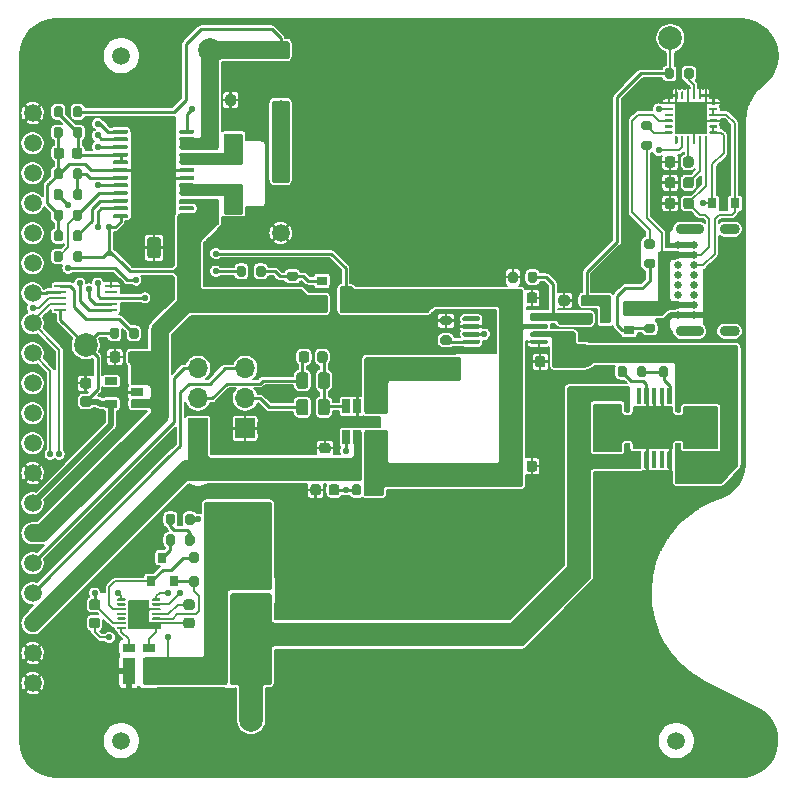
<source format=gbr>
G04 #@! TF.GenerationSoftware,KiCad,Pcbnew,(5.1.9)-1*
G04 #@! TF.CreationDate,2020-12-31T02:44:30-08:00*
G04 #@! TF.ProjectId,IRIS-power,49524953-2d70-46f7-9765-722e6b696361,rev?*
G04 #@! TF.SameCoordinates,Original*
G04 #@! TF.FileFunction,Copper,L1,Top*
G04 #@! TF.FilePolarity,Positive*
%FSLAX46Y46*%
G04 Gerber Fmt 4.6, Leading zero omitted, Abs format (unit mm)*
G04 Created by KiCad (PCBNEW (5.1.9)-1) date 2020-12-31 02:44:30*
%MOMM*%
%LPD*%
G01*
G04 APERTURE LIST*
G04 #@! TA.AperFunction,EtchedComponent*
%ADD10C,0.100000*%
G04 #@! TD*
G04 #@! TA.AperFunction,ComponentPad*
%ADD11C,2.000000*%
G04 #@! TD*
G04 #@! TA.AperFunction,SMDPad,CuDef*
%ADD12R,1.780000X2.350000*%
G04 #@! TD*
G04 #@! TA.AperFunction,ComponentPad*
%ADD13C,1.500000*%
G04 #@! TD*
G04 #@! TA.AperFunction,ComponentPad*
%ADD14C,0.800000*%
G04 #@! TD*
G04 #@! TA.AperFunction,ComponentPad*
%ADD15C,6.200000*%
G04 #@! TD*
G04 #@! TA.AperFunction,ComponentPad*
%ADD16O,1.700000X0.900000*%
G04 #@! TD*
G04 #@! TA.AperFunction,ComponentPad*
%ADD17O,2.400000X0.900000*%
G04 #@! TD*
G04 #@! TA.AperFunction,ComponentPad*
%ADD18C,0.675000*%
G04 #@! TD*
G04 #@! TA.AperFunction,ComponentPad*
%ADD19O,2.540000X6.502400*%
G04 #@! TD*
G04 #@! TA.AperFunction,SMDPad,CuDef*
%ADD20R,2.700000X2.700000*%
G04 #@! TD*
G04 #@! TA.AperFunction,SMDPad,CuDef*
%ADD21R,1.000000X0.800000*%
G04 #@! TD*
G04 #@! TA.AperFunction,SMDPad,CuDef*
%ADD22R,1.000000X2.300000*%
G04 #@! TD*
G04 #@! TA.AperFunction,SMDPad,CuDef*
%ADD23R,3.500000X2.000000*%
G04 #@! TD*
G04 #@! TA.AperFunction,SMDPad,CuDef*
%ADD24C,0.250000*%
G04 #@! TD*
G04 #@! TA.AperFunction,SMDPad,CuDef*
%ADD25R,1.100000X0.250000*%
G04 #@! TD*
G04 #@! TA.AperFunction,ComponentPad*
%ADD26R,1.700000X1.700000*%
G04 #@! TD*
G04 #@! TA.AperFunction,ComponentPad*
%ADD27O,1.700000X1.700000*%
G04 #@! TD*
G04 #@! TA.AperFunction,SMDPad,CuDef*
%ADD28R,1.600000X2.300000*%
G04 #@! TD*
G04 #@! TA.AperFunction,SMDPad,CuDef*
%ADD29R,0.800000X0.900000*%
G04 #@! TD*
G04 #@! TA.AperFunction,SMDPad,CuDef*
%ADD30R,1.060000X0.650000*%
G04 #@! TD*
G04 #@! TA.AperFunction,SMDPad,CuDef*
%ADD31R,0.900000X0.800000*%
G04 #@! TD*
G04 #@! TA.AperFunction,SMDPad,CuDef*
%ADD32R,0.650000X1.220000*%
G04 #@! TD*
G04 #@! TA.AperFunction,SMDPad,CuDef*
%ADD33R,2.740000X3.250000*%
G04 #@! TD*
G04 #@! TA.AperFunction,SMDPad,CuDef*
%ADD34C,1.500000*%
G04 #@! TD*
G04 #@! TA.AperFunction,SMDPad,CuDef*
%ADD35C,0.100000*%
G04 #@! TD*
G04 #@! TA.AperFunction,ViaPad*
%ADD36C,0.558800*%
G04 #@! TD*
G04 #@! TA.AperFunction,Conductor*
%ADD37C,0.250000*%
G04 #@! TD*
G04 #@! TA.AperFunction,Conductor*
%ADD38C,0.200000*%
G04 #@! TD*
G04 #@! TA.AperFunction,Conductor*
%ADD39C,0.500000*%
G04 #@! TD*
G04 #@! TA.AperFunction,Conductor*
%ADD40C,0.400000*%
G04 #@! TD*
G04 #@! TA.AperFunction,Conductor*
%ADD41C,1.500000*%
G04 #@! TD*
G04 #@! TA.AperFunction,Conductor*
%ADD42C,0.170000*%
G04 #@! TD*
G04 #@! TA.AperFunction,Conductor*
%ADD43C,0.254000*%
G04 #@! TD*
G04 #@! TA.AperFunction,Conductor*
%ADD44C,0.100000*%
G04 #@! TD*
G04 #@! TA.AperFunction,Conductor*
%ADD45C,0.154000*%
G04 #@! TD*
G04 APERTURE END LIST*
D10*
G36*
X53345000Y490000D02*
G01*
X53345000Y1190000D01*
X53595000Y1190000D01*
X53595000Y490000D01*
X53345000Y490000D01*
G37*
G36*
X6750000Y19450000D02*
G01*
X7750000Y19450000D01*
X7750000Y19200000D01*
X6750000Y19200000D01*
X6750000Y19450000D01*
G37*
D11*
X48150000Y3600000D03*
D12*
X10500000Y-18250000D03*
G04 #@! TA.AperFunction,SMDPad,CuDef*
G36*
G01*
X11625000Y-17110000D02*
X11625000Y-16990000D01*
G75*
G02*
X11665000Y-16950000I40000J0D01*
G01*
X12285000Y-16950000D01*
G75*
G02*
X12325000Y-16990000I0J-40000D01*
G01*
X12325000Y-17110000D01*
G75*
G02*
X12285000Y-17150000I-40000J0D01*
G01*
X11665000Y-17150000D01*
G75*
G02*
X11625000Y-17110000I0J40000D01*
G01*
G37*
G04 #@! TD.AperFunction*
G04 #@! TA.AperFunction,SMDPad,CuDef*
G36*
G01*
X11625000Y-17510000D02*
X11625000Y-17390000D01*
G75*
G02*
X11665000Y-17350000I40000J0D01*
G01*
X12285000Y-17350000D01*
G75*
G02*
X12325000Y-17390000I0J-40000D01*
G01*
X12325000Y-17510000D01*
G75*
G02*
X12285000Y-17550000I-40000J0D01*
G01*
X11665000Y-17550000D01*
G75*
G02*
X11625000Y-17510000I0J40000D01*
G01*
G37*
G04 #@! TD.AperFunction*
G04 #@! TA.AperFunction,SMDPad,CuDef*
G36*
G01*
X11625000Y-17910000D02*
X11625000Y-17790000D01*
G75*
G02*
X11665000Y-17750000I40000J0D01*
G01*
X12285000Y-17750000D01*
G75*
G02*
X12325000Y-17790000I0J-40000D01*
G01*
X12325000Y-17910000D01*
G75*
G02*
X12285000Y-17950000I-40000J0D01*
G01*
X11665000Y-17950000D01*
G75*
G02*
X11625000Y-17910000I0J40000D01*
G01*
G37*
G04 #@! TD.AperFunction*
G04 #@! TA.AperFunction,SMDPad,CuDef*
G36*
G01*
X11625000Y-18310000D02*
X11625000Y-18190000D01*
G75*
G02*
X11665000Y-18150000I40000J0D01*
G01*
X12285000Y-18150000D01*
G75*
G02*
X12325000Y-18190000I0J-40000D01*
G01*
X12325000Y-18310000D01*
G75*
G02*
X12285000Y-18350000I-40000J0D01*
G01*
X11665000Y-18350000D01*
G75*
G02*
X11625000Y-18310000I0J40000D01*
G01*
G37*
G04 #@! TD.AperFunction*
G04 #@! TA.AperFunction,SMDPad,CuDef*
G36*
G01*
X11625000Y-18710000D02*
X11625000Y-18590000D01*
G75*
G02*
X11665000Y-18550000I40000J0D01*
G01*
X12285000Y-18550000D01*
G75*
G02*
X12325000Y-18590000I0J-40000D01*
G01*
X12325000Y-18710000D01*
G75*
G02*
X12285000Y-18750000I-40000J0D01*
G01*
X11665000Y-18750000D01*
G75*
G02*
X11625000Y-18710000I0J40000D01*
G01*
G37*
G04 #@! TD.AperFunction*
G04 #@! TA.AperFunction,SMDPad,CuDef*
G36*
G01*
X11625000Y-19110000D02*
X11625000Y-18990000D01*
G75*
G02*
X11665000Y-18950000I40000J0D01*
G01*
X12285000Y-18950000D01*
G75*
G02*
X12325000Y-18990000I0J-40000D01*
G01*
X12325000Y-19110000D01*
G75*
G02*
X12285000Y-19150000I-40000J0D01*
G01*
X11665000Y-19150000D01*
G75*
G02*
X11625000Y-19110000I0J40000D01*
G01*
G37*
G04 #@! TD.AperFunction*
G04 #@! TA.AperFunction,SMDPad,CuDef*
G36*
G01*
X11625000Y-19510000D02*
X11625000Y-19390000D01*
G75*
G02*
X11665000Y-19350000I40000J0D01*
G01*
X12285000Y-19350000D01*
G75*
G02*
X12325000Y-19390000I0J-40000D01*
G01*
X12325000Y-19510000D01*
G75*
G02*
X12285000Y-19550000I-40000J0D01*
G01*
X11665000Y-19550000D01*
G75*
G02*
X11625000Y-19510000I0J40000D01*
G01*
G37*
G04 #@! TD.AperFunction*
G04 #@! TA.AperFunction,SMDPad,CuDef*
G36*
G01*
X8675000Y-19510000D02*
X8675000Y-19390000D01*
G75*
G02*
X8715000Y-19350000I40000J0D01*
G01*
X9335000Y-19350000D01*
G75*
G02*
X9375000Y-19390000I0J-40000D01*
G01*
X9375000Y-19510000D01*
G75*
G02*
X9335000Y-19550000I-40000J0D01*
G01*
X8715000Y-19550000D01*
G75*
G02*
X8675000Y-19510000I0J40000D01*
G01*
G37*
G04 #@! TD.AperFunction*
G04 #@! TA.AperFunction,SMDPad,CuDef*
G36*
G01*
X8675000Y-19110000D02*
X8675000Y-18990000D01*
G75*
G02*
X8715000Y-18950000I40000J0D01*
G01*
X9335000Y-18950000D01*
G75*
G02*
X9375000Y-18990000I0J-40000D01*
G01*
X9375000Y-19110000D01*
G75*
G02*
X9335000Y-19150000I-40000J0D01*
G01*
X8715000Y-19150000D01*
G75*
G02*
X8675000Y-19110000I0J40000D01*
G01*
G37*
G04 #@! TD.AperFunction*
G04 #@! TA.AperFunction,SMDPad,CuDef*
G36*
G01*
X8675000Y-18710000D02*
X8675000Y-18590000D01*
G75*
G02*
X8715000Y-18550000I40000J0D01*
G01*
X9335000Y-18550000D01*
G75*
G02*
X9375000Y-18590000I0J-40000D01*
G01*
X9375000Y-18710000D01*
G75*
G02*
X9335000Y-18750000I-40000J0D01*
G01*
X8715000Y-18750000D01*
G75*
G02*
X8675000Y-18710000I0J40000D01*
G01*
G37*
G04 #@! TD.AperFunction*
G04 #@! TA.AperFunction,SMDPad,CuDef*
G36*
G01*
X8675000Y-18310000D02*
X8675000Y-18190000D01*
G75*
G02*
X8715000Y-18150000I40000J0D01*
G01*
X9335000Y-18150000D01*
G75*
G02*
X9375000Y-18190000I0J-40000D01*
G01*
X9375000Y-18310000D01*
G75*
G02*
X9335000Y-18350000I-40000J0D01*
G01*
X8715000Y-18350000D01*
G75*
G02*
X8675000Y-18310000I0J40000D01*
G01*
G37*
G04 #@! TD.AperFunction*
G04 #@! TA.AperFunction,SMDPad,CuDef*
G36*
G01*
X8675000Y-17910000D02*
X8675000Y-17790000D01*
G75*
G02*
X8715000Y-17750000I40000J0D01*
G01*
X9335000Y-17750000D01*
G75*
G02*
X9375000Y-17790000I0J-40000D01*
G01*
X9375000Y-17910000D01*
G75*
G02*
X9335000Y-17950000I-40000J0D01*
G01*
X8715000Y-17950000D01*
G75*
G02*
X8675000Y-17910000I0J40000D01*
G01*
G37*
G04 #@! TD.AperFunction*
G04 #@! TA.AperFunction,SMDPad,CuDef*
G36*
G01*
X8675000Y-17510000D02*
X8675000Y-17390000D01*
G75*
G02*
X8715000Y-17350000I40000J0D01*
G01*
X9335000Y-17350000D01*
G75*
G02*
X9375000Y-17390000I0J-40000D01*
G01*
X9375000Y-17510000D01*
G75*
G02*
X9335000Y-17550000I-40000J0D01*
G01*
X8715000Y-17550000D01*
G75*
G02*
X8675000Y-17510000I0J40000D01*
G01*
G37*
G04 #@! TD.AperFunction*
G04 #@! TA.AperFunction,SMDPad,CuDef*
G36*
G01*
X8675000Y-17110000D02*
X8675000Y-16990000D01*
G75*
G02*
X8715000Y-16950000I40000J0D01*
G01*
X9335000Y-16950000D01*
G75*
G02*
X9375000Y-16990000I0J-40000D01*
G01*
X9375000Y-17110000D01*
G75*
G02*
X9335000Y-17150000I-40000J0D01*
G01*
X8715000Y-17150000D01*
G75*
G02*
X8675000Y-17110000I0J40000D01*
G01*
G37*
G04 #@! TD.AperFunction*
D13*
X1500000Y13970000D03*
X1500000Y6350000D03*
X1500000Y16510000D03*
X1500000Y3810000D03*
X1500000Y-1270000D03*
X1500000Y-6350000D03*
X1500000Y-11430000D03*
X1500000Y1270000D03*
X1500000Y21590000D03*
X1500000Y-19050000D03*
X1500000Y-24130000D03*
X1500000Y-16510000D03*
X1500000Y-13970000D03*
X1500000Y19050000D03*
X1500000Y11430000D03*
X1500000Y-21590000D03*
X1500000Y8890000D03*
X1500000Y-8890000D03*
X1500000Y-3810000D03*
X1500000Y24130000D03*
D14*
X5900000Y29000000D03*
D15*
X3500000Y29000000D03*
D14*
X3500000Y26600000D03*
X1802944Y30697056D03*
X1802944Y27302944D03*
X1100000Y29000000D03*
X3500000Y31400000D03*
X5197056Y27302944D03*
X5197056Y30697056D03*
X63900000Y29000000D03*
D15*
X61500000Y29000000D03*
D14*
X61500000Y26600000D03*
X59802944Y30697056D03*
X59802944Y27302944D03*
X59100000Y29000000D03*
X61500000Y31400000D03*
X63197056Y27302944D03*
X63197056Y30697056D03*
X63900000Y-29000000D03*
D15*
X61500000Y-29000000D03*
D14*
X61500000Y-31400000D03*
X59802944Y-27302944D03*
X59802944Y-30697056D03*
X59100000Y-29000000D03*
X61500000Y-26600000D03*
X63197056Y-30697056D03*
X63197056Y-27302944D03*
X5900000Y-29000000D03*
X1802944Y-30697056D03*
D15*
X3500000Y-29000000D03*
D14*
X3500000Y-26600000D03*
X5197056Y-27302944D03*
X1100000Y-29000000D03*
X1802944Y-27302944D03*
X5197056Y-30697056D03*
X3500000Y-31400000D03*
D16*
X60510000Y14325000D03*
X60510000Y5675000D03*
D17*
X57130000Y14325000D03*
X57130000Y5675000D03*
D18*
X57500000Y10425000D03*
X57500000Y12975000D03*
X57500000Y12125000D03*
X57500000Y11275000D03*
X57500000Y7025000D03*
X57500000Y8725000D03*
X57500000Y9575000D03*
X57500000Y7875000D03*
X56150000Y12975000D03*
X56150000Y12125000D03*
X56150000Y11275000D03*
X56150000Y10425000D03*
X56150000Y9575000D03*
X56150000Y8725000D03*
X56150000Y7875000D03*
X56150000Y7025000D03*
D11*
X38230000Y-9100000D03*
X38230000Y-23900000D03*
D19*
X20000000Y-12563000D03*
X20000000Y-20437000D03*
G04 #@! TA.AperFunction,SMDPad,CuDef*
G36*
G01*
X59475000Y22550006D02*
X59475000Y22449994D01*
G75*
G02*
X59415006Y22390000I-59994J0D01*
G01*
X58863994Y22390000D01*
G75*
G02*
X58804000Y22449994I0J59994D01*
G01*
X58804000Y22550006D01*
G75*
G02*
X58863994Y22610000I59994J0D01*
G01*
X59415006Y22610000D01*
G75*
G02*
X59475000Y22550006I0J-59994D01*
G01*
G37*
G04 #@! TD.AperFunction*
G04 #@! TA.AperFunction,SMDPad,CuDef*
G36*
G01*
X59475000Y23050006D02*
X59475000Y22949994D01*
G75*
G02*
X59415006Y22890000I-59994J0D01*
G01*
X58863994Y22890000D01*
G75*
G02*
X58804000Y22949994I0J59994D01*
G01*
X58804000Y23050006D01*
G75*
G02*
X58863994Y23110000I59994J0D01*
G01*
X59415006Y23110000D01*
G75*
G02*
X59475000Y23050006I0J-59994D01*
G01*
G37*
G04 #@! TD.AperFunction*
G04 #@! TA.AperFunction,SMDPad,CuDef*
G36*
G01*
X59475000Y23549940D02*
X59475000Y23450060D01*
G75*
G02*
X59414940Y23390000I-60060J0D01*
G01*
X58864060Y23390000D01*
G75*
G02*
X58804000Y23450060I0J60060D01*
G01*
X58804000Y23549940D01*
G75*
G02*
X58864060Y23610000I60060J0D01*
G01*
X59414940Y23610000D01*
G75*
G02*
X59475000Y23549940I0J-60060D01*
G01*
G37*
G04 #@! TD.AperFunction*
G04 #@! TA.AperFunction,SMDPad,CuDef*
G36*
G01*
X59475000Y24050006D02*
X59475000Y23949994D01*
G75*
G02*
X59415006Y23890000I-59994J0D01*
G01*
X58863994Y23890000D01*
G75*
G02*
X58804000Y23949994I0J59994D01*
G01*
X58804000Y24050006D01*
G75*
G02*
X58863994Y24110000I59994J0D01*
G01*
X59415006Y24110000D01*
G75*
G02*
X59475000Y24050006I0J-59994D01*
G01*
G37*
G04 #@! TD.AperFunction*
G04 #@! TA.AperFunction,SMDPad,CuDef*
G36*
G01*
X59475000Y24550006D02*
X59475000Y24449994D01*
G75*
G02*
X59415006Y24390000I-59994J0D01*
G01*
X58863994Y24390000D01*
G75*
G02*
X58804000Y24449994I0J59994D01*
G01*
X58804000Y24550006D01*
G75*
G02*
X58863994Y24610000I59994J0D01*
G01*
X59415006Y24610000D01*
G75*
G02*
X59475000Y24550006I0J-59994D01*
G01*
G37*
G04 #@! TD.AperFunction*
G04 #@! TA.AperFunction,SMDPad,CuDef*
G36*
G01*
X59475000Y25050006D02*
X59475000Y24949994D01*
G75*
G02*
X59415006Y24890000I-59994J0D01*
G01*
X58863994Y24890000D01*
G75*
G02*
X58804000Y24949994I0J59994D01*
G01*
X58804000Y25050006D01*
G75*
G02*
X58863994Y25110000I59994J0D01*
G01*
X59415006Y25110000D01*
G75*
G02*
X59475000Y25050006I0J-59994D01*
G01*
G37*
G04 #@! TD.AperFunction*
G04 #@! TA.AperFunction,SMDPad,CuDef*
G36*
G01*
X58549940Y25304000D02*
X58450060Y25304000D01*
G75*
G02*
X58390000Y25364060I0J60060D01*
G01*
X58390000Y25914940D01*
G75*
G02*
X58450060Y25975000I60060J0D01*
G01*
X58549940Y25975000D01*
G75*
G02*
X58610000Y25914940I0J-60060D01*
G01*
X58610000Y25364060D01*
G75*
G02*
X58549940Y25304000I-60060J0D01*
G01*
G37*
G04 #@! TD.AperFunction*
G04 #@! TA.AperFunction,SMDPad,CuDef*
G36*
G01*
X58049940Y25304000D02*
X57950060Y25304000D01*
G75*
G02*
X57890000Y25364060I0J60060D01*
G01*
X57890000Y25914940D01*
G75*
G02*
X57950060Y25975000I60060J0D01*
G01*
X58049940Y25975000D01*
G75*
G02*
X58110000Y25914940I0J-60060D01*
G01*
X58110000Y25364060D01*
G75*
G02*
X58049940Y25304000I-60060J0D01*
G01*
G37*
G04 #@! TD.AperFunction*
G04 #@! TA.AperFunction,SMDPad,CuDef*
G36*
G01*
X57550006Y25304000D02*
X57449994Y25304000D01*
G75*
G02*
X57390000Y25363994I0J59994D01*
G01*
X57390000Y25915006D01*
G75*
G02*
X57449994Y25975000I59994J0D01*
G01*
X57550006Y25975000D01*
G75*
G02*
X57610000Y25915006I0J-59994D01*
G01*
X57610000Y25363994D01*
G75*
G02*
X57550006Y25304000I-59994J0D01*
G01*
G37*
G04 #@! TD.AperFunction*
G04 #@! TA.AperFunction,SMDPad,CuDef*
G36*
G01*
X57049940Y25304000D02*
X56950060Y25304000D01*
G75*
G02*
X56890000Y25364060I0J60060D01*
G01*
X56890000Y25914940D01*
G75*
G02*
X56950060Y25975000I60060J0D01*
G01*
X57049940Y25975000D01*
G75*
G02*
X57110000Y25914940I0J-60060D01*
G01*
X57110000Y25364060D01*
G75*
G02*
X57049940Y25304000I-60060J0D01*
G01*
G37*
G04 #@! TD.AperFunction*
G04 #@! TA.AperFunction,SMDPad,CuDef*
G36*
G01*
X56550006Y25304000D02*
X56449994Y25304000D01*
G75*
G02*
X56390000Y25363994I0J59994D01*
G01*
X56390000Y25915006D01*
G75*
G02*
X56449994Y25975000I59994J0D01*
G01*
X56550006Y25975000D01*
G75*
G02*
X56610000Y25915006I0J-59994D01*
G01*
X56610000Y25363994D01*
G75*
G02*
X56550006Y25304000I-59994J0D01*
G01*
G37*
G04 #@! TD.AperFunction*
G04 #@! TA.AperFunction,SMDPad,CuDef*
G36*
G01*
X56049940Y25304000D02*
X55950060Y25304000D01*
G75*
G02*
X55890000Y25364060I0J60060D01*
G01*
X55890000Y25914940D01*
G75*
G02*
X55950060Y25975000I60060J0D01*
G01*
X56049940Y25975000D01*
G75*
G02*
X56110000Y25914940I0J-60060D01*
G01*
X56110000Y25364060D01*
G75*
G02*
X56049940Y25304000I-60060J0D01*
G01*
G37*
G04 #@! TD.AperFunction*
G04 #@! TA.AperFunction,SMDPad,CuDef*
G36*
G01*
X55696000Y25049940D02*
X55696000Y24950060D01*
G75*
G02*
X55635940Y24890000I-60060J0D01*
G01*
X55085060Y24890000D01*
G75*
G02*
X55025000Y24950060I0J60060D01*
G01*
X55025000Y25049940D01*
G75*
G02*
X55085060Y25110000I60060J0D01*
G01*
X55635940Y25110000D01*
G75*
G02*
X55696000Y25049940I0J-60060D01*
G01*
G37*
G04 #@! TD.AperFunction*
G04 #@! TA.AperFunction,SMDPad,CuDef*
G36*
G01*
X55696000Y24550006D02*
X55696000Y24449994D01*
G75*
G02*
X55636006Y24390000I-59994J0D01*
G01*
X55084994Y24390000D01*
G75*
G02*
X55025000Y24449994I0J59994D01*
G01*
X55025000Y24550006D01*
G75*
G02*
X55084994Y24610000I59994J0D01*
G01*
X55636006Y24610000D01*
G75*
G02*
X55696000Y24550006I0J-59994D01*
G01*
G37*
G04 #@! TD.AperFunction*
G04 #@! TA.AperFunction,SMDPad,CuDef*
G36*
G01*
X55696000Y24050006D02*
X55696000Y23949994D01*
G75*
G02*
X55636006Y23890000I-59994J0D01*
G01*
X55084994Y23890000D01*
G75*
G02*
X55025000Y23949994I0J59994D01*
G01*
X55025000Y24050006D01*
G75*
G02*
X55084994Y24110000I59994J0D01*
G01*
X55636006Y24110000D01*
G75*
G02*
X55696000Y24050006I0J-59994D01*
G01*
G37*
G04 #@! TD.AperFunction*
G04 #@! TA.AperFunction,SMDPad,CuDef*
G36*
G01*
X55696000Y23550006D02*
X55696000Y23449994D01*
G75*
G02*
X55636006Y23390000I-59994J0D01*
G01*
X55084994Y23390000D01*
G75*
G02*
X55025000Y23449994I0J59994D01*
G01*
X55025000Y23550006D01*
G75*
G02*
X55084994Y23610000I59994J0D01*
G01*
X55636006Y23610000D01*
G75*
G02*
X55696000Y23550006I0J-59994D01*
G01*
G37*
G04 #@! TD.AperFunction*
G04 #@! TA.AperFunction,SMDPad,CuDef*
G36*
G01*
X55696000Y23050006D02*
X55696000Y22949994D01*
G75*
G02*
X55636006Y22890000I-59994J0D01*
G01*
X55084994Y22890000D01*
G75*
G02*
X55025000Y22949994I0J59994D01*
G01*
X55025000Y23050006D01*
G75*
G02*
X55084994Y23110000I59994J0D01*
G01*
X55636006Y23110000D01*
G75*
G02*
X55696000Y23050006I0J-59994D01*
G01*
G37*
G04 #@! TD.AperFunction*
G04 #@! TA.AperFunction,SMDPad,CuDef*
G36*
G01*
X55696000Y22550006D02*
X55696000Y22449994D01*
G75*
G02*
X55636006Y22390000I-59994J0D01*
G01*
X55084994Y22390000D01*
G75*
G02*
X55025000Y22449994I0J59994D01*
G01*
X55025000Y22550006D01*
G75*
G02*
X55084994Y22610000I59994J0D01*
G01*
X55636006Y22610000D01*
G75*
G02*
X55696000Y22550006I0J-59994D01*
G01*
G37*
G04 #@! TD.AperFunction*
G04 #@! TA.AperFunction,SMDPad,CuDef*
G36*
G01*
X56050006Y21525000D02*
X55949994Y21525000D01*
G75*
G02*
X55890000Y21584994I0J59994D01*
G01*
X55890000Y22136006D01*
G75*
G02*
X55949994Y22196000I59994J0D01*
G01*
X56050006Y22196000D01*
G75*
G02*
X56110000Y22136006I0J-59994D01*
G01*
X56110000Y21584994D01*
G75*
G02*
X56050006Y21525000I-59994J0D01*
G01*
G37*
G04 #@! TD.AperFunction*
G04 #@! TA.AperFunction,SMDPad,CuDef*
G36*
G01*
X56550006Y21525000D02*
X56449994Y21525000D01*
G75*
G02*
X56390000Y21584994I0J59994D01*
G01*
X56390000Y22136006D01*
G75*
G02*
X56449994Y22196000I59994J0D01*
G01*
X56550006Y22196000D01*
G75*
G02*
X56610000Y22136006I0J-59994D01*
G01*
X56610000Y21584994D01*
G75*
G02*
X56550006Y21525000I-59994J0D01*
G01*
G37*
G04 #@! TD.AperFunction*
G04 #@! TA.AperFunction,SMDPad,CuDef*
G36*
G01*
X57050006Y21525000D02*
X56949994Y21525000D01*
G75*
G02*
X56890000Y21584994I0J59994D01*
G01*
X56890000Y22136006D01*
G75*
G02*
X56949994Y22196000I59994J0D01*
G01*
X57050006Y22196000D01*
G75*
G02*
X57110000Y22136006I0J-59994D01*
G01*
X57110000Y21584994D01*
G75*
G02*
X57050006Y21525000I-59994J0D01*
G01*
G37*
G04 #@! TD.AperFunction*
G04 #@! TA.AperFunction,SMDPad,CuDef*
G36*
G01*
X57550006Y21525000D02*
X57449994Y21525000D01*
G75*
G02*
X57390000Y21584994I0J59994D01*
G01*
X57390000Y22136006D01*
G75*
G02*
X57449994Y22196000I59994J0D01*
G01*
X57550006Y22196000D01*
G75*
G02*
X57610000Y22136006I0J-59994D01*
G01*
X57610000Y21584994D01*
G75*
G02*
X57550006Y21525000I-59994J0D01*
G01*
G37*
G04 #@! TD.AperFunction*
G04 #@! TA.AperFunction,SMDPad,CuDef*
G36*
G01*
X58050006Y21525000D02*
X57949994Y21525000D01*
G75*
G02*
X57890000Y21584994I0J59994D01*
G01*
X57890000Y22136006D01*
G75*
G02*
X57949994Y22196000I59994J0D01*
G01*
X58050006Y22196000D01*
G75*
G02*
X58110000Y22136006I0J-59994D01*
G01*
X58110000Y21584994D01*
G75*
G02*
X58050006Y21525000I-59994J0D01*
G01*
G37*
G04 #@! TD.AperFunction*
G04 #@! TA.AperFunction,SMDPad,CuDef*
G36*
G01*
X58550006Y21525000D02*
X58449994Y21525000D01*
G75*
G02*
X58390000Y21584994I0J59994D01*
G01*
X58390000Y22136006D01*
G75*
G02*
X58449994Y22196000I59994J0D01*
G01*
X58550006Y22196000D01*
G75*
G02*
X58610000Y22136006I0J-59994D01*
G01*
X58610000Y21584994D01*
G75*
G02*
X58550006Y21525000I-59994J0D01*
G01*
G37*
G04 #@! TD.AperFunction*
D20*
X57250000Y23750000D03*
D21*
X9650000Y-21150000D03*
X11350000Y-21150000D03*
D22*
X9650000Y-23100000D03*
X11350000Y-23100000D03*
G04 #@! TA.AperFunction,SMDPad,CuDef*
G36*
G01*
X13575000Y-9975000D02*
X13575000Y-10525000D01*
G75*
G02*
X13375000Y-10725000I-200000J0D01*
G01*
X12975000Y-10725000D01*
G75*
G02*
X12775000Y-10525000I0J200000D01*
G01*
X12775000Y-9975000D01*
G75*
G02*
X12975000Y-9775000I200000J0D01*
G01*
X13375000Y-9775000D01*
G75*
G02*
X13575000Y-9975000I0J-200000D01*
G01*
G37*
G04 #@! TD.AperFunction*
G04 #@! TA.AperFunction,SMDPad,CuDef*
G36*
G01*
X15225000Y-9975000D02*
X15225000Y-10525000D01*
G75*
G02*
X15025000Y-10725000I-200000J0D01*
G01*
X14625000Y-10725000D01*
G75*
G02*
X14425000Y-10525000I0J200000D01*
G01*
X14425000Y-9975000D01*
G75*
G02*
X14625000Y-9775000I200000J0D01*
G01*
X15025000Y-9775000D01*
G75*
G02*
X15225000Y-9975000I0J-200000D01*
G01*
G37*
G04 #@! TD.AperFunction*
G04 #@! TA.AperFunction,SMDPad,CuDef*
G36*
G01*
X13575000Y-11725000D02*
X13575000Y-12275000D01*
G75*
G02*
X13375000Y-12475000I-200000J0D01*
G01*
X12975000Y-12475000D01*
G75*
G02*
X12775000Y-12275000I0J200000D01*
G01*
X12775000Y-11725000D01*
G75*
G02*
X12975000Y-11525000I200000J0D01*
G01*
X13375000Y-11525000D01*
G75*
G02*
X13575000Y-11725000I0J-200000D01*
G01*
G37*
G04 #@! TD.AperFunction*
G04 #@! TA.AperFunction,SMDPad,CuDef*
G36*
G01*
X15225000Y-11725000D02*
X15225000Y-12275000D01*
G75*
G02*
X15025000Y-12475000I-200000J0D01*
G01*
X14625000Y-12475000D01*
G75*
G02*
X14425000Y-12275000I0J200000D01*
G01*
X14425000Y-11725000D01*
G75*
G02*
X14625000Y-11525000I200000J0D01*
G01*
X15025000Y-11525000D01*
G75*
G02*
X15225000Y-11725000I0J-200000D01*
G01*
G37*
G04 #@! TD.AperFunction*
G04 #@! TA.AperFunction,SMDPad,CuDef*
G36*
G01*
X16425000Y-15775000D02*
X16425000Y-15225000D01*
G75*
G02*
X16625000Y-15025000I200000J0D01*
G01*
X17025000Y-15025000D01*
G75*
G02*
X17225000Y-15225000I0J-200000D01*
G01*
X17225000Y-15775000D01*
G75*
G02*
X17025000Y-15975000I-200000J0D01*
G01*
X16625000Y-15975000D01*
G75*
G02*
X16425000Y-15775000I0J200000D01*
G01*
G37*
G04 #@! TD.AperFunction*
G04 #@! TA.AperFunction,SMDPad,CuDef*
G36*
G01*
X14775000Y-15775000D02*
X14775000Y-15225000D01*
G75*
G02*
X14975000Y-15025000I200000J0D01*
G01*
X15375000Y-15025000D01*
G75*
G02*
X15575000Y-15225000I0J-200000D01*
G01*
X15575000Y-15775000D01*
G75*
G02*
X15375000Y-15975000I-200000J0D01*
G01*
X14975000Y-15975000D01*
G75*
G02*
X14775000Y-15775000I0J200000D01*
G01*
G37*
G04 #@! TD.AperFunction*
G04 #@! TA.AperFunction,SMDPad,CuDef*
G36*
G01*
X16425000Y-13775000D02*
X16425000Y-13225000D01*
G75*
G02*
X16625000Y-13025000I200000J0D01*
G01*
X17025000Y-13025000D01*
G75*
G02*
X17225000Y-13225000I0J-200000D01*
G01*
X17225000Y-13775000D01*
G75*
G02*
X17025000Y-13975000I-200000J0D01*
G01*
X16625000Y-13975000D01*
G75*
G02*
X16425000Y-13775000I0J200000D01*
G01*
G37*
G04 #@! TD.AperFunction*
G04 #@! TA.AperFunction,SMDPad,CuDef*
G36*
G01*
X14775000Y-13775000D02*
X14775000Y-13225000D01*
G75*
G02*
X14975000Y-13025000I200000J0D01*
G01*
X15375000Y-13025000D01*
G75*
G02*
X15575000Y-13225000I0J-200000D01*
G01*
X15575000Y-13775000D01*
G75*
G02*
X15375000Y-13975000I-200000J0D01*
G01*
X14975000Y-13975000D01*
G75*
G02*
X14775000Y-13775000I0J200000D01*
G01*
G37*
G04 #@! TD.AperFunction*
G04 #@! TA.AperFunction,SMDPad,CuDef*
G36*
G01*
X55325000Y2525000D02*
X55325000Y1975000D01*
G75*
G02*
X55125000Y1775000I-200000J0D01*
G01*
X54725000Y1775000D01*
G75*
G02*
X54525000Y1975000I0J200000D01*
G01*
X54525000Y2525000D01*
G75*
G02*
X54725000Y2725000I200000J0D01*
G01*
X55125000Y2725000D01*
G75*
G02*
X55325000Y2525000I0J-200000D01*
G01*
G37*
G04 #@! TD.AperFunction*
G04 #@! TA.AperFunction,SMDPad,CuDef*
G36*
G01*
X56975000Y2525000D02*
X56975000Y1975000D01*
G75*
G02*
X56775000Y1775000I-200000J0D01*
G01*
X56375000Y1775000D01*
G75*
G02*
X56175000Y1975000I0J200000D01*
G01*
X56175000Y2525000D01*
G75*
G02*
X56375000Y2725000I200000J0D01*
G01*
X56775000Y2725000D01*
G75*
G02*
X56975000Y2525000I0J-200000D01*
G01*
G37*
G04 #@! TD.AperFunction*
G04 #@! TA.AperFunction,SMDPad,CuDef*
G36*
G01*
X51825000Y2525000D02*
X51825000Y1975000D01*
G75*
G02*
X51625000Y1775000I-200000J0D01*
G01*
X51225000Y1775000D01*
G75*
G02*
X51025000Y1975000I0J200000D01*
G01*
X51025000Y2525000D01*
G75*
G02*
X51225000Y2725000I200000J0D01*
G01*
X51625000Y2725000D01*
G75*
G02*
X51825000Y2525000I0J-200000D01*
G01*
G37*
G04 #@! TD.AperFunction*
G04 #@! TA.AperFunction,SMDPad,CuDef*
G36*
G01*
X53475000Y2525000D02*
X53475000Y1975000D01*
G75*
G02*
X53275000Y1775000I-200000J0D01*
G01*
X52875000Y1775000D01*
G75*
G02*
X52675000Y1975000I0J200000D01*
G01*
X52675000Y2525000D01*
G75*
G02*
X52875000Y2725000I200000J0D01*
G01*
X53275000Y2725000D01*
G75*
G02*
X53475000Y2525000I0J-200000D01*
G01*
G37*
G04 #@! TD.AperFunction*
G04 #@! TA.AperFunction,SMDPad,CuDef*
G36*
G01*
X4925000Y16975000D02*
X4925000Y17525000D01*
G75*
G02*
X5125000Y17725000I200000J0D01*
G01*
X5525000Y17725000D01*
G75*
G02*
X5725000Y17525000I0J-200000D01*
G01*
X5725000Y16975000D01*
G75*
G02*
X5525000Y16775000I-200000J0D01*
G01*
X5125000Y16775000D01*
G75*
G02*
X4925000Y16975000I0J200000D01*
G01*
G37*
G04 #@! TD.AperFunction*
G04 #@! TA.AperFunction,SMDPad,CuDef*
G36*
G01*
X3275000Y16975000D02*
X3275000Y17525000D01*
G75*
G02*
X3475000Y17725000I200000J0D01*
G01*
X3875000Y17725000D01*
G75*
G02*
X4075000Y17525000I0J-200000D01*
G01*
X4075000Y16975000D01*
G75*
G02*
X3875000Y16775000I-200000J0D01*
G01*
X3475000Y16775000D01*
G75*
G02*
X3275000Y16975000I0J200000D01*
G01*
G37*
G04 #@! TD.AperFunction*
G04 #@! TA.AperFunction,SMDPad,CuDef*
G36*
G01*
X4075000Y19275000D02*
X4075000Y18725000D01*
G75*
G02*
X3875000Y18525000I-200000J0D01*
G01*
X3475000Y18525000D01*
G75*
G02*
X3275000Y18725000I0J200000D01*
G01*
X3275000Y19275000D01*
G75*
G02*
X3475000Y19475000I200000J0D01*
G01*
X3875000Y19475000D01*
G75*
G02*
X4075000Y19275000I0J-200000D01*
G01*
G37*
G04 #@! TD.AperFunction*
G04 #@! TA.AperFunction,SMDPad,CuDef*
G36*
G01*
X5725000Y19275000D02*
X5725000Y18725000D01*
G75*
G02*
X5525000Y18525000I-200000J0D01*
G01*
X5125000Y18525000D01*
G75*
G02*
X4925000Y18725000I0J200000D01*
G01*
X4925000Y19275000D01*
G75*
G02*
X5125000Y19475000I200000J0D01*
G01*
X5525000Y19475000D01*
G75*
G02*
X5725000Y19275000I0J-200000D01*
G01*
G37*
G04 #@! TD.AperFunction*
G04 #@! TA.AperFunction,SMDPad,CuDef*
G36*
G01*
X23775000Y9925000D02*
X23225000Y9925000D01*
G75*
G02*
X23025000Y10125000I0J200000D01*
G01*
X23025000Y10525000D01*
G75*
G02*
X23225000Y10725000I200000J0D01*
G01*
X23775000Y10725000D01*
G75*
G02*
X23975000Y10525000I0J-200000D01*
G01*
X23975000Y10125000D01*
G75*
G02*
X23775000Y9925000I-200000J0D01*
G01*
G37*
G04 #@! TD.AperFunction*
G04 #@! TA.AperFunction,SMDPad,CuDef*
G36*
G01*
X23775000Y8275000D02*
X23225000Y8275000D01*
G75*
G02*
X23025000Y8475000I0J200000D01*
G01*
X23025000Y8875000D01*
G75*
G02*
X23225000Y9075000I200000J0D01*
G01*
X23775000Y9075000D01*
G75*
G02*
X23975000Y8875000I0J-200000D01*
G01*
X23975000Y8475000D01*
G75*
G02*
X23775000Y8275000I-200000J0D01*
G01*
G37*
G04 #@! TD.AperFunction*
G04 #@! TA.AperFunction,SMDPad,CuDef*
G36*
G01*
X4925000Y23975000D02*
X4925000Y24525000D01*
G75*
G02*
X5125000Y24725000I200000J0D01*
G01*
X5525000Y24725000D01*
G75*
G02*
X5725000Y24525000I0J-200000D01*
G01*
X5725000Y23975000D01*
G75*
G02*
X5525000Y23775000I-200000J0D01*
G01*
X5125000Y23775000D01*
G75*
G02*
X4925000Y23975000I0J200000D01*
G01*
G37*
G04 #@! TD.AperFunction*
G04 #@! TA.AperFunction,SMDPad,CuDef*
G36*
G01*
X3275000Y23975000D02*
X3275000Y24525000D01*
G75*
G02*
X3475000Y24725000I200000J0D01*
G01*
X3875000Y24725000D01*
G75*
G02*
X4075000Y24525000I0J-200000D01*
G01*
X4075000Y23975000D01*
G75*
G02*
X3875000Y23775000I-200000J0D01*
G01*
X3475000Y23775000D01*
G75*
G02*
X3275000Y23975000I0J200000D01*
G01*
G37*
G04 #@! TD.AperFunction*
G04 #@! TA.AperFunction,SMDPad,CuDef*
G36*
G01*
X4925000Y22225000D02*
X4925000Y22775000D01*
G75*
G02*
X5125000Y22975000I200000J0D01*
G01*
X5525000Y22975000D01*
G75*
G02*
X5725000Y22775000I0J-200000D01*
G01*
X5725000Y22225000D01*
G75*
G02*
X5525000Y22025000I-200000J0D01*
G01*
X5125000Y22025000D01*
G75*
G02*
X4925000Y22225000I0J200000D01*
G01*
G37*
G04 #@! TD.AperFunction*
G04 #@! TA.AperFunction,SMDPad,CuDef*
G36*
G01*
X3275000Y22225000D02*
X3275000Y22775000D01*
G75*
G02*
X3475000Y22975000I200000J0D01*
G01*
X3875000Y22975000D01*
G75*
G02*
X4075000Y22775000I0J-200000D01*
G01*
X4075000Y22225000D01*
G75*
G02*
X3875000Y22025000I-200000J0D01*
G01*
X3475000Y22025000D01*
G75*
G02*
X3275000Y22225000I0J200000D01*
G01*
G37*
G04 #@! TD.AperFunction*
G04 #@! TA.AperFunction,SMDPad,CuDef*
G36*
G01*
X4925000Y13475000D02*
X4925000Y14025000D01*
G75*
G02*
X5125000Y14225000I200000J0D01*
G01*
X5525000Y14225000D01*
G75*
G02*
X5725000Y14025000I0J-200000D01*
G01*
X5725000Y13475000D01*
G75*
G02*
X5525000Y13275000I-200000J0D01*
G01*
X5125000Y13275000D01*
G75*
G02*
X4925000Y13475000I0J200000D01*
G01*
G37*
G04 #@! TD.AperFunction*
G04 #@! TA.AperFunction,SMDPad,CuDef*
G36*
G01*
X3275000Y13475000D02*
X3275000Y14025000D01*
G75*
G02*
X3475000Y14225000I200000J0D01*
G01*
X3875000Y14225000D01*
G75*
G02*
X4075000Y14025000I0J-200000D01*
G01*
X4075000Y13475000D01*
G75*
G02*
X3875000Y13275000I-200000J0D01*
G01*
X3475000Y13275000D01*
G75*
G02*
X3275000Y13475000I0J200000D01*
G01*
G37*
G04 #@! TD.AperFunction*
G04 #@! TA.AperFunction,SMDPad,CuDef*
G36*
G01*
X4075000Y12275000D02*
X4075000Y11725000D01*
G75*
G02*
X3875000Y11525000I-200000J0D01*
G01*
X3475000Y11525000D01*
G75*
G02*
X3275000Y11725000I0J200000D01*
G01*
X3275000Y12275000D01*
G75*
G02*
X3475000Y12475000I200000J0D01*
G01*
X3875000Y12475000D01*
G75*
G02*
X4075000Y12275000I0J-200000D01*
G01*
G37*
G04 #@! TD.AperFunction*
G04 #@! TA.AperFunction,SMDPad,CuDef*
G36*
G01*
X5725000Y12275000D02*
X5725000Y11725000D01*
G75*
G02*
X5525000Y11525000I-200000J0D01*
G01*
X5125000Y11525000D01*
G75*
G02*
X4925000Y11725000I0J200000D01*
G01*
X4925000Y12275000D01*
G75*
G02*
X5125000Y12475000I200000J0D01*
G01*
X5525000Y12475000D01*
G75*
G02*
X5725000Y12275000I0J-200000D01*
G01*
G37*
G04 #@! TD.AperFunction*
G04 #@! TA.AperFunction,SMDPad,CuDef*
G36*
G01*
X4075000Y15775000D02*
X4075000Y15225000D01*
G75*
G02*
X3875000Y15025000I-200000J0D01*
G01*
X3475000Y15025000D01*
G75*
G02*
X3275000Y15225000I0J200000D01*
G01*
X3275000Y15775000D01*
G75*
G02*
X3475000Y15975000I200000J0D01*
G01*
X3875000Y15975000D01*
G75*
G02*
X4075000Y15775000I0J-200000D01*
G01*
G37*
G04 #@! TD.AperFunction*
G04 #@! TA.AperFunction,SMDPad,CuDef*
G36*
G01*
X5725000Y15775000D02*
X5725000Y15225000D01*
G75*
G02*
X5525000Y15025000I-200000J0D01*
G01*
X5125000Y15025000D01*
G75*
G02*
X4925000Y15225000I0J200000D01*
G01*
X4925000Y15775000D01*
G75*
G02*
X5125000Y15975000I200000J0D01*
G01*
X5525000Y15975000D01*
G75*
G02*
X5725000Y15775000I0J-200000D01*
G01*
G37*
G04 #@! TD.AperFunction*
G04 #@! TA.AperFunction,SMDPad,CuDef*
G36*
G01*
X9675000Y5225000D02*
X9675000Y5775000D01*
G75*
G02*
X9875000Y5975000I200000J0D01*
G01*
X10275000Y5975000D01*
G75*
G02*
X10475000Y5775000I0J-200000D01*
G01*
X10475000Y5225000D01*
G75*
G02*
X10275000Y5025000I-200000J0D01*
G01*
X9875000Y5025000D01*
G75*
G02*
X9675000Y5225000I0J200000D01*
G01*
G37*
G04 #@! TD.AperFunction*
G04 #@! TA.AperFunction,SMDPad,CuDef*
G36*
G01*
X8025000Y5225000D02*
X8025000Y5775000D01*
G75*
G02*
X8225000Y5975000I200000J0D01*
G01*
X8625000Y5975000D01*
G75*
G02*
X8825000Y5775000I0J-200000D01*
G01*
X8825000Y5225000D01*
G75*
G02*
X8625000Y5025000I-200000J0D01*
G01*
X8225000Y5025000D01*
G75*
G02*
X8025000Y5225000I0J200000D01*
G01*
G37*
G04 #@! TD.AperFunction*
G04 #@! TA.AperFunction,SMDPad,CuDef*
G36*
G01*
X53775000Y21025000D02*
X53225000Y21025000D01*
G75*
G02*
X53025000Y21225000I0J200000D01*
G01*
X53025000Y21625000D01*
G75*
G02*
X53225000Y21825000I200000J0D01*
G01*
X53775000Y21825000D01*
G75*
G02*
X53975000Y21625000I0J-200000D01*
G01*
X53975000Y21225000D01*
G75*
G02*
X53775000Y21025000I-200000J0D01*
G01*
G37*
G04 #@! TD.AperFunction*
G04 #@! TA.AperFunction,SMDPad,CuDef*
G36*
G01*
X53775000Y22675000D02*
X53225000Y22675000D01*
G75*
G02*
X53025000Y22875000I0J200000D01*
G01*
X53025000Y23275000D01*
G75*
G02*
X53225000Y23475000I200000J0D01*
G01*
X53775000Y23475000D01*
G75*
G02*
X53975000Y23275000I0J-200000D01*
G01*
X53975000Y22875000D01*
G75*
G02*
X53775000Y22675000I-200000J0D01*
G01*
G37*
G04 #@! TD.AperFunction*
G04 #@! TA.AperFunction,SMDPad,CuDef*
G36*
G01*
X53475000Y6325000D02*
X54025000Y6325000D01*
G75*
G02*
X54225000Y6125000I0J-200000D01*
G01*
X54225000Y5725000D01*
G75*
G02*
X54025000Y5525000I-200000J0D01*
G01*
X53475000Y5525000D01*
G75*
G02*
X53275000Y5725000I0J200000D01*
G01*
X53275000Y6125000D01*
G75*
G02*
X53475000Y6325000I200000J0D01*
G01*
G37*
G04 #@! TD.AperFunction*
G04 #@! TA.AperFunction,SMDPad,CuDef*
G36*
G01*
X53475000Y7975000D02*
X54025000Y7975000D01*
G75*
G02*
X54225000Y7775000I0J-200000D01*
G01*
X54225000Y7375000D01*
G75*
G02*
X54025000Y7175000I-200000J0D01*
G01*
X53475000Y7175000D01*
G75*
G02*
X53275000Y7375000I0J200000D01*
G01*
X53275000Y7775000D01*
G75*
G02*
X53475000Y7975000I200000J0D01*
G01*
G37*
G04 #@! TD.AperFunction*
G04 #@! TA.AperFunction,SMDPad,CuDef*
G36*
G01*
X54025000Y12675000D02*
X53475000Y12675000D01*
G75*
G02*
X53275000Y12875000I0J200000D01*
G01*
X53275000Y13275000D01*
G75*
G02*
X53475000Y13475000I200000J0D01*
G01*
X54025000Y13475000D01*
G75*
G02*
X54225000Y13275000I0J-200000D01*
G01*
X54225000Y12875000D01*
G75*
G02*
X54025000Y12675000I-200000J0D01*
G01*
G37*
G04 #@! TD.AperFunction*
G04 #@! TA.AperFunction,SMDPad,CuDef*
G36*
G01*
X54025000Y11025000D02*
X53475000Y11025000D01*
G75*
G02*
X53275000Y11225000I0J200000D01*
G01*
X53275000Y11625000D01*
G75*
G02*
X53475000Y11825000I200000J0D01*
G01*
X54025000Y11825000D01*
G75*
G02*
X54225000Y11625000I0J-200000D01*
G01*
X54225000Y11225000D01*
G75*
G02*
X54025000Y11025000I-200000J0D01*
G01*
G37*
G04 #@! TD.AperFunction*
G04 #@! TA.AperFunction,SMDPad,CuDef*
G36*
G01*
X55025000Y27225000D02*
X55025000Y27775000D01*
G75*
G02*
X55225000Y27975000I200000J0D01*
G01*
X55625000Y27975000D01*
G75*
G02*
X55825000Y27775000I0J-200000D01*
G01*
X55825000Y27225000D01*
G75*
G02*
X55625000Y27025000I-200000J0D01*
G01*
X55225000Y27025000D01*
G75*
G02*
X55025000Y27225000I0J200000D01*
G01*
G37*
G04 #@! TD.AperFunction*
G04 #@! TA.AperFunction,SMDPad,CuDef*
G36*
G01*
X56675000Y27225000D02*
X56675000Y27775000D01*
G75*
G02*
X56875000Y27975000I200000J0D01*
G01*
X57275000Y27975000D01*
G75*
G02*
X57475000Y27775000I0J-200000D01*
G01*
X57475000Y27225000D01*
G75*
G02*
X57275000Y27025000I-200000J0D01*
G01*
X56875000Y27025000D01*
G75*
G02*
X56675000Y27225000I0J200000D01*
G01*
G37*
G04 #@! TD.AperFunction*
G04 #@! TA.AperFunction,SMDPad,CuDef*
G36*
G01*
X36775000Y6175000D02*
X36225000Y6175000D01*
G75*
G02*
X36025000Y6375000I0J200000D01*
G01*
X36025000Y6775000D01*
G75*
G02*
X36225000Y6975000I200000J0D01*
G01*
X36775000Y6975000D01*
G75*
G02*
X36975000Y6775000I0J-200000D01*
G01*
X36975000Y6375000D01*
G75*
G02*
X36775000Y6175000I-200000J0D01*
G01*
G37*
G04 #@! TD.AperFunction*
G04 #@! TA.AperFunction,SMDPad,CuDef*
G36*
G01*
X36775000Y4525000D02*
X36225000Y4525000D01*
G75*
G02*
X36025000Y4725000I0J200000D01*
G01*
X36025000Y5125000D01*
G75*
G02*
X36225000Y5325000I200000J0D01*
G01*
X36775000Y5325000D01*
G75*
G02*
X36975000Y5125000I0J-200000D01*
G01*
X36975000Y4725000D01*
G75*
G02*
X36775000Y4525000I-200000J0D01*
G01*
G37*
G04 #@! TD.AperFunction*
G04 #@! TA.AperFunction,SMDPad,CuDef*
G36*
G01*
X19575000Y11025000D02*
X19575000Y10475000D01*
G75*
G02*
X19375000Y10275000I-200000J0D01*
G01*
X18975000Y10275000D01*
G75*
G02*
X18775000Y10475000I0J200000D01*
G01*
X18775000Y11025000D01*
G75*
G02*
X18975000Y11225000I200000J0D01*
G01*
X19375000Y11225000D01*
G75*
G02*
X19575000Y11025000I0J-200000D01*
G01*
G37*
G04 #@! TD.AperFunction*
G04 #@! TA.AperFunction,SMDPad,CuDef*
G36*
G01*
X21225000Y11025000D02*
X21225000Y10475000D01*
G75*
G02*
X21025000Y10275000I-200000J0D01*
G01*
X20625000Y10275000D01*
G75*
G02*
X20425000Y10475000I0J200000D01*
G01*
X20425000Y11025000D01*
G75*
G02*
X20625000Y11225000I200000J0D01*
G01*
X21025000Y11225000D01*
G75*
G02*
X21225000Y11025000I0J-200000D01*
G01*
G37*
G04 #@! TD.AperFunction*
G04 #@! TA.AperFunction,SMDPad,CuDef*
G36*
G01*
X29325000Y-7475000D02*
X29325000Y-8025000D01*
G75*
G02*
X29125000Y-8225000I-200000J0D01*
G01*
X28725000Y-8225000D01*
G75*
G02*
X28525000Y-8025000I0J200000D01*
G01*
X28525000Y-7475000D01*
G75*
G02*
X28725000Y-7275000I200000J0D01*
G01*
X29125000Y-7275000D01*
G75*
G02*
X29325000Y-7475000I0J-200000D01*
G01*
G37*
G04 #@! TD.AperFunction*
G04 #@! TA.AperFunction,SMDPad,CuDef*
G36*
G01*
X30975000Y-7475000D02*
X30975000Y-8025000D01*
G75*
G02*
X30775000Y-8225000I-200000J0D01*
G01*
X30375000Y-8225000D01*
G75*
G02*
X30175000Y-8025000I0J200000D01*
G01*
X30175000Y-7475000D01*
G75*
G02*
X30375000Y-7275000I200000J0D01*
G01*
X30775000Y-7275000D01*
G75*
G02*
X30975000Y-7475000I0J-200000D01*
G01*
G37*
G04 #@! TD.AperFunction*
G04 #@! TA.AperFunction,SMDPad,CuDef*
G36*
G01*
X25650000Y1049998D02*
X25650000Y1950002D01*
G75*
G02*
X25899998Y2200000I249998J0D01*
G01*
X26425002Y2200000D01*
G75*
G02*
X26675000Y1950002I0J-249998D01*
G01*
X26675000Y1049998D01*
G75*
G02*
X26425002Y800000I-249998J0D01*
G01*
X25899998Y800000D01*
G75*
G02*
X25650000Y1049998I0J249998D01*
G01*
G37*
G04 #@! TD.AperFunction*
G04 #@! TA.AperFunction,SMDPad,CuDef*
G36*
G01*
X23825000Y1049998D02*
X23825000Y1950002D01*
G75*
G02*
X24074998Y2200000I249998J0D01*
G01*
X24600002Y2200000D01*
G75*
G02*
X24850000Y1950002I0J-249998D01*
G01*
X24850000Y1049998D01*
G75*
G02*
X24600002Y800000I-249998J0D01*
G01*
X24074998Y800000D01*
G75*
G02*
X23825000Y1049998I0J249998D01*
G01*
G37*
G04 #@! TD.AperFunction*
G04 #@! TA.AperFunction,SMDPad,CuDef*
G36*
G01*
X24850000Y-299998D02*
X24850000Y-1200002D01*
G75*
G02*
X24600002Y-1450000I-249998J0D01*
G01*
X24074998Y-1450000D01*
G75*
G02*
X23825000Y-1200002I0J249998D01*
G01*
X23825000Y-299998D01*
G75*
G02*
X24074998Y-50000I249998J0D01*
G01*
X24600002Y-50000D01*
G75*
G02*
X24850000Y-299998I0J-249998D01*
G01*
G37*
G04 #@! TD.AperFunction*
G04 #@! TA.AperFunction,SMDPad,CuDef*
G36*
G01*
X26675000Y-299998D02*
X26675000Y-1200002D01*
G75*
G02*
X26425002Y-1450000I-249998J0D01*
G01*
X25899998Y-1450000D01*
G75*
G02*
X25650000Y-1200002I0J249998D01*
G01*
X25650000Y-299998D01*
G75*
G02*
X25899998Y-50000I249998J0D01*
G01*
X26425002Y-50000D01*
G75*
G02*
X26675000Y-299998I0J-249998D01*
G01*
G37*
G04 #@! TD.AperFunction*
D13*
X22500000Y29500000D03*
X22500000Y24500000D03*
X22500000Y19000000D03*
X22500000Y14000000D03*
G04 #@! TA.AperFunction,SMDPad,CuDef*
G36*
G01*
X6500000Y-18575000D02*
X7000000Y-18575000D01*
G75*
G02*
X7225000Y-18800000I0J-225000D01*
G01*
X7225000Y-19250000D01*
G75*
G02*
X7000000Y-19475000I-225000J0D01*
G01*
X6500000Y-19475000D01*
G75*
G02*
X6275000Y-19250000I0J225000D01*
G01*
X6275000Y-18800000D01*
G75*
G02*
X6500000Y-18575000I225000J0D01*
G01*
G37*
G04 #@! TD.AperFunction*
G04 #@! TA.AperFunction,SMDPad,CuDef*
G36*
G01*
X6500000Y-17025000D02*
X7000000Y-17025000D01*
G75*
G02*
X7225000Y-17250000I0J-225000D01*
G01*
X7225000Y-17700000D01*
G75*
G02*
X7000000Y-17925000I-225000J0D01*
G01*
X6500000Y-17925000D01*
G75*
G02*
X6275000Y-17700000I0J225000D01*
G01*
X6275000Y-17250000D01*
G75*
G02*
X6500000Y-17025000I225000J0D01*
G01*
G37*
G04 #@! TD.AperFunction*
G04 #@! TA.AperFunction,SMDPad,CuDef*
G36*
G01*
X14500000Y-18575000D02*
X15000000Y-18575000D01*
G75*
G02*
X15225000Y-18800000I0J-225000D01*
G01*
X15225000Y-19250000D01*
G75*
G02*
X15000000Y-19475000I-225000J0D01*
G01*
X14500000Y-19475000D01*
G75*
G02*
X14275000Y-19250000I0J225000D01*
G01*
X14275000Y-18800000D01*
G75*
G02*
X14500000Y-18575000I225000J0D01*
G01*
G37*
G04 #@! TD.AperFunction*
G04 #@! TA.AperFunction,SMDPad,CuDef*
G36*
G01*
X14500000Y-17025000D02*
X15000000Y-17025000D01*
G75*
G02*
X15225000Y-17250000I0J-225000D01*
G01*
X15225000Y-17700000D01*
G75*
G02*
X15000000Y-17925000I-225000J0D01*
G01*
X14500000Y-17925000D01*
G75*
G02*
X14275000Y-17700000I0J225000D01*
G01*
X14275000Y-17250000D01*
G75*
G02*
X14500000Y-17025000I225000J0D01*
G01*
G37*
G04 #@! TD.AperFunction*
G04 #@! TA.AperFunction,SMDPad,CuDef*
G36*
G01*
X49750000Y-825000D02*
X50250000Y-825000D01*
G75*
G02*
X50475000Y-1050000I0J-225000D01*
G01*
X50475000Y-1500000D01*
G75*
G02*
X50250000Y-1725000I-225000J0D01*
G01*
X49750000Y-1725000D01*
G75*
G02*
X49525000Y-1500000I0J225000D01*
G01*
X49525000Y-1050000D01*
G75*
G02*
X49750000Y-825000I225000J0D01*
G01*
G37*
G04 #@! TD.AperFunction*
G04 #@! TA.AperFunction,SMDPad,CuDef*
G36*
G01*
X49750000Y725000D02*
X50250000Y725000D01*
G75*
G02*
X50475000Y500000I0J-225000D01*
G01*
X50475000Y50000D01*
G75*
G02*
X50250000Y-175000I-225000J0D01*
G01*
X49750000Y-175000D01*
G75*
G02*
X49525000Y50000I0J225000D01*
G01*
X49525000Y500000D01*
G75*
G02*
X49750000Y725000I225000J0D01*
G01*
G37*
G04 #@! TD.AperFunction*
G04 #@! TA.AperFunction,SMDPad,CuDef*
G36*
G01*
X50250000Y-4175000D02*
X49750000Y-4175000D01*
G75*
G02*
X49525000Y-3950000I0J225000D01*
G01*
X49525000Y-3500000D01*
G75*
G02*
X49750000Y-3275000I225000J0D01*
G01*
X50250000Y-3275000D01*
G75*
G02*
X50475000Y-3500000I0J-225000D01*
G01*
X50475000Y-3950000D01*
G75*
G02*
X50250000Y-4175000I-225000J0D01*
G01*
G37*
G04 #@! TD.AperFunction*
G04 #@! TA.AperFunction,SMDPad,CuDef*
G36*
G01*
X50250000Y-5725000D02*
X49750000Y-5725000D01*
G75*
G02*
X49525000Y-5500000I0J225000D01*
G01*
X49525000Y-5050000D01*
G75*
G02*
X49750000Y-4825000I225000J0D01*
G01*
X50250000Y-4825000D01*
G75*
G02*
X50475000Y-5050000I0J-225000D01*
G01*
X50475000Y-5500000D01*
G75*
G02*
X50250000Y-5725000I-225000J0D01*
G01*
G37*
G04 #@! TD.AperFunction*
G04 #@! TA.AperFunction,SMDPad,CuDef*
G36*
G01*
X17825000Y25000000D02*
X17825000Y25500000D01*
G75*
G02*
X18050000Y25725000I225000J0D01*
G01*
X18500000Y25725000D01*
G75*
G02*
X18725000Y25500000I0J-225000D01*
G01*
X18725000Y25000000D01*
G75*
G02*
X18500000Y24775000I-225000J0D01*
G01*
X18050000Y24775000D01*
G75*
G02*
X17825000Y25000000I0J225000D01*
G01*
G37*
G04 #@! TD.AperFunction*
G04 #@! TA.AperFunction,SMDPad,CuDef*
G36*
G01*
X16275000Y25000000D02*
X16275000Y25500000D01*
G75*
G02*
X16500000Y25725000I225000J0D01*
G01*
X16950000Y25725000D01*
G75*
G02*
X17175000Y25500000I0J-225000D01*
G01*
X17175000Y25000000D01*
G75*
G02*
X16950000Y24775000I-225000J0D01*
G01*
X16500000Y24775000D01*
G75*
G02*
X16275000Y25000000I0J225000D01*
G01*
G37*
G04 #@! TD.AperFunction*
G04 #@! TA.AperFunction,SMDPad,CuDef*
G36*
G01*
X4175000Y21000000D02*
X4175000Y20500000D01*
G75*
G02*
X3950000Y20275000I-225000J0D01*
G01*
X3500000Y20275000D01*
G75*
G02*
X3275000Y20500000I0J225000D01*
G01*
X3275000Y21000000D01*
G75*
G02*
X3500000Y21225000I225000J0D01*
G01*
X3950000Y21225000D01*
G75*
G02*
X4175000Y21000000I0J-225000D01*
G01*
G37*
G04 #@! TD.AperFunction*
G04 #@! TA.AperFunction,SMDPad,CuDef*
G36*
G01*
X5725000Y21000000D02*
X5725000Y20500000D01*
G75*
G02*
X5500000Y20275000I-225000J0D01*
G01*
X5050000Y20275000D01*
G75*
G02*
X4825000Y20500000I0J225000D01*
G01*
X4825000Y21000000D01*
G75*
G02*
X5050000Y21225000I225000J0D01*
G01*
X5500000Y21225000D01*
G75*
G02*
X5725000Y21000000I0J-225000D01*
G01*
G37*
G04 #@! TD.AperFunction*
G04 #@! TA.AperFunction,SMDPad,CuDef*
G36*
G01*
X8925000Y3750000D02*
X8925000Y3250000D01*
G75*
G02*
X8700000Y3025000I-225000J0D01*
G01*
X8250000Y3025000D01*
G75*
G02*
X8025000Y3250000I0J225000D01*
G01*
X8025000Y3750000D01*
G75*
G02*
X8250000Y3975000I225000J0D01*
G01*
X8700000Y3975000D01*
G75*
G02*
X8925000Y3750000I0J-225000D01*
G01*
G37*
G04 #@! TD.AperFunction*
G04 #@! TA.AperFunction,SMDPad,CuDef*
G36*
G01*
X10475000Y3750000D02*
X10475000Y3250000D01*
G75*
G02*
X10250000Y3025000I-225000J0D01*
G01*
X9800000Y3025000D01*
G75*
G02*
X9575000Y3250000I0J225000D01*
G01*
X9575000Y3750000D01*
G75*
G02*
X9800000Y3975000I225000J0D01*
G01*
X10250000Y3975000D01*
G75*
G02*
X10475000Y3750000I0J-225000D01*
G01*
G37*
G04 #@! TD.AperFunction*
G04 #@! TA.AperFunction,SMDPad,CuDef*
G36*
G01*
X6250000Y825000D02*
X5750000Y825000D01*
G75*
G02*
X5525000Y1050000I0J225000D01*
G01*
X5525000Y1500000D01*
G75*
G02*
X5750000Y1725000I225000J0D01*
G01*
X6250000Y1725000D01*
G75*
G02*
X6475000Y1500000I0J-225000D01*
G01*
X6475000Y1050000D01*
G75*
G02*
X6250000Y825000I-225000J0D01*
G01*
G37*
G04 #@! TD.AperFunction*
G04 #@! TA.AperFunction,SMDPad,CuDef*
G36*
G01*
X6250000Y-725000D02*
X5750000Y-725000D01*
G75*
G02*
X5525000Y-500000I0J225000D01*
G01*
X5525000Y-50000D01*
G75*
G02*
X5750000Y175000I225000J0D01*
G01*
X6250000Y175000D01*
G75*
G02*
X6475000Y-50000I0J-225000D01*
G01*
X6475000Y-500000D01*
G75*
G02*
X6250000Y-725000I-225000J0D01*
G01*
G37*
G04 #@! TD.AperFunction*
G04 #@! TA.AperFunction,SMDPad,CuDef*
G36*
G01*
X12350000Y13400001D02*
X12350000Y12099999D01*
G75*
G02*
X12100001Y11850000I-249999J0D01*
G01*
X11449999Y11850000D01*
G75*
G02*
X11200000Y12099999I0J249999D01*
G01*
X11200000Y13400001D01*
G75*
G02*
X11449999Y13650000I249999J0D01*
G01*
X12100001Y13650000D01*
G75*
G02*
X12350000Y13400001I0J-249999D01*
G01*
G37*
G04 #@! TD.AperFunction*
G04 #@! TA.AperFunction,SMDPad,CuDef*
G36*
G01*
X15300000Y13400001D02*
X15300000Y12099999D01*
G75*
G02*
X15050001Y11850000I-249999J0D01*
G01*
X14399999Y11850000D01*
G75*
G02*
X14150000Y12099999I0J249999D01*
G01*
X14150000Y13400001D01*
G75*
G02*
X14399999Y13650000I249999J0D01*
G01*
X15050001Y13650000D01*
G75*
G02*
X15300000Y13400001I0J-249999D01*
G01*
G37*
G04 #@! TD.AperFunction*
G04 #@! TA.AperFunction,SMDPad,CuDef*
G36*
G01*
X57475000Y20250000D02*
X57475000Y19750000D01*
G75*
G02*
X57250000Y19525000I-225000J0D01*
G01*
X56800000Y19525000D01*
G75*
G02*
X56575000Y19750000I0J225000D01*
G01*
X56575000Y20250000D01*
G75*
G02*
X56800000Y20475000I225000J0D01*
G01*
X57250000Y20475000D01*
G75*
G02*
X57475000Y20250000I0J-225000D01*
G01*
G37*
G04 #@! TD.AperFunction*
G04 #@! TA.AperFunction,SMDPad,CuDef*
G36*
G01*
X55925000Y20250000D02*
X55925000Y19750000D01*
G75*
G02*
X55700000Y19525000I-225000J0D01*
G01*
X55250000Y19525000D01*
G75*
G02*
X55025000Y19750000I0J225000D01*
G01*
X55025000Y20250000D01*
G75*
G02*
X55250000Y20475000I225000J0D01*
G01*
X55700000Y20475000D01*
G75*
G02*
X55925000Y20250000I0J-225000D01*
G01*
G37*
G04 #@! TD.AperFunction*
G04 #@! TA.AperFunction,SMDPad,CuDef*
G36*
G01*
X57475000Y18500000D02*
X57475000Y18000000D01*
G75*
G02*
X57250000Y17775000I-225000J0D01*
G01*
X56800000Y17775000D01*
G75*
G02*
X56575000Y18000000I0J225000D01*
G01*
X56575000Y18500000D01*
G75*
G02*
X56800000Y18725000I225000J0D01*
G01*
X57250000Y18725000D01*
G75*
G02*
X57475000Y18500000I0J-225000D01*
G01*
G37*
G04 #@! TD.AperFunction*
G04 #@! TA.AperFunction,SMDPad,CuDef*
G36*
G01*
X55925000Y18500000D02*
X55925000Y18000000D01*
G75*
G02*
X55700000Y17775000I-225000J0D01*
G01*
X55250000Y17775000D01*
G75*
G02*
X55025000Y18000000I0J225000D01*
G01*
X55025000Y18500000D01*
G75*
G02*
X55250000Y18725000I225000J0D01*
G01*
X55700000Y18725000D01*
G75*
G02*
X55925000Y18500000I0J-225000D01*
G01*
G37*
G04 #@! TD.AperFunction*
G04 #@! TA.AperFunction,SMDPad,CuDef*
G36*
G01*
X57475000Y16750000D02*
X57475000Y16250000D01*
G75*
G02*
X57250000Y16025000I-225000J0D01*
G01*
X56800000Y16025000D01*
G75*
G02*
X56575000Y16250000I0J225000D01*
G01*
X56575000Y16750000D01*
G75*
G02*
X56800000Y16975000I225000J0D01*
G01*
X57250000Y16975000D01*
G75*
G02*
X57475000Y16750000I0J-225000D01*
G01*
G37*
G04 #@! TD.AperFunction*
G04 #@! TA.AperFunction,SMDPad,CuDef*
G36*
G01*
X55925000Y16750000D02*
X55925000Y16250000D01*
G75*
G02*
X55700000Y16025000I-225000J0D01*
G01*
X55250000Y16025000D01*
G75*
G02*
X55025000Y16250000I0J225000D01*
G01*
X55025000Y16750000D01*
G75*
G02*
X55250000Y16975000I225000J0D01*
G01*
X55700000Y16975000D01*
G75*
G02*
X55925000Y16750000I0J-225000D01*
G01*
G37*
G04 #@! TD.AperFunction*
G04 #@! TA.AperFunction,SMDPad,CuDef*
G36*
G01*
X44925000Y3350000D02*
X44925000Y2850000D01*
G75*
G02*
X44700000Y2625000I-225000J0D01*
G01*
X44250000Y2625000D01*
G75*
G02*
X44025000Y2850000I0J225000D01*
G01*
X44025000Y3350000D01*
G75*
G02*
X44250000Y3575000I225000J0D01*
G01*
X44700000Y3575000D01*
G75*
G02*
X44925000Y3350000I0J-225000D01*
G01*
G37*
G04 #@! TD.AperFunction*
G04 #@! TA.AperFunction,SMDPad,CuDef*
G36*
G01*
X46475000Y3350000D02*
X46475000Y2850000D01*
G75*
G02*
X46250000Y2625000I-225000J0D01*
G01*
X45800000Y2625000D01*
G75*
G02*
X45575000Y2850000I0J225000D01*
G01*
X45575000Y3350000D01*
G75*
G02*
X45800000Y3575000I225000J0D01*
G01*
X46250000Y3575000D01*
G75*
G02*
X46475000Y3350000I0J-225000D01*
G01*
G37*
G04 #@! TD.AperFunction*
G04 #@! TA.AperFunction,SMDPad,CuDef*
G36*
G01*
X46750000Y7825000D02*
X46250000Y7825000D01*
G75*
G02*
X46025000Y8050000I0J225000D01*
G01*
X46025000Y8500000D01*
G75*
G02*
X46250000Y8725000I225000J0D01*
G01*
X46750000Y8725000D01*
G75*
G02*
X46975000Y8500000I0J-225000D01*
G01*
X46975000Y8050000D01*
G75*
G02*
X46750000Y7825000I-225000J0D01*
G01*
G37*
G04 #@! TD.AperFunction*
G04 #@! TA.AperFunction,SMDPad,CuDef*
G36*
G01*
X46750000Y6275000D02*
X46250000Y6275000D01*
G75*
G02*
X46025000Y6500000I0J225000D01*
G01*
X46025000Y6950000D01*
G75*
G02*
X46250000Y7175000I225000J0D01*
G01*
X46750000Y7175000D01*
G75*
G02*
X46975000Y6950000I0J-225000D01*
G01*
X46975000Y6500000D01*
G75*
G02*
X46750000Y6275000I-225000J0D01*
G01*
G37*
G04 #@! TD.AperFunction*
G04 #@! TA.AperFunction,SMDPad,CuDef*
G36*
G01*
X59150450Y-4100000D02*
X57849550Y-4100000D01*
G75*
G02*
X57600000Y-3850450I0J249550D01*
G01*
X57600000Y-3199550D01*
G75*
G02*
X57849550Y-2950000I249550J0D01*
G01*
X59150450Y-2950000D01*
G75*
G02*
X59400000Y-3199550I0J-249550D01*
G01*
X59400000Y-3850450D01*
G75*
G02*
X59150450Y-4100000I-249550J0D01*
G01*
G37*
G04 #@! TD.AperFunction*
G04 #@! TA.AperFunction,SMDPad,CuDef*
G36*
G01*
X59150001Y-7050000D02*
X57849999Y-7050000D01*
G75*
G02*
X57600000Y-6800001I0J249999D01*
G01*
X57600000Y-6149999D01*
G75*
G02*
X57849999Y-5900000I249999J0D01*
G01*
X59150001Y-5900000D01*
G75*
G02*
X59400000Y-6149999I0J-249999D01*
G01*
X59400000Y-6800001D01*
G75*
G02*
X59150001Y-7050000I-249999J0D01*
G01*
G37*
G04 #@! TD.AperFunction*
G04 #@! TA.AperFunction,SMDPad,CuDef*
G36*
G01*
X57849550Y-900000D02*
X59150450Y-900000D01*
G75*
G02*
X59400000Y-1149550I0J-249550D01*
G01*
X59400000Y-1800450D01*
G75*
G02*
X59150450Y-2050000I-249550J0D01*
G01*
X57849550Y-2050000D01*
G75*
G02*
X57600000Y-1800450I0J249550D01*
G01*
X57600000Y-1149550D01*
G75*
G02*
X57849550Y-900000I249550J0D01*
G01*
G37*
G04 #@! TD.AperFunction*
G04 #@! TA.AperFunction,SMDPad,CuDef*
G36*
G01*
X57849999Y2050000D02*
X59150001Y2050000D01*
G75*
G02*
X59400000Y1800001I0J-249999D01*
G01*
X59400000Y1149999D01*
G75*
G02*
X59150001Y900000I-249999J0D01*
G01*
X57849999Y900000D01*
G75*
G02*
X57600000Y1149999I0J249999D01*
G01*
X57600000Y1800001D01*
G75*
G02*
X57849999Y2050000I249999J0D01*
G01*
G37*
G04 #@! TD.AperFunction*
G04 #@! TA.AperFunction,SMDPad,CuDef*
G36*
G01*
X43325000Y8250000D02*
X43325000Y8750000D01*
G75*
G02*
X43550000Y8975000I225000J0D01*
G01*
X44000000Y8975000D01*
G75*
G02*
X44225000Y8750000I0J-225000D01*
G01*
X44225000Y8250000D01*
G75*
G02*
X44000000Y8025000I-225000J0D01*
G01*
X43550000Y8025000D01*
G75*
G02*
X43325000Y8250000I0J225000D01*
G01*
G37*
G04 #@! TD.AperFunction*
G04 #@! TA.AperFunction,SMDPad,CuDef*
G36*
G01*
X41775000Y8250000D02*
X41775000Y8750000D01*
G75*
G02*
X42000000Y8975000I225000J0D01*
G01*
X42450000Y8975000D01*
G75*
G02*
X42675000Y8750000I0J-225000D01*
G01*
X42675000Y8250000D01*
G75*
G02*
X42450000Y8025000I-225000J0D01*
G01*
X42000000Y8025000D01*
G75*
G02*
X41775000Y8250000I0J225000D01*
G01*
G37*
G04 #@! TD.AperFunction*
G04 #@! TA.AperFunction,SMDPad,CuDef*
G36*
G01*
X43325000Y-6000000D02*
X43325000Y-5500000D01*
G75*
G02*
X43550000Y-5275000I225000J0D01*
G01*
X44000000Y-5275000D01*
G75*
G02*
X44225000Y-5500000I0J-225000D01*
G01*
X44225000Y-6000000D01*
G75*
G02*
X44000000Y-6225000I-225000J0D01*
G01*
X43550000Y-6225000D01*
G75*
G02*
X43325000Y-6000000I0J225000D01*
G01*
G37*
G04 #@! TD.AperFunction*
G04 #@! TA.AperFunction,SMDPad,CuDef*
G36*
G01*
X41775000Y-6000000D02*
X41775000Y-5500000D01*
G75*
G02*
X42000000Y-5275000I225000J0D01*
G01*
X42450000Y-5275000D01*
G75*
G02*
X42675000Y-5500000I0J-225000D01*
G01*
X42675000Y-6000000D01*
G75*
G02*
X42450000Y-6225000I-225000J0D01*
G01*
X42000000Y-6225000D01*
G75*
G02*
X41775000Y-6000000I0J225000D01*
G01*
G37*
G04 #@! TD.AperFunction*
G04 #@! TA.AperFunction,SMDPad,CuDef*
G36*
G01*
X25925000Y-7500000D02*
X25925000Y-8000000D01*
G75*
G02*
X25700000Y-8225000I-225000J0D01*
G01*
X25250000Y-8225000D01*
G75*
G02*
X25025000Y-8000000I0J225000D01*
G01*
X25025000Y-7500000D01*
G75*
G02*
X25250000Y-7275000I225000J0D01*
G01*
X25700000Y-7275000D01*
G75*
G02*
X25925000Y-7500000I0J-225000D01*
G01*
G37*
G04 #@! TD.AperFunction*
G04 #@! TA.AperFunction,SMDPad,CuDef*
G36*
G01*
X27475000Y-7500000D02*
X27475000Y-8000000D01*
G75*
G02*
X27250000Y-8225000I-225000J0D01*
G01*
X26800000Y-8225000D01*
G75*
G02*
X26575000Y-8000000I0J225000D01*
G01*
X26575000Y-7500000D01*
G75*
G02*
X26800000Y-7275000I225000J0D01*
G01*
X27250000Y-7275000D01*
G75*
G02*
X27475000Y-7500000I0J-225000D01*
G01*
G37*
G04 #@! TD.AperFunction*
G04 #@! TA.AperFunction,SMDPad,CuDef*
G36*
G01*
X25575000Y3250000D02*
X25575000Y3750000D01*
G75*
G02*
X25800000Y3975000I225000J0D01*
G01*
X26250000Y3975000D01*
G75*
G02*
X26475000Y3750000I0J-225000D01*
G01*
X26475000Y3250000D01*
G75*
G02*
X26250000Y3025000I-225000J0D01*
G01*
X25800000Y3025000D01*
G75*
G02*
X25575000Y3250000I0J225000D01*
G01*
G37*
G04 #@! TD.AperFunction*
G04 #@! TA.AperFunction,SMDPad,CuDef*
G36*
G01*
X24025000Y3250000D02*
X24025000Y3750000D01*
G75*
G02*
X24250000Y3975000I225000J0D01*
G01*
X24700000Y3975000D01*
G75*
G02*
X24925000Y3750000I0J-225000D01*
G01*
X24925000Y3250000D01*
G75*
G02*
X24700000Y3025000I-225000J0D01*
G01*
X24250000Y3025000D01*
G75*
G02*
X24025000Y3250000I0J225000D01*
G01*
G37*
G04 #@! TD.AperFunction*
G04 #@! TA.AperFunction,SMDPad,CuDef*
G36*
G01*
X26500000Y-4675000D02*
X26000000Y-4675000D01*
G75*
G02*
X25775000Y-4450000I0J225000D01*
G01*
X25775000Y-4000000D01*
G75*
G02*
X26000000Y-3775000I225000J0D01*
G01*
X26500000Y-3775000D01*
G75*
G02*
X26725000Y-4000000I0J-225000D01*
G01*
X26725000Y-4450000D01*
G75*
G02*
X26500000Y-4675000I-225000J0D01*
G01*
G37*
G04 #@! TD.AperFunction*
G04 #@! TA.AperFunction,SMDPad,CuDef*
G36*
G01*
X26500000Y-6225000D02*
X26000000Y-6225000D01*
G75*
G02*
X25775000Y-6000000I0J225000D01*
G01*
X25775000Y-5550000D01*
G75*
G02*
X26000000Y-5325000I225000J0D01*
G01*
X26500000Y-5325000D01*
G75*
G02*
X26725000Y-5550000I0J-225000D01*
G01*
X26725000Y-6000000D01*
G75*
G02*
X26500000Y-6225000I-225000J0D01*
G01*
G37*
G04 #@! TD.AperFunction*
D23*
X36000000Y2500000D03*
X36000000Y-6500000D03*
D24*
X53470000Y1190000D03*
X53470000Y490000D03*
X7750000Y19325000D03*
X6750000Y19325000D03*
D25*
X8150000Y7500000D03*
X8150000Y8000000D03*
X8150000Y8500000D03*
X8150000Y9000000D03*
X8150000Y9500000D03*
X3850000Y9500000D03*
X3850000Y9000000D03*
X3850000Y8500000D03*
X3850000Y8000000D03*
X3850000Y7500000D03*
D11*
X20000000Y-27250000D03*
D26*
X15500000Y-2540000D03*
D27*
X15500000Y0D03*
X15500000Y2540000D03*
X19500000Y2540000D03*
X19500000Y0D03*
D26*
X19500000Y-2540000D03*
D28*
X18500000Y21250000D03*
X18500000Y16750000D03*
D29*
X12500000Y-13500000D03*
X13450000Y-15500000D03*
X11550000Y-15500000D03*
D30*
X10350000Y-450000D03*
X10350000Y500000D03*
X10350000Y1450000D03*
X8150000Y1450000D03*
X8150000Y-450000D03*
D11*
X32500000Y8250000D03*
X15500000Y-6000000D03*
X14750000Y8250000D03*
X6000000Y4500000D03*
X16500000Y29500000D03*
D29*
X60000000Y18500000D03*
X60950000Y16500000D03*
X59050000Y16500000D03*
G04 #@! TA.AperFunction,SMDPad,CuDef*
G36*
G01*
X37900000Y6625000D02*
X37900000Y6825000D01*
G75*
G02*
X38000000Y6925000I100000J0D01*
G01*
X39275000Y6925000D01*
G75*
G02*
X39375000Y6825000I0J-100000D01*
G01*
X39375000Y6625000D01*
G75*
G02*
X39275000Y6525000I-100000J0D01*
G01*
X38000000Y6525000D01*
G75*
G02*
X37900000Y6625000I0J100000D01*
G01*
G37*
G04 #@! TD.AperFunction*
G04 #@! TA.AperFunction,SMDPad,CuDef*
G36*
G01*
X37900000Y5975000D02*
X37900000Y6175000D01*
G75*
G02*
X38000000Y6275000I100000J0D01*
G01*
X39275000Y6275000D01*
G75*
G02*
X39375000Y6175000I0J-100000D01*
G01*
X39375000Y5975000D01*
G75*
G02*
X39275000Y5875000I-100000J0D01*
G01*
X38000000Y5875000D01*
G75*
G02*
X37900000Y5975000I0J100000D01*
G01*
G37*
G04 #@! TD.AperFunction*
G04 #@! TA.AperFunction,SMDPad,CuDef*
G36*
G01*
X37900000Y5325000D02*
X37900000Y5525000D01*
G75*
G02*
X38000000Y5625000I100000J0D01*
G01*
X39275000Y5625000D01*
G75*
G02*
X39375000Y5525000I0J-100000D01*
G01*
X39375000Y5325000D01*
G75*
G02*
X39275000Y5225000I-100000J0D01*
G01*
X38000000Y5225000D01*
G75*
G02*
X37900000Y5325000I0J100000D01*
G01*
G37*
G04 #@! TD.AperFunction*
G04 #@! TA.AperFunction,SMDPad,CuDef*
G36*
G01*
X37900000Y4675000D02*
X37900000Y4875000D01*
G75*
G02*
X38000000Y4975000I100000J0D01*
G01*
X39275000Y4975000D01*
G75*
G02*
X39375000Y4875000I0J-100000D01*
G01*
X39375000Y4675000D01*
G75*
G02*
X39275000Y4575000I-100000J0D01*
G01*
X38000000Y4575000D01*
G75*
G02*
X37900000Y4675000I0J100000D01*
G01*
G37*
G04 #@! TD.AperFunction*
G04 #@! TA.AperFunction,SMDPad,CuDef*
G36*
G01*
X43625000Y4675000D02*
X43625000Y4875000D01*
G75*
G02*
X43725000Y4975000I100000J0D01*
G01*
X45000000Y4975000D01*
G75*
G02*
X45100000Y4875000I0J-100000D01*
G01*
X45100000Y4675000D01*
G75*
G02*
X45000000Y4575000I-100000J0D01*
G01*
X43725000Y4575000D01*
G75*
G02*
X43625000Y4675000I0J100000D01*
G01*
G37*
G04 #@! TD.AperFunction*
G04 #@! TA.AperFunction,SMDPad,CuDef*
G36*
G01*
X43625000Y5325000D02*
X43625000Y5525000D01*
G75*
G02*
X43725000Y5625000I100000J0D01*
G01*
X45000000Y5625000D01*
G75*
G02*
X45100000Y5525000I0J-100000D01*
G01*
X45100000Y5325000D01*
G75*
G02*
X45000000Y5225000I-100000J0D01*
G01*
X43725000Y5225000D01*
G75*
G02*
X43625000Y5325000I0J100000D01*
G01*
G37*
G04 #@! TD.AperFunction*
G04 #@! TA.AperFunction,SMDPad,CuDef*
G36*
G01*
X43625000Y5975000D02*
X43625000Y6175000D01*
G75*
G02*
X43725000Y6275000I100000J0D01*
G01*
X45000000Y6275000D01*
G75*
G02*
X45100000Y6175000I0J-100000D01*
G01*
X45100000Y5975000D01*
G75*
G02*
X45000000Y5875000I-100000J0D01*
G01*
X43725000Y5875000D01*
G75*
G02*
X43625000Y5975000I0J100000D01*
G01*
G37*
G04 #@! TD.AperFunction*
G04 #@! TA.AperFunction,SMDPad,CuDef*
G36*
G01*
X43625000Y6625000D02*
X43625000Y6825000D01*
G75*
G02*
X43725000Y6925000I100000J0D01*
G01*
X45000000Y6925000D01*
G75*
G02*
X45100000Y6825000I0J-100000D01*
G01*
X45100000Y6625000D01*
G75*
G02*
X45000000Y6525000I-100000J0D01*
G01*
X43725000Y6525000D01*
G75*
G02*
X43625000Y6625000I0J100000D01*
G01*
G37*
G04 #@! TD.AperFunction*
D31*
X28000000Y9000000D03*
X26000000Y8050000D03*
X26000000Y9950000D03*
X52000000Y5800000D03*
X52000000Y7700000D03*
X50000000Y6750000D03*
D32*
X29950000Y-690000D03*
X29000000Y-690000D03*
X28050000Y-690000D03*
X28050000Y-3310000D03*
X29000000Y-3310000D03*
X29950000Y-3310000D03*
G04 #@! TA.AperFunction,SMDPad,CuDef*
G36*
G01*
X48656250Y6275000D02*
X48143750Y6275000D01*
G75*
G02*
X47925000Y6493750I0J218750D01*
G01*
X47925000Y6931250D01*
G75*
G02*
X48143750Y7150000I218750J0D01*
G01*
X48656250Y7150000D01*
G75*
G02*
X48875000Y6931250I0J-218750D01*
G01*
X48875000Y6493750D01*
G75*
G02*
X48656250Y6275000I-218750J0D01*
G01*
G37*
G04 #@! TD.AperFunction*
G04 #@! TA.AperFunction,SMDPad,CuDef*
G36*
G01*
X48656250Y7850000D02*
X48143750Y7850000D01*
G75*
G02*
X47925000Y8068750I0J218750D01*
G01*
X47925000Y8506250D01*
G75*
G02*
X48143750Y8725000I218750J0D01*
G01*
X48656250Y8725000D01*
G75*
G02*
X48875000Y8506250I0J-218750D01*
G01*
X48875000Y8068750D01*
G75*
G02*
X48656250Y7850000I-218750J0D01*
G01*
G37*
G04 #@! TD.AperFunction*
D11*
X55500000Y30500000D03*
G04 #@! TA.AperFunction,SMDPad,CuDef*
G36*
G01*
X8300005Y22494998D02*
X8300005Y22655002D01*
G75*
G02*
X8390003Y22745000I89998J0D01*
G01*
X9486557Y22745000D01*
G75*
G02*
X9576555Y22655002I0J-89998D01*
G01*
X9576555Y22494998D01*
G75*
G02*
X9486557Y22405000I-89998J0D01*
G01*
X8390003Y22405000D01*
G75*
G02*
X8300005Y22494998I0J89998D01*
G01*
G37*
G04 #@! TD.AperFunction*
G04 #@! TA.AperFunction,SMDPad,CuDef*
G36*
G01*
X8300005Y21844998D02*
X8300005Y22005002D01*
G75*
G02*
X8390003Y22095000I89998J0D01*
G01*
X9486557Y22095000D01*
G75*
G02*
X9576555Y22005002I0J-89998D01*
G01*
X9576555Y21844998D01*
G75*
G02*
X9486557Y21755000I-89998J0D01*
G01*
X8390003Y21755000D01*
G75*
G02*
X8300005Y21844998I0J89998D01*
G01*
G37*
G04 #@! TD.AperFunction*
G04 #@! TA.AperFunction,SMDPad,CuDef*
G36*
G01*
X8300005Y21194998D02*
X8300005Y21355002D01*
G75*
G02*
X8390003Y21445000I89998J0D01*
G01*
X9486557Y21445000D01*
G75*
G02*
X9576555Y21355002I0J-89998D01*
G01*
X9576555Y21194998D01*
G75*
G02*
X9486557Y21105000I-89998J0D01*
G01*
X8390003Y21105000D01*
G75*
G02*
X8300005Y21194998I0J89998D01*
G01*
G37*
G04 #@! TD.AperFunction*
G04 #@! TA.AperFunction,SMDPad,CuDef*
G36*
G01*
X8300005Y20544998D02*
X8300005Y20705002D01*
G75*
G02*
X8390003Y20795000I89998J0D01*
G01*
X9486557Y20795000D01*
G75*
G02*
X9576555Y20705002I0J-89998D01*
G01*
X9576555Y20544998D01*
G75*
G02*
X9486557Y20455000I-89998J0D01*
G01*
X8390003Y20455000D01*
G75*
G02*
X8300005Y20544998I0J89998D01*
G01*
G37*
G04 #@! TD.AperFunction*
G04 #@! TA.AperFunction,SMDPad,CuDef*
G36*
G01*
X8300005Y19894998D02*
X8300005Y20055002D01*
G75*
G02*
X8390003Y20145000I89998J0D01*
G01*
X9486557Y20145000D01*
G75*
G02*
X9576555Y20055002I0J-89998D01*
G01*
X9576555Y19894998D01*
G75*
G02*
X9486557Y19805000I-89998J0D01*
G01*
X8390003Y19805000D01*
G75*
G02*
X8300005Y19894998I0J89998D01*
G01*
G37*
G04 #@! TD.AperFunction*
G04 #@! TA.AperFunction,SMDPad,CuDef*
G36*
G01*
X8300005Y19244998D02*
X8300005Y19405002D01*
G75*
G02*
X8390003Y19495000I89998J0D01*
G01*
X9486557Y19495000D01*
G75*
G02*
X9576555Y19405002I0J-89998D01*
G01*
X9576555Y19244998D01*
G75*
G02*
X9486557Y19155000I-89998J0D01*
G01*
X8390003Y19155000D01*
G75*
G02*
X8300005Y19244998I0J89998D01*
G01*
G37*
G04 #@! TD.AperFunction*
G04 #@! TA.AperFunction,SMDPad,CuDef*
G36*
G01*
X8300005Y18594998D02*
X8300005Y18755002D01*
G75*
G02*
X8390003Y18845000I89998J0D01*
G01*
X9486557Y18845000D01*
G75*
G02*
X9576555Y18755002I0J-89998D01*
G01*
X9576555Y18594998D01*
G75*
G02*
X9486557Y18505000I-89998J0D01*
G01*
X8390003Y18505000D01*
G75*
G02*
X8300005Y18594998I0J89998D01*
G01*
G37*
G04 #@! TD.AperFunction*
G04 #@! TA.AperFunction,SMDPad,CuDef*
G36*
G01*
X8300005Y17944998D02*
X8300005Y18105002D01*
G75*
G02*
X8390003Y18195000I89998J0D01*
G01*
X9486557Y18195000D01*
G75*
G02*
X9576555Y18105002I0J-89998D01*
G01*
X9576555Y17944998D01*
G75*
G02*
X9486557Y17855000I-89998J0D01*
G01*
X8390003Y17855000D01*
G75*
G02*
X8300005Y17944998I0J89998D01*
G01*
G37*
G04 #@! TD.AperFunction*
G04 #@! TA.AperFunction,SMDPad,CuDef*
G36*
G01*
X8300005Y17294998D02*
X8300005Y17455002D01*
G75*
G02*
X8390003Y17545000I89998J0D01*
G01*
X9486557Y17545000D01*
G75*
G02*
X9576555Y17455002I0J-89998D01*
G01*
X9576555Y17294998D01*
G75*
G02*
X9486557Y17205000I-89998J0D01*
G01*
X8390003Y17205000D01*
G75*
G02*
X8300005Y17294998I0J89998D01*
G01*
G37*
G04 #@! TD.AperFunction*
G04 #@! TA.AperFunction,SMDPad,CuDef*
G36*
G01*
X8300005Y16644998D02*
X8300005Y16805002D01*
G75*
G02*
X8390003Y16895000I89998J0D01*
G01*
X9486557Y16895000D01*
G75*
G02*
X9576555Y16805002I0J-89998D01*
G01*
X9576555Y16644998D01*
G75*
G02*
X9486557Y16555000I-89998J0D01*
G01*
X8390003Y16555000D01*
G75*
G02*
X8300005Y16644998I0J89998D01*
G01*
G37*
G04 #@! TD.AperFunction*
G04 #@! TA.AperFunction,SMDPad,CuDef*
G36*
G01*
X8300005Y15994998D02*
X8300005Y16155002D01*
G75*
G02*
X8390003Y16245000I89998J0D01*
G01*
X9486557Y16245000D01*
G75*
G02*
X9576555Y16155002I0J-89998D01*
G01*
X9576555Y15994998D01*
G75*
G02*
X9486557Y15905000I-89998J0D01*
G01*
X8390003Y15905000D01*
G75*
G02*
X8300005Y15994998I0J89998D01*
G01*
G37*
G04 #@! TD.AperFunction*
G04 #@! TA.AperFunction,SMDPad,CuDef*
G36*
G01*
X8300005Y15344998D02*
X8300005Y15505002D01*
G75*
G02*
X8390003Y15595000I89998J0D01*
G01*
X9486557Y15595000D01*
G75*
G02*
X9576555Y15505002I0J-89998D01*
G01*
X9576555Y15344998D01*
G75*
G02*
X9486557Y15255000I-89998J0D01*
G01*
X8390003Y15255000D01*
G75*
G02*
X8300005Y15344998I0J89998D01*
G01*
G37*
G04 #@! TD.AperFunction*
G04 #@! TA.AperFunction,SMDPad,CuDef*
G36*
G01*
X13923445Y15344998D02*
X13923445Y15505002D01*
G75*
G02*
X14013443Y15595000I89998J0D01*
G01*
X15109997Y15595000D01*
G75*
G02*
X15199995Y15505002I0J-89998D01*
G01*
X15199995Y15344998D01*
G75*
G02*
X15109997Y15255000I-89998J0D01*
G01*
X14013443Y15255000D01*
G75*
G02*
X13923445Y15344998I0J89998D01*
G01*
G37*
G04 #@! TD.AperFunction*
G04 #@! TA.AperFunction,SMDPad,CuDef*
G36*
G01*
X13923445Y15994998D02*
X13923445Y16155002D01*
G75*
G02*
X14013443Y16245000I89998J0D01*
G01*
X15109997Y16245000D01*
G75*
G02*
X15199995Y16155002I0J-89998D01*
G01*
X15199995Y15994998D01*
G75*
G02*
X15109997Y15905000I-89998J0D01*
G01*
X14013443Y15905000D01*
G75*
G02*
X13923445Y15994998I0J89998D01*
G01*
G37*
G04 #@! TD.AperFunction*
G04 #@! TA.AperFunction,SMDPad,CuDef*
G36*
G01*
X13923445Y16644998D02*
X13923445Y16805002D01*
G75*
G02*
X14013443Y16895000I89998J0D01*
G01*
X15109997Y16895000D01*
G75*
G02*
X15199995Y16805002I0J-89998D01*
G01*
X15199995Y16644998D01*
G75*
G02*
X15109997Y16555000I-89998J0D01*
G01*
X14013443Y16555000D01*
G75*
G02*
X13923445Y16644998I0J89998D01*
G01*
G37*
G04 #@! TD.AperFunction*
G04 #@! TA.AperFunction,SMDPad,CuDef*
G36*
G01*
X13923445Y17294998D02*
X13923445Y17455002D01*
G75*
G02*
X14013443Y17545000I89998J0D01*
G01*
X15109997Y17545000D01*
G75*
G02*
X15199995Y17455002I0J-89998D01*
G01*
X15199995Y17294998D01*
G75*
G02*
X15109997Y17205000I-89998J0D01*
G01*
X14013443Y17205000D01*
G75*
G02*
X13923445Y17294998I0J89998D01*
G01*
G37*
G04 #@! TD.AperFunction*
G04 #@! TA.AperFunction,SMDPad,CuDef*
G36*
G01*
X13923445Y17944998D02*
X13923445Y18105002D01*
G75*
G02*
X14013443Y18195000I89998J0D01*
G01*
X15109997Y18195000D01*
G75*
G02*
X15199995Y18105002I0J-89998D01*
G01*
X15199995Y17944998D01*
G75*
G02*
X15109997Y17855000I-89998J0D01*
G01*
X14013443Y17855000D01*
G75*
G02*
X13923445Y17944998I0J89998D01*
G01*
G37*
G04 #@! TD.AperFunction*
G04 #@! TA.AperFunction,SMDPad,CuDef*
G36*
G01*
X13923445Y18594998D02*
X13923445Y18755002D01*
G75*
G02*
X14013443Y18845000I89998J0D01*
G01*
X15109997Y18845000D01*
G75*
G02*
X15199995Y18755002I0J-89998D01*
G01*
X15199995Y18594998D01*
G75*
G02*
X15109997Y18505000I-89998J0D01*
G01*
X14013443Y18505000D01*
G75*
G02*
X13923445Y18594998I0J89998D01*
G01*
G37*
G04 #@! TD.AperFunction*
G04 #@! TA.AperFunction,SMDPad,CuDef*
G36*
G01*
X13923445Y19244998D02*
X13923445Y19405002D01*
G75*
G02*
X14013443Y19495000I89998J0D01*
G01*
X15109997Y19495000D01*
G75*
G02*
X15199995Y19405002I0J-89998D01*
G01*
X15199995Y19244998D01*
G75*
G02*
X15109997Y19155000I-89998J0D01*
G01*
X14013443Y19155000D01*
G75*
G02*
X13923445Y19244998I0J89998D01*
G01*
G37*
G04 #@! TD.AperFunction*
G04 #@! TA.AperFunction,SMDPad,CuDef*
G36*
G01*
X13923445Y19894998D02*
X13923445Y20055002D01*
G75*
G02*
X14013443Y20145000I89998J0D01*
G01*
X15109997Y20145000D01*
G75*
G02*
X15199995Y20055002I0J-89998D01*
G01*
X15199995Y19894998D01*
G75*
G02*
X15109997Y19805000I-89998J0D01*
G01*
X14013443Y19805000D01*
G75*
G02*
X13923445Y19894998I0J89998D01*
G01*
G37*
G04 #@! TD.AperFunction*
G04 #@! TA.AperFunction,SMDPad,CuDef*
G36*
G01*
X13923445Y20544998D02*
X13923445Y20705002D01*
G75*
G02*
X14013443Y20795000I89998J0D01*
G01*
X15109997Y20795000D01*
G75*
G02*
X15199995Y20705002I0J-89998D01*
G01*
X15199995Y20544998D01*
G75*
G02*
X15109997Y20455000I-89998J0D01*
G01*
X14013443Y20455000D01*
G75*
G02*
X13923445Y20544998I0J89998D01*
G01*
G37*
G04 #@! TD.AperFunction*
G04 #@! TA.AperFunction,SMDPad,CuDef*
G36*
G01*
X13923445Y21194998D02*
X13923445Y21355002D01*
G75*
G02*
X14013443Y21445000I89998J0D01*
G01*
X15109997Y21445000D01*
G75*
G02*
X15199995Y21355002I0J-89998D01*
G01*
X15199995Y21194998D01*
G75*
G02*
X15109997Y21105000I-89998J0D01*
G01*
X14013443Y21105000D01*
G75*
G02*
X13923445Y21194998I0J89998D01*
G01*
G37*
G04 #@! TD.AperFunction*
G04 #@! TA.AperFunction,SMDPad,CuDef*
G36*
G01*
X13923445Y21844998D02*
X13923445Y22005002D01*
G75*
G02*
X14013443Y22095000I89998J0D01*
G01*
X15109997Y22095000D01*
G75*
G02*
X15199995Y22005002I0J-89998D01*
G01*
X15199995Y21844998D01*
G75*
G02*
X15109997Y21755000I-89998J0D01*
G01*
X14013443Y21755000D01*
G75*
G02*
X13923445Y21844998I0J89998D01*
G01*
G37*
G04 #@! TD.AperFunction*
G04 #@! TA.AperFunction,SMDPad,CuDef*
G36*
G01*
X13923445Y22494998D02*
X13923445Y22655002D01*
G75*
G02*
X14013443Y22745000I89998J0D01*
G01*
X15109997Y22745000D01*
G75*
G02*
X15199995Y22655002I0J-89998D01*
G01*
X15199995Y22494998D01*
G75*
G02*
X15109997Y22405000I-89998J0D01*
G01*
X14013443Y22405000D01*
G75*
G02*
X13923445Y22494998I0J89998D01*
G01*
G37*
G04 #@! TD.AperFunction*
D33*
X11750000Y19000000D03*
D34*
X9000000Y29000000D03*
X9000000Y-29000000D03*
X56000000Y-29000000D03*
G04 #@! TA.AperFunction,SMDPad,CuDef*
D35*
G36*
X52750000Y-1750000D02*
G01*
X52750000Y-1250000D01*
X55250000Y-1250000D01*
X55250000Y-1750000D01*
X56300000Y-1750000D01*
X56300000Y-3250000D01*
X55250000Y-3250000D01*
X55250000Y-3750000D01*
X52750000Y-3750000D01*
X52750000Y-3250000D01*
X51700000Y-3250000D01*
X51700000Y-1750000D01*
X52750000Y-1750000D01*
G37*
G04 #@! TD.AperFunction*
G04 #@! TA.AperFunction,SMDPad,CuDef*
G36*
G01*
X55570000Y-500000D02*
X55290000Y-500000D01*
G75*
G02*
X55255000Y-465000I0J35000D01*
G01*
X55255000Y865000D01*
G75*
G02*
X55290000Y900000I35000J0D01*
G01*
X55570000Y900000D01*
G75*
G02*
X55605000Y865000I0J-35000D01*
G01*
X55605000Y-465000D01*
G75*
G02*
X55570000Y-500000I-35000J0D01*
G01*
G37*
G04 #@! TD.AperFunction*
G04 #@! TA.AperFunction,SMDPad,CuDef*
G36*
G01*
X54920000Y-500000D02*
X54640000Y-500000D01*
G75*
G02*
X54605000Y-465000I0J35000D01*
G01*
X54605000Y865000D01*
G75*
G02*
X54640000Y900000I35000J0D01*
G01*
X54920000Y900000D01*
G75*
G02*
X54955000Y865000I0J-35000D01*
G01*
X54955000Y-465000D01*
G75*
G02*
X54920000Y-500000I-35000J0D01*
G01*
G37*
G04 #@! TD.AperFunction*
G04 #@! TA.AperFunction,SMDPad,CuDef*
G36*
G01*
X54270000Y-500000D02*
X53990000Y-500000D01*
G75*
G02*
X53955000Y-465000I0J35000D01*
G01*
X53955000Y865000D01*
G75*
G02*
X53990000Y900000I35000J0D01*
G01*
X54270000Y900000D01*
G75*
G02*
X54305000Y865000I0J-35000D01*
G01*
X54305000Y-465000D01*
G75*
G02*
X54270000Y-500000I-35000J0D01*
G01*
G37*
G04 #@! TD.AperFunction*
G04 #@! TA.AperFunction,SMDPad,CuDef*
G36*
G01*
X53620000Y-500000D02*
X53340000Y-500000D01*
G75*
G02*
X53305000Y-465000I0J35000D01*
G01*
X53305000Y865000D01*
G75*
G02*
X53340000Y900000I35000J0D01*
G01*
X53620000Y900000D01*
G75*
G02*
X53655000Y865000I0J-35000D01*
G01*
X53655000Y-465000D01*
G75*
G02*
X53620000Y-500000I-35000J0D01*
G01*
G37*
G04 #@! TD.AperFunction*
G04 #@! TA.AperFunction,SMDPad,CuDef*
G36*
G01*
X52970000Y-500000D02*
X52690000Y-500000D01*
G75*
G02*
X52655000Y-465000I0J35000D01*
G01*
X52655000Y865000D01*
G75*
G02*
X52690000Y900000I35000J0D01*
G01*
X52970000Y900000D01*
G75*
G02*
X53005000Y865000I0J-35000D01*
G01*
X53005000Y-465000D01*
G75*
G02*
X52970000Y-500000I-35000J0D01*
G01*
G37*
G04 #@! TD.AperFunction*
G04 #@! TA.AperFunction,SMDPad,CuDef*
G36*
G01*
X52970000Y-5900000D02*
X52690000Y-5900000D01*
G75*
G02*
X52655000Y-5865000I0J35000D01*
G01*
X52655000Y-4535000D01*
G75*
G02*
X52690000Y-4500000I35000J0D01*
G01*
X52970000Y-4500000D01*
G75*
G02*
X53005000Y-4535000I0J-35000D01*
G01*
X53005000Y-5865000D01*
G75*
G02*
X52970000Y-5900000I-35000J0D01*
G01*
G37*
G04 #@! TD.AperFunction*
G04 #@! TA.AperFunction,SMDPad,CuDef*
G36*
G01*
X53620000Y-5900000D02*
X53340000Y-5900000D01*
G75*
G02*
X53305000Y-5865000I0J35000D01*
G01*
X53305000Y-4535000D01*
G75*
G02*
X53340000Y-4500000I35000J0D01*
G01*
X53620000Y-4500000D01*
G75*
G02*
X53655000Y-4535000I0J-35000D01*
G01*
X53655000Y-5865000D01*
G75*
G02*
X53620000Y-5900000I-35000J0D01*
G01*
G37*
G04 #@! TD.AperFunction*
G04 #@! TA.AperFunction,SMDPad,CuDef*
G36*
G01*
X54270000Y-5900000D02*
X53990000Y-5900000D01*
G75*
G02*
X53955000Y-5865000I0J35000D01*
G01*
X53955000Y-4535000D01*
G75*
G02*
X53990000Y-4500000I35000J0D01*
G01*
X54270000Y-4500000D01*
G75*
G02*
X54305000Y-4535000I0J-35000D01*
G01*
X54305000Y-5865000D01*
G75*
G02*
X54270000Y-5900000I-35000J0D01*
G01*
G37*
G04 #@! TD.AperFunction*
G04 #@! TA.AperFunction,SMDPad,CuDef*
G36*
G01*
X54920000Y-5900000D02*
X54640000Y-5900000D01*
G75*
G02*
X54605000Y-5865000I0J35000D01*
G01*
X54605000Y-4535000D01*
G75*
G02*
X54640000Y-4500000I35000J0D01*
G01*
X54920000Y-4500000D01*
G75*
G02*
X54955000Y-4535000I0J-35000D01*
G01*
X54955000Y-5865000D01*
G75*
G02*
X54920000Y-5900000I-35000J0D01*
G01*
G37*
G04 #@! TD.AperFunction*
G04 #@! TA.AperFunction,SMDPad,CuDef*
G36*
G01*
X55570000Y-5900000D02*
X55290000Y-5900000D01*
G75*
G02*
X55255000Y-5865000I0J35000D01*
G01*
X55255000Y-4535000D01*
G75*
G02*
X55290000Y-4500000I35000J0D01*
G01*
X55570000Y-4500000D01*
G75*
G02*
X55605000Y-4535000I0J-35000D01*
G01*
X55605000Y-5865000D01*
G75*
G02*
X55570000Y-5900000I-35000J0D01*
G01*
G37*
G04 #@! TD.AperFunction*
G04 #@! TA.AperFunction,SMDPad,CuDef*
G36*
G01*
X52055000Y-1200000D02*
X51655000Y-1200000D01*
G75*
G02*
X51605000Y-1150000I0J50000D01*
G01*
X51605000Y850000D01*
G75*
G02*
X51655000Y900000I50000J0D01*
G01*
X52055000Y900000D01*
G75*
G02*
X52105000Y850000I0J-50000D01*
G01*
X52105000Y-1150000D01*
G75*
G02*
X52055000Y-1200000I-50000J0D01*
G01*
G37*
G04 #@! TD.AperFunction*
G04 #@! TA.AperFunction,SMDPad,CuDef*
G36*
G01*
X56355000Y-1200000D02*
X55955000Y-1200000D01*
G75*
G02*
X55905000Y-1150000I0J50000D01*
G01*
X55905000Y850000D01*
G75*
G02*
X55955000Y900000I50000J0D01*
G01*
X56355000Y900000D01*
G75*
G02*
X56405000Y850000I0J-50000D01*
G01*
X56405000Y-1150000D01*
G75*
G02*
X56355000Y-1200000I-50000J0D01*
G01*
G37*
G04 #@! TD.AperFunction*
G04 #@! TA.AperFunction,SMDPad,CuDef*
G36*
G01*
X52055000Y-5900000D02*
X51655000Y-5900000D01*
G75*
G02*
X51605000Y-5850000I0J50000D01*
G01*
X51605000Y-3850000D01*
G75*
G02*
X51655000Y-3800000I50000J0D01*
G01*
X52055000Y-3800000D01*
G75*
G02*
X52105000Y-3850000I0J-50000D01*
G01*
X52105000Y-5850000D01*
G75*
G02*
X52055000Y-5900000I-50000J0D01*
G01*
G37*
G04 #@! TD.AperFunction*
G04 #@! TA.AperFunction,SMDPad,CuDef*
G36*
G01*
X56355000Y-5900000D02*
X55955000Y-5900000D01*
G75*
G02*
X55905000Y-5850000I0J50000D01*
G01*
X55905000Y-3850000D01*
G75*
G02*
X55955000Y-3800000I50000J0D01*
G01*
X56355000Y-3800000D01*
G75*
G02*
X56405000Y-3850000I0J-50000D01*
G01*
X56405000Y-5850000D01*
G75*
G02*
X56355000Y-5900000I-50000J0D01*
G01*
G37*
G04 #@! TD.AperFunction*
G04 #@! TA.AperFunction,SMDPad,CuDef*
G36*
G01*
X44225000Y10525000D02*
X44225000Y9975000D01*
G75*
G02*
X44025000Y9775000I-200000J0D01*
G01*
X43625000Y9775000D01*
G75*
G02*
X43425000Y9975000I0J200000D01*
G01*
X43425000Y10525000D01*
G75*
G02*
X43625000Y10725000I200000J0D01*
G01*
X44025000Y10725000D01*
G75*
G02*
X44225000Y10525000I0J-200000D01*
G01*
G37*
G04 #@! TD.AperFunction*
G04 #@! TA.AperFunction,SMDPad,CuDef*
G36*
G01*
X42575000Y10525000D02*
X42575000Y9975000D01*
G75*
G02*
X42375000Y9775000I-200000J0D01*
G01*
X41975000Y9775000D01*
G75*
G02*
X41775000Y9975000I0J200000D01*
G01*
X41775000Y10525000D01*
G75*
G02*
X41975000Y10725000I200000J0D01*
G01*
X42375000Y10725000D01*
G75*
G02*
X42575000Y10525000I0J-200000D01*
G01*
G37*
G04 #@! TD.AperFunction*
D36*
X52000000Y-2500000D03*
X56000000Y-2500000D03*
X55000000Y-2500000D03*
X54000000Y-3500000D03*
X53000000Y-3500000D03*
X53000000Y-2500000D03*
X10750000Y18000000D03*
X11750000Y18000000D03*
X12750000Y18000000D03*
X12750000Y19000000D03*
X12750000Y20000000D03*
X11750000Y20000000D03*
X10750000Y20000000D03*
X10750000Y19000000D03*
X11750000Y19000000D03*
X17500000Y-27500000D03*
X20000000Y-30000000D03*
X22500000Y-27500000D03*
X25000000Y-30000000D03*
X27500000Y-27500000D03*
X30000000Y-30000000D03*
X32500000Y-27500000D03*
X35000000Y-30000000D03*
X37500000Y-27500000D03*
X40000000Y-30000000D03*
X42500000Y-27500000D03*
X45000000Y-30000000D03*
X47500000Y-27500000D03*
X50000000Y-30000000D03*
X52500000Y-27500000D03*
X50000000Y-25000000D03*
X45000000Y-25000000D03*
X40000000Y-25000000D03*
X35000000Y-25000000D03*
X30000000Y-25000000D03*
X25000000Y-25000000D03*
X55000000Y-25000000D03*
X45000000Y30000000D03*
X40000000Y30000000D03*
X35000000Y30000000D03*
X37500000Y27500000D03*
X42500000Y27500000D03*
X47500000Y27500000D03*
X50000000Y30000000D03*
X50000000Y25000000D03*
X45000000Y25000000D03*
X40000000Y25000000D03*
X35000000Y25000000D03*
X37500000Y22500000D03*
X42500000Y22500000D03*
X47500000Y22500000D03*
X50000000Y20000000D03*
X45000000Y20000000D03*
X40000000Y20000000D03*
X35000000Y20000000D03*
X37500000Y17500000D03*
X42500000Y17500000D03*
X47500000Y17500000D03*
X32500000Y17500000D03*
X32500000Y22500000D03*
X32500000Y27500000D03*
X27500000Y27500000D03*
X25000000Y25000000D03*
X25000000Y-15000000D03*
X25000000Y-10000000D03*
X27500000Y-12500000D03*
X30000000Y-10000000D03*
X30000000Y-15000000D03*
X32500000Y-12500000D03*
X35000000Y-15000000D03*
X35000000Y-10000000D03*
X37500000Y-12500000D03*
X40000000Y-10000000D03*
X40000000Y-15000000D03*
X42500000Y-12500000D03*
X15000000Y-30000000D03*
X54000000Y-2500000D03*
X50000000Y15000000D03*
X8000000Y10250000D03*
X9500000Y9250000D03*
X12500000Y-27500000D03*
X15000000Y-25000000D03*
X30000000Y20000000D03*
X27500000Y22500000D03*
X30000000Y25000000D03*
X30000000Y30000000D03*
X25000000Y30000000D03*
X45000000Y15000000D03*
X40000000Y15000000D03*
X35000000Y15000000D03*
X30000000Y15000000D03*
X25000000Y15000000D03*
X27500000Y17500000D03*
X25000000Y20000000D03*
X32500000Y12500000D03*
X37500000Y12500000D03*
X42500000Y12500000D03*
X47500000Y12500000D03*
X17500000Y-1500000D03*
X17500000Y-4000000D03*
X21250000Y-4000000D03*
X9750000Y12750000D03*
X4750000Y-3000000D03*
X4750000Y-1000000D03*
X4750000Y1500000D03*
X8000000Y500000D03*
X9500000Y7500000D03*
X10000000Y25000000D03*
X12500000Y27500000D03*
X22500000Y27500000D03*
X20000000Y15000000D03*
X22500000Y17500000D03*
X30000000Y5000000D03*
X25000000Y5000000D03*
X20000000Y5000000D03*
X15000000Y5000000D03*
X35000000Y5000000D03*
X25000000Y11500000D03*
X20000000Y11500000D03*
X9500000Y-2000000D03*
X3250000Y-8500000D03*
X7750000Y-21500000D03*
X7750000Y-22750000D03*
X7750000Y-24000000D03*
X7750000Y-25250000D03*
X9000000Y-25250000D03*
X10250000Y-25250000D03*
X8500000Y-14500000D03*
X11000000Y-12000000D03*
X14500000Y-8500000D03*
X5500000Y-17500000D03*
X5500000Y-11250000D03*
X3500000Y-13250000D03*
X8500000Y2500000D03*
X45000000Y-5000000D03*
X45000000Y0D03*
X35000000Y10000000D03*
X29000000Y-2000000D03*
X25250000Y-2500000D03*
X5250000Y-6500000D03*
X7750000Y-9000000D03*
X50000000Y10000000D03*
X54250000Y19250000D03*
X54250000Y17250000D03*
X52500000Y12500000D03*
X60000000Y17400000D03*
X55250000Y15000000D03*
X60750000Y7000000D03*
X60750000Y13000000D03*
X60750000Y11000000D03*
X60750000Y9000000D03*
X47500000Y-22500000D03*
X50000000Y-20000000D03*
X52500000Y-22500000D03*
X52500000Y-17500000D03*
X45000000Y-15000000D03*
X45000000Y-10000000D03*
X27500000Y-22500000D03*
X22500000Y-22500000D03*
X32500000Y-22500000D03*
X42500000Y-22500000D03*
X32500000Y-17500000D03*
X27500000Y-17500000D03*
X37500000Y-17500000D03*
X42500000Y-17500000D03*
X22500000Y-17500000D03*
X22500000Y-12500000D03*
X54000000Y-1500000D03*
X55000000Y-3500000D03*
X53000000Y-1500000D03*
X55000000Y-1500000D03*
X52500000Y-12500000D03*
X50000000Y-10000000D03*
X50000000Y-15000000D03*
X52500000Y-7500000D03*
X55000000Y-10000000D03*
X50000000Y-2500000D03*
X58500000Y-2500000D03*
X50000000Y2000000D03*
X40000000Y10000000D03*
X45000000Y-20000000D03*
X47500000Y-17500000D03*
X50000000Y5500000D03*
X12000000Y-4750000D03*
X7000000Y21279400D03*
X8000000Y14500000D03*
X7000000Y18020600D03*
X15000000Y24500000D03*
X6750000Y-16500000D03*
X8750000Y-16500000D03*
X8000000Y-20250000D03*
X13000000Y-20250000D03*
X2991197Y-4750000D03*
X13000000Y-16500000D03*
X1500000Y7625000D03*
X3750000Y-4750000D03*
X14000000Y-16500000D03*
X7000000Y9750000D03*
X7000000Y14500000D03*
X17000000Y10750000D03*
X11000000Y8500000D03*
X5500000Y9750000D03*
X7000000Y23250000D03*
X7000000Y22250000D03*
X6250000Y9250000D03*
X58250000Y16500000D03*
X39750000Y5425000D03*
X45550000Y6900000D03*
X4500000Y16375000D03*
X10250000Y10000000D03*
X4500000Y11000000D03*
X17000000Y12250000D03*
X15500000Y-10250000D03*
X28000000Y-7750000D03*
X28000000Y-4450000D03*
X54500000Y21000000D03*
X54500000Y24500000D03*
D37*
X13425000Y19325000D02*
X12750000Y20000000D01*
X14550000Y19325000D02*
X13425000Y19325000D01*
X13425000Y18675000D02*
X12750000Y18000000D01*
X14550000Y18675000D02*
X13425000Y18675000D01*
D38*
X57000000Y24000000D02*
X57250000Y23750000D01*
X57000000Y25639500D02*
X57000000Y24000000D01*
X55360500Y25000000D02*
X56000000Y25000000D01*
X56000000Y25000000D02*
X57250000Y23750000D01*
X56000000Y25639500D02*
X56000000Y25000000D01*
X59139500Y25000000D02*
X58500000Y25000000D01*
X58500000Y25000000D02*
X57250000Y23750000D01*
X58500000Y25639500D02*
X58500000Y25000000D01*
X59139500Y23500000D02*
X57500000Y23500000D01*
X57500000Y23500000D02*
X57250000Y23750000D01*
X57500000Y21860500D02*
X57500000Y23500000D01*
D37*
X7750000Y19325000D02*
X8938280Y19325000D01*
X10425000Y19325000D02*
X10750000Y19000000D01*
X8938280Y19325000D02*
X10425000Y19325000D01*
D39*
X56150000Y12975000D02*
X57500000Y12975000D01*
X56150000Y7025000D02*
X57500000Y7025000D01*
X57500000Y7025000D02*
X58475000Y7025000D01*
D40*
X55275000Y12975000D02*
X55250000Y13000000D01*
X55250000Y13000000D02*
X55250000Y13500000D01*
D37*
X53480000Y-1980000D02*
X54000000Y-2500000D01*
X53480000Y200000D02*
X53480000Y-1980000D01*
X54130000Y-2370000D02*
X54000000Y-2500000D01*
X54130000Y200000D02*
X54130000Y-2370000D01*
X54780000Y-1720000D02*
X54000000Y-2500000D01*
X54780000Y200000D02*
X54780000Y-1720000D01*
X53480000Y-3020000D02*
X54000000Y-2500000D01*
X53480000Y-5200000D02*
X53480000Y-3020000D01*
X55430000Y-3930000D02*
X55000000Y-3500000D01*
X55430000Y-5200000D02*
X55430000Y-3930000D01*
X53480000Y-5200000D02*
X53480000Y-6270000D01*
X53480000Y-6270000D02*
X53250000Y-6500000D01*
X55430000Y-5200000D02*
X55430000Y-6320000D01*
X55430000Y-6320000D02*
X55250000Y-6500000D01*
D39*
X56150000Y7025000D02*
X55525000Y7025000D01*
X55525000Y7025000D02*
X55000000Y6500000D01*
D40*
X55475000Y12975000D02*
X55275000Y12975000D01*
X56150000Y12975000D02*
X55475000Y12975000D01*
D38*
X11975000Y-19450000D02*
X11975000Y-19775000D01*
X11350000Y-20400000D02*
X11350000Y-21150000D01*
X11975000Y-19775000D02*
X11350000Y-20400000D01*
X14725000Y-19050000D02*
X14750000Y-19025000D01*
X11975000Y-19050000D02*
X14725000Y-19050000D01*
D37*
X7004400Y21275000D02*
X7000000Y21279400D01*
X8000000Y14500000D02*
X8500000Y14500000D01*
X8950000Y14950000D02*
X8950000Y15425000D01*
X8500000Y14500000D02*
X8950000Y14950000D01*
X7004400Y18025000D02*
X7000000Y18020600D01*
X5287500Y12000000D02*
X5287500Y11962500D01*
X5287500Y12000000D02*
X7500000Y12000000D01*
X8000000Y12500000D02*
X8000000Y14500000D01*
X7750000Y12250000D02*
X8250000Y12250000D01*
X8000000Y12500000D02*
X8250000Y12250000D01*
X7750000Y12250000D02*
X8000000Y12500000D01*
X7500000Y12000000D02*
X7750000Y12250000D01*
X9000000Y11500000D02*
X9500000Y11000000D01*
X8250000Y12250000D02*
X9000000Y11500000D01*
X9500000Y11000000D02*
X9750000Y10750000D01*
X13500000Y10750000D02*
X13750000Y11000000D01*
X13500000Y10750000D02*
X14250000Y10750000D01*
X9750000Y10750000D02*
X13500000Y10750000D01*
X13750000Y11000000D02*
X14000000Y11250000D01*
X13500000Y10750000D02*
X13750000Y10500000D01*
X13750000Y10500000D02*
X14000000Y10250000D01*
D41*
X2320000Y-11430000D02*
X12250000Y-1500000D01*
X1500000Y-11430000D02*
X2320000Y-11430000D01*
X12250000Y-1500000D02*
X12250000Y3750000D01*
X12250000Y3750000D02*
X12250000Y5750000D01*
X12250000Y5750000D02*
X14750000Y8250000D01*
D37*
X7775000Y21275000D02*
X8938280Y21275000D01*
X8950000Y21275000D02*
X7775000Y21275000D01*
X7775000Y21275000D02*
X7004400Y21275000D01*
X7975000Y18025000D02*
X8938280Y18025000D01*
X8950000Y18025000D02*
X7975000Y18025000D01*
X7975000Y18025000D02*
X7004400Y18025000D01*
D41*
X14550000Y-6000000D02*
X15500000Y-6000000D01*
X1500000Y-19050000D02*
X14550000Y-6000000D01*
D37*
X21750000Y31250000D02*
X22500000Y30500000D01*
X22500000Y30500000D02*
X22500000Y29500000D01*
X5287500Y24250000D02*
X13500000Y24250000D01*
X15750000Y31250000D02*
X21750000Y31250000D01*
X13500000Y24250000D02*
X14500000Y25250000D01*
X14500000Y25250000D02*
X14500000Y30000000D01*
X14500000Y30000000D02*
X15750000Y31250000D01*
X14550000Y22575000D02*
X14550000Y24050000D01*
X14550000Y24050000D02*
X15000000Y24500000D01*
X5899990Y19850010D02*
X4562510Y19850010D01*
X4562510Y19850010D02*
X3712500Y19000000D01*
X6425000Y19325000D02*
X5899990Y19850010D01*
X3712500Y19000000D02*
X2899990Y18187490D01*
X3712500Y15537500D02*
X2750000Y16500000D01*
X2750000Y16500000D02*
X2750000Y18037500D01*
X3712500Y15500000D02*
X3712500Y15537500D01*
X2750000Y18037500D02*
X3712500Y19000000D01*
X3675000Y15500000D02*
X3675000Y13750000D01*
X3675000Y20800000D02*
X3725000Y20750000D01*
X3675000Y22500000D02*
X3675000Y20800000D01*
X3675000Y20700000D02*
X3725000Y20750000D01*
X3675000Y19000000D02*
X3675000Y20700000D01*
X6750000Y19325000D02*
X6425000Y19325000D01*
X6000000Y-287500D02*
X6000000Y-250000D01*
X6000000Y-250000D02*
X7000000Y750000D01*
X6999999Y3500001D02*
X6000000Y4500000D01*
X7000000Y750000D02*
X6999999Y3500001D01*
D39*
X6000000Y-287500D02*
X7037500Y-287500D01*
X7200000Y-450000D02*
X7037500Y-287500D01*
X8150000Y-450000D02*
X7200000Y-450000D01*
D37*
X6999999Y5499999D02*
X6000000Y4500000D01*
X8462500Y5500000D02*
X6999999Y5499999D01*
X3850000Y6650000D02*
X6000000Y4500000D01*
X3850000Y7500000D02*
X3850000Y6650000D01*
X6750000Y-17462500D02*
X6750000Y-16500000D01*
D39*
X8150000Y-2240000D02*
X8150000Y-450000D01*
X1500000Y-8890000D02*
X8150000Y-2240000D01*
D42*
X6750000Y-17475000D02*
X6750000Y-17500000D01*
D38*
X6750000Y-17475000D02*
X6975000Y-17475000D01*
X8325000Y-19050000D02*
X6750000Y-17475000D01*
X9025000Y-19050000D02*
X8325000Y-19050000D01*
X9025000Y-16775000D02*
X8750000Y-16500000D01*
X9025000Y-17050000D02*
X9025000Y-16775000D01*
X6750000Y-19037500D02*
X6750000Y-19750000D01*
X6750000Y-19750000D02*
X7250000Y-20250000D01*
X7250000Y-20250000D02*
X8000000Y-20250000D01*
X13000000Y-20250000D02*
X13000000Y-22250000D01*
D37*
X13005000Y-4995000D02*
X14000000Y-4000000D01*
X13005000Y-5005000D02*
X13005000Y-4995000D01*
X1500000Y-16510000D02*
X13005000Y-5005000D01*
X17790000Y2540000D02*
X19500000Y2540000D01*
X13005000Y-5005000D02*
X14005000Y-4005000D01*
X14750000Y1250000D02*
X16500000Y1250000D01*
X14005000Y-4005000D02*
X14005000Y505000D01*
X16500000Y1250000D02*
X17790000Y2540000D01*
X14005000Y505000D02*
X14750000Y1250000D01*
X13500000Y-2000000D02*
X13500000Y1750000D01*
X13500000Y1750000D02*
X14290000Y2540000D01*
X1500000Y-13970000D02*
X1530000Y-13970000D01*
X14290000Y2540000D02*
X15500000Y2540000D01*
X1530000Y-13970000D02*
X13500000Y-2000000D01*
D38*
X1500000Y3810000D02*
X3000000Y2310000D01*
X3000000Y-4741197D02*
X2991197Y-4750000D01*
X3000000Y2310000D02*
X3000000Y-4741197D01*
X13000000Y-16500000D02*
X12250000Y-16500000D01*
X11975000Y-16775000D02*
X11975000Y-17050000D01*
X12250000Y-16500000D02*
X11975000Y-16775000D01*
X1500000Y7625000D02*
X2046765Y7625000D01*
X2921765Y8500000D02*
X2046765Y7625000D01*
X3850000Y8500000D02*
X2921765Y8500000D01*
X2987463Y8000000D02*
X1500000Y6512537D01*
X1500000Y6512537D02*
X1500000Y6350000D01*
X3850000Y8000000D02*
X2987463Y8000000D01*
X3750000Y4100000D02*
X3500000Y4350000D01*
X3750000Y-4750000D02*
X3750000Y4100000D01*
X3500000Y4350000D02*
X1500000Y6350000D01*
X13050000Y-17450000D02*
X14000000Y-16500000D01*
X11975000Y-17450000D02*
X13050000Y-17450000D01*
D37*
X3850000Y9000000D02*
X2750000Y9000000D01*
X2640000Y8890000D02*
X1500000Y8890000D01*
X2750000Y9000000D02*
X2640000Y8890000D01*
X13450000Y-15500000D02*
X15212500Y-15500000D01*
D38*
X15175000Y-16325000D02*
X15175000Y-15500000D01*
X15600000Y-18000000D02*
X15600000Y-16750000D01*
X15600000Y-16750000D02*
X15175000Y-16325000D01*
X15350000Y-18250000D02*
X15600000Y-18000000D01*
X13750000Y-18250000D02*
X15350000Y-18250000D01*
X13350000Y-18650000D02*
X13750000Y-18250000D01*
X11975000Y-18650000D02*
X13350000Y-18650000D01*
D37*
X8150000Y8500000D02*
X7250000Y8500000D01*
X7250000Y8500000D02*
X7000000Y8750000D01*
X7000000Y14500000D02*
X7000000Y15750000D01*
X7325000Y16075000D02*
X8950000Y16075000D01*
X7000000Y15750000D02*
X7325000Y16075000D01*
X7000000Y9750000D02*
X7000000Y8750000D01*
X8150000Y8500000D02*
X11000000Y8500000D01*
X17000000Y10750000D02*
X19212500Y10750000D01*
X5287500Y19000000D02*
X5287500Y17250000D01*
X6000000Y19000000D02*
X5287500Y19000000D01*
X6325000Y18675000D02*
X6000000Y19000000D01*
X7925000Y18675000D02*
X8938280Y18675000D01*
X8950000Y18675000D02*
X7925000Y18675000D01*
X7925000Y18675000D02*
X6325000Y18675000D01*
X5287500Y13750000D02*
X5287500Y13787500D01*
X5287500Y13787500D02*
X6500000Y15000000D01*
X6500000Y15000000D02*
X6500000Y16000000D01*
X7225000Y16725000D02*
X8950000Y16725000D01*
X6500000Y16000000D02*
X7225000Y16725000D01*
X5287500Y15500000D02*
X5287500Y15537500D01*
X5287500Y15537500D02*
X7125000Y17375000D01*
X5287500Y15500000D02*
X5287500Y15325000D01*
D38*
X4500000Y12787500D02*
X3712500Y12000000D01*
X4500000Y14750000D02*
X4500000Y12787500D01*
X5287500Y15500000D02*
X5250000Y15500000D01*
X5250000Y15500000D02*
X4500000Y14750000D01*
D37*
X7875000Y17375000D02*
X8938280Y17375000D01*
X7125000Y17375000D02*
X7875000Y17375000D01*
X7875000Y17375000D02*
X8950000Y17375000D01*
X6250000Y7500000D02*
X8150000Y7500000D01*
X5500000Y8250000D02*
X6250000Y7500000D01*
X7925000Y22575000D02*
X7250000Y23250000D01*
X7250000Y23250000D02*
X7000000Y23250000D01*
X5500000Y9750000D02*
X5500000Y8250000D01*
X8075000Y22575000D02*
X8938280Y22575000D01*
X8950000Y22575000D02*
X8075000Y22575000D01*
X8075000Y22575000D02*
X7925000Y22575000D01*
X6250000Y8500000D02*
X6750000Y8000000D01*
X6750000Y8000000D02*
X8150000Y8000000D01*
X7325000Y21925000D02*
X7000000Y22250000D01*
X6250000Y9250000D02*
X6250000Y8500000D01*
X7925000Y21925000D02*
X8938280Y21925000D01*
X8950000Y21925000D02*
X7925000Y21925000D01*
X7925000Y21925000D02*
X7325000Y21925000D01*
X26162500Y1500000D02*
X26162500Y-750000D01*
X26162500Y3362500D02*
X26025000Y3500000D01*
X26162500Y1500000D02*
X26162500Y3362500D01*
X26222500Y-690000D02*
X26162500Y-750000D01*
X28050000Y-690000D02*
X26222500Y-690000D01*
X53470000Y1190000D02*
X53170010Y1489990D01*
X52185010Y1489990D02*
X51425000Y2250000D01*
X53170010Y1489990D02*
X52185010Y1489990D01*
X53075000Y2250000D02*
X54925000Y2250000D01*
X55430000Y200000D02*
X55430000Y1070000D01*
X54925000Y1575000D02*
X54925000Y2250000D01*
X55430000Y1070000D02*
X54925000Y1575000D01*
D42*
X14737500Y-17462500D02*
X14750000Y-17475000D01*
D38*
X11975000Y-18250000D02*
X13000000Y-18250000D01*
X13775000Y-17475000D02*
X14750000Y-17475000D01*
X13000000Y-18250000D02*
X13775000Y-17475000D01*
D37*
X11550000Y-15500000D02*
X12550000Y-14500000D01*
X12550000Y-14500000D02*
X13250000Y-14500000D01*
X13250000Y-14500000D02*
X14250000Y-13500000D01*
X14250000Y-13500000D02*
X15212500Y-13500000D01*
D38*
X9025000Y-17850000D02*
X8350000Y-17850000D01*
X8350000Y-17850000D02*
X8000000Y-17500000D01*
X8000000Y-17500000D02*
X8000000Y-16000000D01*
X8500000Y-15500000D02*
X11550000Y-15500000D01*
X8000000Y-16000000D02*
X8500000Y-15500000D01*
X9025000Y-19450000D02*
X9025000Y-19775000D01*
X9650000Y-20400000D02*
X9650000Y-21150000D01*
X9025000Y-19775000D02*
X9650000Y-20400000D01*
D37*
X13175000Y-12825000D02*
X12500000Y-13500000D01*
X13175000Y-12000000D02*
X13175000Y-12825000D01*
X13175000Y-10250000D02*
X13175000Y-10850000D01*
X13175000Y-10850000D02*
X13450000Y-11125000D01*
X14825000Y-12000000D02*
X14825000Y-11400000D01*
X14825000Y-11400000D02*
X14550000Y-11125000D01*
X14550000Y-11125000D02*
X13450000Y-11125000D01*
X24337500Y3362500D02*
X24475000Y3500000D01*
X24337500Y1500000D02*
X24337500Y3362500D01*
X16702081Y0D02*
X15500000Y0D01*
X17952081Y1250000D02*
X16702081Y0D01*
X20750000Y1250000D02*
X21000000Y1500000D01*
X20750000Y1250000D02*
X17952081Y1250000D01*
X21000000Y1500000D02*
X22337500Y1500000D01*
X22337500Y1500000D02*
X24337500Y1500000D01*
X22337500Y-750000D02*
X21500000Y-750000D01*
X20750000Y0D02*
X19500000Y0D01*
X21500000Y-750000D02*
X20750000Y0D01*
X22337500Y-750000D02*
X24337500Y-750000D01*
X8950000Y20625000D02*
X8950000Y19975000D01*
X5412500Y20625000D02*
X5287500Y20750000D01*
X8950000Y20625000D02*
X5412500Y20625000D01*
X5325000Y20800000D02*
X5275000Y20750000D01*
X5325000Y22500000D02*
X5325000Y20800000D01*
X3675000Y24150000D02*
X5325000Y22500000D01*
X3675000Y24250000D02*
X3675000Y24150000D01*
X4500000Y9500000D02*
X3850000Y9500000D01*
X4700001Y9500001D02*
X4500000Y9500000D01*
X8787500Y6750000D02*
X6000000Y6750000D01*
X10037500Y5500000D02*
X8787500Y6750000D01*
X6000000Y6750000D02*
X5000000Y7750000D01*
X5000000Y7750000D02*
X5000000Y9200002D01*
X5000000Y9200002D02*
X4700001Y9500001D01*
D38*
X57000000Y20025000D02*
X57025000Y20000000D01*
X57000000Y21860500D02*
X57000000Y20025000D01*
X58000000Y19225000D02*
X57025000Y18250000D01*
X58000000Y21860500D02*
X58000000Y19225000D01*
X58500000Y17975000D02*
X57025000Y16500000D01*
X58500000Y21860500D02*
X58500000Y17975000D01*
D39*
X56150000Y12125000D02*
X57500000Y12125000D01*
X56150000Y7875000D02*
X57500000Y7875000D01*
D38*
X57975000Y15550000D02*
X57025000Y16500000D01*
X58450000Y15550000D02*
X57975000Y15550000D01*
X58780010Y15219990D02*
X58450000Y15550000D01*
X58780010Y12780010D02*
X58780010Y15219990D01*
X58125000Y12125000D02*
X58780010Y12780010D01*
X57500000Y12125000D02*
X58125000Y12125000D01*
X54750000Y14000000D02*
X54750000Y12500000D01*
X53500000Y15250000D02*
X54750000Y14000000D01*
X55125000Y12125000D02*
X56150000Y12125000D01*
X53500000Y21425000D02*
X53500000Y15250000D01*
X54750000Y12500000D02*
X54750000Y12250000D01*
X54875000Y12125000D02*
X54750000Y12250000D01*
X55125000Y12125000D02*
X54875000Y12125000D01*
X59139500Y22500000D02*
X59139500Y23000000D01*
X59750000Y22500000D02*
X60000000Y22250000D01*
X59139500Y22500000D02*
X59750000Y22500000D01*
X60000000Y21500000D02*
X60000000Y20750000D01*
X60000000Y22250000D02*
X60000000Y21500000D01*
X59050000Y19800000D02*
X59050000Y16500000D01*
X60000000Y20750000D02*
X59050000Y19800000D01*
X59050000Y16500000D02*
X58250000Y16500000D01*
X59139500Y24500000D02*
X59139500Y24000000D01*
X60950000Y16500000D02*
X60950000Y23300000D01*
X60250000Y24000000D02*
X59139500Y24000000D01*
X60950000Y23300000D02*
X60250000Y24000000D01*
X60950000Y15800000D02*
X60950000Y16500000D01*
X60700000Y15550000D02*
X60950000Y15800000D01*
X59255020Y15205020D02*
X59600000Y15550000D01*
X59600000Y15550000D02*
X60700000Y15550000D01*
X59255020Y12605020D02*
X59255020Y15205020D01*
X57500000Y11275000D02*
X58275000Y11275000D01*
X59255020Y12255020D02*
X59255020Y12605020D01*
X58275000Y11275000D02*
X59255020Y12255020D01*
X54075000Y22500000D02*
X53500000Y23075000D01*
X55360500Y22500000D02*
X54075000Y22500000D01*
X52750000Y24000000D02*
X52250000Y23500000D01*
X54000000Y24000000D02*
X52750000Y24000000D01*
X54500000Y23500000D02*
X54000000Y24000000D01*
X55360500Y23500000D02*
X54500000Y23500000D01*
X52250000Y16750000D02*
X52250000Y15750000D01*
X52250000Y23500000D02*
X52250000Y16750000D01*
X53750000Y14250000D02*
X53750000Y13075000D01*
X52250000Y15750000D02*
X53750000Y14250000D01*
X57075000Y27500000D02*
X57075000Y26925000D01*
X57500000Y26500000D02*
X57500000Y25639500D01*
X57075000Y26925000D02*
X57500000Y26500000D01*
D37*
X38579000Y5424999D02*
X39554958Y5424999D01*
X39554958Y5424999D02*
X39554959Y5425000D01*
X44395999Y6750000D02*
X44421000Y6724999D01*
X38637500Y5425000D02*
X39750000Y5425000D01*
X43825000Y10250000D02*
X45000000Y10250000D01*
X45550000Y9700000D02*
X45550000Y6900000D01*
X45000000Y10250000D02*
X45550000Y9700000D01*
X36687499Y4775001D02*
X36500000Y4962500D01*
X38579000Y4775001D02*
X36687499Y4775001D01*
X3712500Y17250000D02*
X3712500Y17162500D01*
X3712500Y17162500D02*
X4500000Y16375000D01*
X28000000Y10250000D02*
X28000000Y9000000D01*
X9500000Y10000000D02*
X8500000Y11000000D01*
X10250000Y10000000D02*
X9500000Y10000000D01*
X8500000Y11000000D02*
X5500000Y11000000D01*
X5500000Y11000000D02*
X4500000Y11000000D01*
X28000000Y10250000D02*
X28000000Y11000000D01*
X28000000Y11000000D02*
X26750000Y12250000D01*
X26750000Y12250000D02*
X17000000Y12250000D01*
D40*
X14787500Y-10250000D02*
X15500000Y-10250000D01*
D37*
X24800000Y9950000D02*
X26000000Y9950000D01*
X24425000Y10325000D02*
X24800000Y9950000D01*
X23500000Y10325000D02*
X24425000Y10325000D01*
X22425000Y10325000D02*
X22000000Y10750000D01*
X23500000Y10325000D02*
X22425000Y10325000D01*
X20825000Y10750000D02*
X22000000Y10750000D01*
X52125000Y5925000D02*
X52000000Y5800000D01*
X53750000Y5925000D02*
X52125000Y5925000D01*
X53750000Y10550000D02*
X53750000Y11425000D01*
X53750000Y9950000D02*
X53750000Y10550000D01*
X53137500Y9337500D02*
X53750000Y9950000D01*
X51662500Y9337500D02*
X53137500Y9337500D01*
X51000000Y8675000D02*
X51662500Y9337500D01*
X51000000Y6200000D02*
X51000000Y8675000D01*
X51400000Y5800000D02*
X51000000Y6200000D01*
X52000000Y5800000D02*
X51400000Y5800000D01*
X28000000Y-7750000D02*
X27025000Y-7750000D01*
X28000000Y-7750000D02*
X28925000Y-7750000D01*
X28000000Y-3360000D02*
X28050000Y-3310000D01*
X28000000Y-4450000D02*
X28000000Y-3360000D01*
X48400000Y8287500D02*
X48400000Y10650000D01*
X51000000Y13250000D02*
X48400000Y10650000D01*
X51000000Y25500000D02*
X51000000Y13250000D01*
X53000000Y27500000D02*
X51000000Y25500000D01*
D38*
X55500000Y27575000D02*
X55425000Y27500000D01*
X55500000Y30500000D02*
X55500000Y27575000D01*
D37*
X53000000Y27500000D02*
X55425000Y27500000D01*
D38*
X56500000Y21860500D02*
X56500000Y21250000D01*
X56250000Y21000000D02*
X54500000Y21000000D01*
X56500000Y21250000D02*
X56250000Y21000000D01*
X55360500Y24500000D02*
X54500000Y24500000D01*
D43*
X19173000Y19927000D02*
X14057000Y19927000D01*
X14057000Y20673000D01*
X17700000Y20673000D01*
X17724776Y20675440D01*
X17748601Y20682667D01*
X17770557Y20694403D01*
X17789803Y20710197D01*
X17805597Y20729443D01*
X17817333Y20751399D01*
X17824560Y20775224D01*
X17827000Y20800000D01*
X17827000Y22273000D01*
X19173000Y22273000D01*
X19173000Y19927000D01*
G04 #@! TA.AperFunction,Conductor*
D44*
G36*
X19173000Y19927000D02*
G01*
X14057000Y19927000D01*
X14057000Y20673000D01*
X17700000Y20673000D01*
X17724776Y20675440D01*
X17748601Y20682667D01*
X17770557Y20694403D01*
X17789803Y20710197D01*
X17805597Y20729443D01*
X17817333Y20751399D01*
X17824560Y20775224D01*
X17827000Y20800000D01*
X17827000Y22273000D01*
X19173000Y22273000D01*
X19173000Y19927000D01*
G37*
G04 #@! TD.AperFunction*
D43*
X19173000Y15727000D02*
X17827000Y15727000D01*
X17827000Y17200000D01*
X17824560Y17224776D01*
X17817333Y17248601D01*
X17805597Y17270557D01*
X17789803Y17289803D01*
X17770557Y17305597D01*
X17748601Y17317333D01*
X17724776Y17324560D01*
X17700000Y17327000D01*
X14057000Y17327000D01*
X14057000Y18073000D01*
X19173000Y18073000D01*
X19173000Y15727000D01*
G04 #@! TA.AperFunction,Conductor*
D44*
G36*
X19173000Y15727000D02*
G01*
X17827000Y15727000D01*
X17827000Y17200000D01*
X17824560Y17224776D01*
X17817333Y17248601D01*
X17805597Y17270557D01*
X17789803Y17289803D01*
X17770557Y17305597D01*
X17748601Y17317333D01*
X17724776Y17324560D01*
X17700000Y17327000D01*
X14057000Y17327000D01*
X14057000Y18073000D01*
X19173000Y18073000D01*
X19173000Y15727000D01*
G37*
G04 #@! TD.AperFunction*
D43*
X23076984Y25115144D02*
X23099859Y25099859D01*
X23115144Y25076984D01*
X23123000Y25037491D01*
X23123000Y18462509D01*
X23115144Y18423016D01*
X23099859Y18400141D01*
X23076984Y18384856D01*
X23037491Y18377000D01*
X21962509Y18377000D01*
X21923016Y18384856D01*
X21900141Y18400141D01*
X21884856Y18423016D01*
X21877000Y18462509D01*
X21877000Y25037491D01*
X21884856Y25076984D01*
X21900141Y25099859D01*
X21923016Y25115144D01*
X21962509Y25123000D01*
X23037491Y25123000D01*
X23076984Y25115144D01*
G04 #@! TA.AperFunction,Conductor*
D44*
G36*
X23076984Y25115144D02*
G01*
X23099859Y25099859D01*
X23115144Y25076984D01*
X23123000Y25037491D01*
X23123000Y18462509D01*
X23115144Y18423016D01*
X23099859Y18400141D01*
X23076984Y18384856D01*
X23037491Y18377000D01*
X21962509Y18377000D01*
X21923016Y18384856D01*
X21900141Y18400141D01*
X21884856Y18423016D01*
X21877000Y18462509D01*
X21877000Y25037491D01*
X21884856Y25076984D01*
X21900141Y25099859D01*
X21923016Y25115144D01*
X21962509Y25123000D01*
X23037491Y25123000D01*
X23076984Y25115144D01*
G37*
G04 #@! TD.AperFunction*
D43*
X23076984Y30115144D02*
X23099859Y30099859D01*
X23115144Y30076984D01*
X23123000Y30037491D01*
X23123000Y28962509D01*
X23115144Y28923016D01*
X23099859Y28900141D01*
X23076984Y28884856D01*
X23037491Y28877000D01*
X17450000Y28877000D01*
X17425224Y28874560D01*
X17348687Y28859336D01*
X17324862Y28852109D01*
X17302905Y28840372D01*
X17238021Y28797017D01*
X17218776Y28781223D01*
X17202983Y28761979D01*
X17159628Y28697095D01*
X17147892Y28675139D01*
X17140664Y28651313D01*
X17125440Y28574776D01*
X17123000Y28550000D01*
X17123000Y21312509D01*
X17115144Y21273016D01*
X17099859Y21250141D01*
X17076984Y21234856D01*
X17037491Y21227000D01*
X14142509Y21227000D01*
X14103016Y21234856D01*
X14080141Y21250141D01*
X14064856Y21273016D01*
X14057000Y21312509D01*
X14057000Y21887491D01*
X14064856Y21926984D01*
X14080141Y21949859D01*
X14103016Y21965144D01*
X14142509Y21973000D01*
X15550000Y21973000D01*
X15574776Y21975440D01*
X15651313Y21990664D01*
X15675138Y21997891D01*
X15697095Y22009628D01*
X15761979Y22052983D01*
X15781224Y22068777D01*
X15797017Y22088021D01*
X15840372Y22152905D01*
X15852108Y22174861D01*
X15859336Y22198687D01*
X15874560Y22275224D01*
X15877000Y22300000D01*
X15877000Y30037491D01*
X15884856Y30076984D01*
X15900141Y30099859D01*
X15923016Y30115144D01*
X15962509Y30123000D01*
X23037491Y30123000D01*
X23076984Y30115144D01*
G04 #@! TA.AperFunction,Conductor*
D44*
G36*
X23076984Y30115144D02*
G01*
X23099859Y30099859D01*
X23115144Y30076984D01*
X23123000Y30037491D01*
X23123000Y28962509D01*
X23115144Y28923016D01*
X23099859Y28900141D01*
X23076984Y28884856D01*
X23037491Y28877000D01*
X17450000Y28877000D01*
X17425224Y28874560D01*
X17348687Y28859336D01*
X17324862Y28852109D01*
X17302905Y28840372D01*
X17238021Y28797017D01*
X17218776Y28781223D01*
X17202983Y28761979D01*
X17159628Y28697095D01*
X17147892Y28675139D01*
X17140664Y28651313D01*
X17125440Y28574776D01*
X17123000Y28550000D01*
X17123000Y21312509D01*
X17115144Y21273016D01*
X17099859Y21250141D01*
X17076984Y21234856D01*
X17037491Y21227000D01*
X14142509Y21227000D01*
X14103016Y21234856D01*
X14080141Y21250141D01*
X14064856Y21273016D01*
X14057000Y21312509D01*
X14057000Y21887491D01*
X14064856Y21926984D01*
X14080141Y21949859D01*
X14103016Y21965144D01*
X14142509Y21973000D01*
X15550000Y21973000D01*
X15574776Y21975440D01*
X15651313Y21990664D01*
X15675138Y21997891D01*
X15697095Y22009628D01*
X15761979Y22052983D01*
X15781224Y22068777D01*
X15797017Y22088021D01*
X15840372Y22152905D01*
X15852108Y22174861D01*
X15859336Y22198687D01*
X15874560Y22275224D01*
X15877000Y22300000D01*
X15877000Y30037491D01*
X15884856Y30076984D01*
X15900141Y30099859D01*
X15923016Y30115144D01*
X15962509Y30123000D01*
X23037491Y30123000D01*
X23076984Y30115144D01*
G37*
G04 #@! TD.AperFunction*
D43*
X16176984Y-2384856D02*
X16199859Y-2400141D01*
X16215144Y-2423016D01*
X16223000Y-2462509D01*
X16223000Y-4800000D01*
X16225440Y-4824776D01*
X16240664Y-4901313D01*
X16247891Y-4925138D01*
X16259628Y-4947095D01*
X16302983Y-5011979D01*
X16318777Y-5031224D01*
X16338021Y-5047017D01*
X16402905Y-5090372D01*
X16424861Y-5102108D01*
X16448687Y-5109336D01*
X16525224Y-5124560D01*
X16550000Y-5127000D01*
X28450000Y-5127000D01*
X28474776Y-5124560D01*
X28551313Y-5109336D01*
X28575138Y-5102109D01*
X28597095Y-5090372D01*
X28661979Y-5047017D01*
X28681224Y-5031223D01*
X28697017Y-5011979D01*
X28740372Y-4947095D01*
X28752108Y-4925139D01*
X28759336Y-4901313D01*
X28774560Y-4824776D01*
X28777000Y-4800000D01*
X28777000Y-2912509D01*
X28784856Y-2873016D01*
X28800141Y-2850141D01*
X28823016Y-2834856D01*
X28862509Y-2827000D01*
X29137491Y-2827000D01*
X29176984Y-2834856D01*
X29199859Y-2850141D01*
X29215144Y-2873016D01*
X29223000Y-2912509D01*
X29223000Y-6787491D01*
X29215144Y-6826984D01*
X29199859Y-6849859D01*
X29176984Y-6865144D01*
X29137491Y-6873000D01*
X14404915Y-6873000D01*
X14420650Y-6794326D01*
X14422498Y-6781934D01*
X14426382Y-6742711D01*
X14427000Y-6730196D01*
X14427000Y-5441719D01*
X14437310Y-5403242D01*
X14453242Y-5387310D01*
X14595371Y-5349226D01*
X14618671Y-5340457D01*
X14639813Y-5327310D01*
X14652303Y-5316357D01*
X14716357Y-5252303D01*
X14732151Y-5233057D01*
X14743887Y-5211101D01*
X14749226Y-5195371D01*
X14772672Y-5107871D01*
X14777000Y-5075000D01*
X14777000Y-2462509D01*
X14784856Y-2423016D01*
X14800141Y-2400141D01*
X14823016Y-2384856D01*
X14862509Y-2377000D01*
X16137491Y-2377000D01*
X16176984Y-2384856D01*
G04 #@! TA.AperFunction,Conductor*
D44*
G36*
X16176984Y-2384856D02*
G01*
X16199859Y-2400141D01*
X16215144Y-2423016D01*
X16223000Y-2462509D01*
X16223000Y-4800000D01*
X16225440Y-4824776D01*
X16240664Y-4901313D01*
X16247891Y-4925138D01*
X16259628Y-4947095D01*
X16302983Y-5011979D01*
X16318777Y-5031224D01*
X16338021Y-5047017D01*
X16402905Y-5090372D01*
X16424861Y-5102108D01*
X16448687Y-5109336D01*
X16525224Y-5124560D01*
X16550000Y-5127000D01*
X28450000Y-5127000D01*
X28474776Y-5124560D01*
X28551313Y-5109336D01*
X28575138Y-5102109D01*
X28597095Y-5090372D01*
X28661979Y-5047017D01*
X28681224Y-5031223D01*
X28697017Y-5011979D01*
X28740372Y-4947095D01*
X28752108Y-4925139D01*
X28759336Y-4901313D01*
X28774560Y-4824776D01*
X28777000Y-4800000D01*
X28777000Y-2912509D01*
X28784856Y-2873016D01*
X28800141Y-2850141D01*
X28823016Y-2834856D01*
X28862509Y-2827000D01*
X29137491Y-2827000D01*
X29176984Y-2834856D01*
X29199859Y-2850141D01*
X29215144Y-2873016D01*
X29223000Y-2912509D01*
X29223000Y-6787491D01*
X29215144Y-6826984D01*
X29199859Y-6849859D01*
X29176984Y-6865144D01*
X29137491Y-6873000D01*
X14404915Y-6873000D01*
X14420650Y-6794326D01*
X14422498Y-6781934D01*
X14426382Y-6742711D01*
X14427000Y-6730196D01*
X14427000Y-5441719D01*
X14437310Y-5403242D01*
X14453242Y-5387310D01*
X14595371Y-5349226D01*
X14618671Y-5340457D01*
X14639813Y-5327310D01*
X14652303Y-5316357D01*
X14716357Y-5252303D01*
X14732151Y-5233057D01*
X14743887Y-5211101D01*
X14749226Y-5195371D01*
X14772672Y-5107871D01*
X14777000Y-5075000D01*
X14777000Y-2462509D01*
X14784856Y-2423016D01*
X14800141Y-2400141D01*
X14823016Y-2384856D01*
X14862509Y-2377000D01*
X16137491Y-2377000D01*
X16176984Y-2384856D01*
G37*
G04 #@! TD.AperFunction*
D45*
X12146491Y3912245D02*
X12185907Y3885907D01*
X12212245Y3846491D01*
X12223000Y3792419D01*
X12223000Y-892419D01*
X12212245Y-946491D01*
X12185907Y-985907D01*
X12146491Y-1012245D01*
X12092419Y-1023000D01*
X11660136Y-1023000D01*
X11614858Y-1010868D01*
X11589132Y-985142D01*
X11554280Y-855071D01*
X11548963Y-840944D01*
X11540992Y-828126D01*
X11534351Y-820553D01*
X11479447Y-765649D01*
X11467779Y-756073D01*
X11454467Y-748957D01*
X11444929Y-745720D01*
X11369929Y-725624D01*
X11350000Y-723000D01*
X10007581Y-723000D01*
X9953509Y-712245D01*
X9914093Y-685907D01*
X9887755Y-646491D01*
X9877000Y-592419D01*
X9877000Y-307581D01*
X9887755Y-253509D01*
X9914093Y-214093D01*
X9953509Y-187755D01*
X10007581Y-177000D01*
X11300000Y-177000D01*
X11315022Y-175520D01*
X11391559Y-160296D01*
X11406003Y-155915D01*
X11419317Y-148799D01*
X11484201Y-105444D01*
X11495869Y-95868D01*
X11505444Y-84201D01*
X11548799Y-19317D01*
X11555914Y-6004D01*
X11560296Y8441D01*
X11575520Y84978D01*
X11577000Y100000D01*
X11577000Y900000D01*
X11575520Y915022D01*
X11560296Y991559D01*
X11555915Y1006003D01*
X11548799Y1019317D01*
X11505444Y1084201D01*
X11495868Y1095869D01*
X11484201Y1105444D01*
X11419317Y1148799D01*
X11406004Y1155914D01*
X11391559Y1160296D01*
X11315022Y1175520D01*
X11300000Y1177000D01*
X10007581Y1177000D01*
X9953509Y1187755D01*
X9914093Y1214093D01*
X9887755Y1253509D01*
X9877000Y1307581D01*
X9877000Y2900000D01*
X9875520Y2915022D01*
X9871139Y2929466D01*
X9841850Y3000177D01*
X9834734Y3013490D01*
X9825159Y3025158D01*
X9813490Y3034734D01*
X9800177Y3041850D01*
X9688222Y3088222D01*
X9677000Y3115316D01*
X9677000Y3792419D01*
X9687755Y3846491D01*
X9714093Y3885907D01*
X9753509Y3912245D01*
X9807581Y3923000D01*
X12092419Y3923000D01*
X12146491Y3912245D01*
G04 #@! TA.AperFunction,Conductor*
D44*
G36*
X12146491Y3912245D02*
G01*
X12185907Y3885907D01*
X12212245Y3846491D01*
X12223000Y3792419D01*
X12223000Y-892419D01*
X12212245Y-946491D01*
X12185907Y-985907D01*
X12146491Y-1012245D01*
X12092419Y-1023000D01*
X11660136Y-1023000D01*
X11614858Y-1010868D01*
X11589132Y-985142D01*
X11554280Y-855071D01*
X11548963Y-840944D01*
X11540992Y-828126D01*
X11534351Y-820553D01*
X11479447Y-765649D01*
X11467779Y-756073D01*
X11454467Y-748957D01*
X11444929Y-745720D01*
X11369929Y-725624D01*
X11350000Y-723000D01*
X10007581Y-723000D01*
X9953509Y-712245D01*
X9914093Y-685907D01*
X9887755Y-646491D01*
X9877000Y-592419D01*
X9877000Y-307581D01*
X9887755Y-253509D01*
X9914093Y-214093D01*
X9953509Y-187755D01*
X10007581Y-177000D01*
X11300000Y-177000D01*
X11315022Y-175520D01*
X11391559Y-160296D01*
X11406003Y-155915D01*
X11419317Y-148799D01*
X11484201Y-105444D01*
X11495869Y-95868D01*
X11505444Y-84201D01*
X11548799Y-19317D01*
X11555914Y-6004D01*
X11560296Y8441D01*
X11575520Y84978D01*
X11577000Y100000D01*
X11577000Y900000D01*
X11575520Y915022D01*
X11560296Y991559D01*
X11555915Y1006003D01*
X11548799Y1019317D01*
X11505444Y1084201D01*
X11495868Y1095869D01*
X11484201Y1105444D01*
X11419317Y1148799D01*
X11406004Y1155914D01*
X11391559Y1160296D01*
X11315022Y1175520D01*
X11300000Y1177000D01*
X10007581Y1177000D01*
X9953509Y1187755D01*
X9914093Y1214093D01*
X9887755Y1253509D01*
X9877000Y1307581D01*
X9877000Y2900000D01*
X9875520Y2915022D01*
X9871139Y2929466D01*
X9841850Y3000177D01*
X9834734Y3013490D01*
X9825159Y3025158D01*
X9813490Y3034734D01*
X9800177Y3041850D01*
X9688222Y3088222D01*
X9677000Y3115316D01*
X9677000Y3792419D01*
X9687755Y3846491D01*
X9714093Y3885907D01*
X9753509Y3912245D01*
X9807581Y3923000D01*
X12092419Y3923000D01*
X12146491Y3912245D01*
G37*
G04 #@! TD.AperFunction*
D45*
X21596491Y-8837755D02*
X21635907Y-8864093D01*
X21662245Y-8903509D01*
X21673000Y-8957581D01*
X21673000Y-16042419D01*
X21662245Y-16096491D01*
X21635907Y-16135907D01*
X21596491Y-16162245D01*
X21542419Y-16173000D01*
X18200000Y-16173000D01*
X18184978Y-16174480D01*
X18108441Y-16189704D01*
X18093997Y-16194085D01*
X18080683Y-16201201D01*
X18015799Y-16244556D01*
X18004131Y-16254132D01*
X17994556Y-16265799D01*
X17951201Y-16330683D01*
X17944086Y-16343996D01*
X17939704Y-16358441D01*
X17924480Y-16434978D01*
X17923000Y-16450000D01*
X17923000Y-24042419D01*
X17912245Y-24096491D01*
X17885907Y-24135907D01*
X17846491Y-24162245D01*
X17792419Y-24173000D01*
X11057581Y-24173000D01*
X11003509Y-24162245D01*
X10964093Y-24135907D01*
X10937755Y-24096491D01*
X10927000Y-24042419D01*
X10927000Y-22157581D01*
X10937755Y-22103509D01*
X10964093Y-22064093D01*
X11003509Y-22037755D01*
X11057581Y-22027000D01*
X15800000Y-22027000D01*
X15815022Y-22025520D01*
X15891559Y-22010296D01*
X15906003Y-22005915D01*
X15919317Y-21998799D01*
X15984201Y-21955444D01*
X15995869Y-21945868D01*
X16005444Y-21934201D01*
X16048799Y-21869317D01*
X16055914Y-21856004D01*
X16060296Y-21841559D01*
X16075520Y-21765022D01*
X16077000Y-21750000D01*
X16077000Y-8957581D01*
X16087755Y-8903509D01*
X16114093Y-8864093D01*
X16153509Y-8837755D01*
X16207581Y-8827000D01*
X21542419Y-8827000D01*
X21596491Y-8837755D01*
G04 #@! TA.AperFunction,Conductor*
D44*
G36*
X21596491Y-8837755D02*
G01*
X21635907Y-8864093D01*
X21662245Y-8903509D01*
X21673000Y-8957581D01*
X21673000Y-16042419D01*
X21662245Y-16096491D01*
X21635907Y-16135907D01*
X21596491Y-16162245D01*
X21542419Y-16173000D01*
X18200000Y-16173000D01*
X18184978Y-16174480D01*
X18108441Y-16189704D01*
X18093997Y-16194085D01*
X18080683Y-16201201D01*
X18015799Y-16244556D01*
X18004131Y-16254132D01*
X17994556Y-16265799D01*
X17951201Y-16330683D01*
X17944086Y-16343996D01*
X17939704Y-16358441D01*
X17924480Y-16434978D01*
X17923000Y-16450000D01*
X17923000Y-24042419D01*
X17912245Y-24096491D01*
X17885907Y-24135907D01*
X17846491Y-24162245D01*
X17792419Y-24173000D01*
X11057581Y-24173000D01*
X11003509Y-24162245D01*
X10964093Y-24135907D01*
X10937755Y-24096491D01*
X10927000Y-24042419D01*
X10927000Y-22157581D01*
X10937755Y-22103509D01*
X10964093Y-22064093D01*
X11003509Y-22037755D01*
X11057581Y-22027000D01*
X15800000Y-22027000D01*
X15815022Y-22025520D01*
X15891559Y-22010296D01*
X15906003Y-22005915D01*
X15919317Y-21998799D01*
X15984201Y-21955444D01*
X15995869Y-21945868D01*
X16005444Y-21934201D01*
X16048799Y-21869317D01*
X16055914Y-21856004D01*
X16060296Y-21841559D01*
X16075520Y-21765022D01*
X16077000Y-21750000D01*
X16077000Y-8957581D01*
X16087755Y-8903509D01*
X16114093Y-8864093D01*
X16153509Y-8837755D01*
X16207581Y-8827000D01*
X21542419Y-8827000D01*
X21596491Y-8837755D01*
G37*
G04 #@! TD.AperFunction*
D45*
X48785142Y7160868D02*
X48810868Y7135142D01*
X48823000Y7089864D01*
X48823000Y6457581D01*
X48812245Y6403509D01*
X48785907Y6364093D01*
X48746491Y6337755D01*
X48692419Y6327000D01*
X46160136Y6327000D01*
X46114858Y6339132D01*
X46089132Y6364858D01*
X46054280Y6494929D01*
X46048963Y6509056D01*
X46040992Y6521874D01*
X46034351Y6529447D01*
X45979447Y6584351D01*
X45967779Y6593927D01*
X45954467Y6601043D01*
X45944929Y6604280D01*
X45869929Y6624376D01*
X45850000Y6627000D01*
X43857581Y6627000D01*
X43803509Y6637755D01*
X43764093Y6664093D01*
X43737755Y6703509D01*
X43727000Y6757581D01*
X43727000Y7042419D01*
X43737755Y7096491D01*
X43764093Y7135907D01*
X43803509Y7162245D01*
X43857581Y7173000D01*
X48739864Y7173000D01*
X48785142Y7160868D01*
G04 #@! TA.AperFunction,Conductor*
D44*
G36*
X48785142Y7160868D02*
G01*
X48810868Y7135142D01*
X48823000Y7089864D01*
X48823000Y6457581D01*
X48812245Y6403509D01*
X48785907Y6364093D01*
X48746491Y6337755D01*
X48692419Y6327000D01*
X46160136Y6327000D01*
X46114858Y6339132D01*
X46089132Y6364858D01*
X46054280Y6494929D01*
X46048963Y6509056D01*
X46040992Y6521874D01*
X46034351Y6529447D01*
X45979447Y6584351D01*
X45967779Y6593927D01*
X45954467Y6601043D01*
X45944929Y6604280D01*
X45869929Y6624376D01*
X45850000Y6627000D01*
X43857581Y6627000D01*
X43803509Y6637755D01*
X43764093Y6664093D01*
X43737755Y6703509D01*
X43727000Y6757581D01*
X43727000Y7042419D01*
X43737755Y7096491D01*
X43764093Y7135907D01*
X43803509Y7162245D01*
X43857581Y7173000D01*
X48739864Y7173000D01*
X48785142Y7160868D01*
G37*
G04 #@! TD.AperFunction*
D45*
X37596491Y3412245D02*
X37635907Y3385907D01*
X37662245Y3346491D01*
X37673000Y3292419D01*
X37673000Y1707581D01*
X37662245Y1653509D01*
X37635907Y1614093D01*
X37596491Y1587755D01*
X37542419Y1577000D01*
X31800000Y1577000D01*
X31784978Y1575520D01*
X31708441Y1560296D01*
X31693997Y1555915D01*
X31680683Y1548799D01*
X31615799Y1505444D01*
X31604131Y1495868D01*
X31594556Y1484201D01*
X31551201Y1419317D01*
X31544086Y1406004D01*
X31539704Y1391559D01*
X31524480Y1315022D01*
X31523000Y1300000D01*
X31523000Y-1092419D01*
X31512245Y-1146491D01*
X31485907Y-1185907D01*
X31446491Y-1212245D01*
X31392419Y-1223000D01*
X29807581Y-1223000D01*
X29753509Y-1212245D01*
X29714093Y-1185907D01*
X29687755Y-1146491D01*
X29677000Y-1092419D01*
X29677000Y3292419D01*
X29687755Y3346491D01*
X29714093Y3385907D01*
X29753509Y3412245D01*
X29807581Y3423000D01*
X37542419Y3423000D01*
X37596491Y3412245D01*
G04 #@! TA.AperFunction,Conductor*
D44*
G36*
X37596491Y3412245D02*
G01*
X37635907Y3385907D01*
X37662245Y3346491D01*
X37673000Y3292419D01*
X37673000Y1707581D01*
X37662245Y1653509D01*
X37635907Y1614093D01*
X37596491Y1587755D01*
X37542419Y1577000D01*
X31800000Y1577000D01*
X31784978Y1575520D01*
X31708441Y1560296D01*
X31693997Y1555915D01*
X31680683Y1548799D01*
X31615799Y1505444D01*
X31604131Y1495868D01*
X31594556Y1484201D01*
X31551201Y1419317D01*
X31544086Y1406004D01*
X31539704Y1391559D01*
X31524480Y1315022D01*
X31523000Y1300000D01*
X31523000Y-1092419D01*
X31512245Y-1146491D01*
X31485907Y-1185907D01*
X31446491Y-1212245D01*
X31392419Y-1223000D01*
X29807581Y-1223000D01*
X29753509Y-1212245D01*
X29714093Y-1185907D01*
X29687755Y-1146491D01*
X29677000Y-1092419D01*
X29677000Y3292419D01*
X29687755Y3346491D01*
X29714093Y3385907D01*
X29753509Y3412245D01*
X29807581Y3423000D01*
X37542419Y3423000D01*
X37596491Y3412245D01*
G37*
G04 #@! TD.AperFunction*
D45*
X11313000Y-17750000D02*
X11314480Y-17765022D01*
X11318861Y-17779467D01*
X11325977Y-17792779D01*
X11335553Y-17804447D01*
X11347221Y-17814023D01*
X11360533Y-17821139D01*
X11374978Y-17825520D01*
X11390000Y-17827000D01*
X11651395Y-17827000D01*
X11665000Y-17828340D01*
X12253000Y-17828340D01*
X12253000Y-17871660D01*
X11665000Y-17871660D01*
X11651395Y-17873000D01*
X11390000Y-17873000D01*
X11374978Y-17874480D01*
X11360533Y-17878861D01*
X11347221Y-17885977D01*
X11335553Y-17895553D01*
X11325977Y-17907221D01*
X11318861Y-17920533D01*
X11314480Y-17934978D01*
X11313000Y-17950000D01*
X11313000Y-18950000D01*
X11314480Y-18965022D01*
X11318861Y-18979467D01*
X11325977Y-18992779D01*
X11335553Y-19004447D01*
X11347221Y-19014023D01*
X11360533Y-19021139D01*
X11374978Y-19025520D01*
X11390000Y-19027000D01*
X11651395Y-19027000D01*
X11665000Y-19028340D01*
X12253000Y-19028340D01*
X12253000Y-19473000D01*
X9687000Y-19473000D01*
X9687000Y-17147000D01*
X11313000Y-17147000D01*
X11313000Y-17750000D01*
G04 #@! TA.AperFunction,Conductor*
D44*
G36*
X11313000Y-17750000D02*
G01*
X11314480Y-17765022D01*
X11318861Y-17779467D01*
X11325977Y-17792779D01*
X11335553Y-17804447D01*
X11347221Y-17814023D01*
X11360533Y-17821139D01*
X11374978Y-17825520D01*
X11390000Y-17827000D01*
X11651395Y-17827000D01*
X11665000Y-17828340D01*
X12253000Y-17828340D01*
X12253000Y-17871660D01*
X11665000Y-17871660D01*
X11651395Y-17873000D01*
X11390000Y-17873000D01*
X11374978Y-17874480D01*
X11360533Y-17878861D01*
X11347221Y-17885977D01*
X11335553Y-17895553D01*
X11325977Y-17907221D01*
X11318861Y-17920533D01*
X11314480Y-17934978D01*
X11313000Y-17950000D01*
X11313000Y-18950000D01*
X11314480Y-18965022D01*
X11318861Y-18979467D01*
X11325977Y-18992779D01*
X11335553Y-19004447D01*
X11347221Y-19014023D01*
X11360533Y-19021139D01*
X11374978Y-19025520D01*
X11390000Y-19027000D01*
X11651395Y-19027000D01*
X11665000Y-19028340D01*
X12253000Y-19028340D01*
X12253000Y-19473000D01*
X9687000Y-19473000D01*
X9687000Y-17147000D01*
X11313000Y-17147000D01*
X11313000Y-17750000D01*
G37*
G04 #@! TD.AperFunction*
D45*
X50296491Y8662245D02*
X50335907Y8635907D01*
X50362245Y8596491D01*
X50373000Y8542419D01*
X50373000Y6557581D01*
X50362245Y6503509D01*
X50335907Y6464093D01*
X50296491Y6437755D01*
X50242419Y6427000D01*
X49757581Y6427000D01*
X49703509Y6437755D01*
X49664093Y6464093D01*
X49637755Y6503509D01*
X49627000Y6557581D01*
X49627000Y7650000D01*
X49625520Y7665022D01*
X49610296Y7741559D01*
X49605915Y7756003D01*
X49598799Y7769317D01*
X49555444Y7834201D01*
X49545868Y7845869D01*
X49534201Y7855444D01*
X49469317Y7898799D01*
X49456004Y7905914D01*
X49441559Y7910296D01*
X49365022Y7925520D01*
X49350000Y7927000D01*
X48107581Y7927000D01*
X48053509Y7937755D01*
X48014093Y7964093D01*
X47987755Y8003509D01*
X47977000Y8057581D01*
X47977000Y8542419D01*
X47987755Y8596491D01*
X48014093Y8635907D01*
X48053509Y8662245D01*
X48107581Y8673000D01*
X50242419Y8673000D01*
X50296491Y8662245D01*
G04 #@! TA.AperFunction,Conductor*
D44*
G36*
X50296491Y8662245D02*
G01*
X50335907Y8635907D01*
X50362245Y8596491D01*
X50373000Y8542419D01*
X50373000Y6557581D01*
X50362245Y6503509D01*
X50335907Y6464093D01*
X50296491Y6437755D01*
X50242419Y6427000D01*
X49757581Y6427000D01*
X49703509Y6437755D01*
X49664093Y6464093D01*
X49637755Y6503509D01*
X49627000Y6557581D01*
X49627000Y7650000D01*
X49625520Y7665022D01*
X49610296Y7741559D01*
X49605915Y7756003D01*
X49598799Y7769317D01*
X49555444Y7834201D01*
X49545868Y7845869D01*
X49534201Y7855444D01*
X49469317Y7898799D01*
X49456004Y7905914D01*
X49441559Y7910296D01*
X49365022Y7925520D01*
X49350000Y7927000D01*
X48107581Y7927000D01*
X48053509Y7937755D01*
X48014093Y7964093D01*
X47987755Y8003509D01*
X47977000Y8057581D01*
X47977000Y8542419D01*
X47987755Y8596491D01*
X48014093Y8635907D01*
X48053509Y8662245D01*
X48107581Y8673000D01*
X50242419Y8673000D01*
X50296491Y8662245D01*
G37*
G04 #@! TD.AperFunction*
D45*
X55970757Y12384115D02*
X56089477Y12360500D01*
X56152884Y12360500D01*
X56162245Y12346491D01*
X56173000Y12292419D01*
X56173000Y11957581D01*
X56162245Y11903509D01*
X56152884Y11889500D01*
X56089477Y11889500D01*
X55970757Y11865885D01*
X55876880Y11827000D01*
X55700000Y11827000D01*
X55684978Y11825520D01*
X55608441Y11810296D01*
X55593997Y11805915D01*
X55580683Y11798799D01*
X55515799Y11755444D01*
X55504131Y11745868D01*
X55494556Y11734201D01*
X55451201Y11669317D01*
X55444086Y11656004D01*
X55439704Y11641559D01*
X55424480Y11565022D01*
X55423000Y11550000D01*
X55423000Y8450000D01*
X55424480Y8434978D01*
X55439704Y8358441D01*
X55444085Y8343997D01*
X55451201Y8330683D01*
X55494556Y8265799D01*
X55504132Y8254131D01*
X55515799Y8244556D01*
X55580683Y8201201D01*
X55593996Y8194086D01*
X55608441Y8189704D01*
X55684978Y8174480D01*
X55700000Y8173000D01*
X55876880Y8173000D01*
X55970757Y8134115D01*
X56089477Y8110500D01*
X56152884Y8110500D01*
X56162245Y8096491D01*
X56173000Y8042419D01*
X56173000Y7707581D01*
X56162245Y7653509D01*
X56152884Y7639500D01*
X56089477Y7639500D01*
X55970757Y7615885D01*
X55876880Y7577000D01*
X55700000Y7577000D01*
X55684978Y7575520D01*
X55608441Y7560296D01*
X55593997Y7555915D01*
X55586672Y7552000D01*
X55550880Y7552000D01*
X55524999Y7554549D01*
X55421690Y7544374D01*
X55322350Y7514239D01*
X55230798Y7465304D01*
X55150552Y7399448D01*
X55134049Y7379339D01*
X54831711Y7077000D01*
X51707581Y7077000D01*
X51653509Y7087755D01*
X51614093Y7114093D01*
X51587755Y7153509D01*
X51577000Y7207581D01*
X51577000Y8042419D01*
X51587755Y8096491D01*
X51614093Y8135907D01*
X51653509Y8162245D01*
X51707581Y8173000D01*
X54300000Y8173000D01*
X54315022Y8174480D01*
X54391559Y8189704D01*
X54406003Y8194085D01*
X54419317Y8201201D01*
X54484201Y8244556D01*
X54495869Y8254132D01*
X54505444Y8265799D01*
X54548799Y8330683D01*
X54555914Y8343996D01*
X54560296Y8358441D01*
X54575520Y8434978D01*
X54577000Y8450000D01*
X54577000Y12292419D01*
X54587755Y12346491D01*
X54614093Y12385907D01*
X54653509Y12412245D01*
X54707581Y12423000D01*
X55876880Y12423000D01*
X55970757Y12384115D01*
G04 #@! TA.AperFunction,Conductor*
D44*
G36*
X55970757Y12384115D02*
G01*
X56089477Y12360500D01*
X56152884Y12360500D01*
X56162245Y12346491D01*
X56173000Y12292419D01*
X56173000Y11957581D01*
X56162245Y11903509D01*
X56152884Y11889500D01*
X56089477Y11889500D01*
X55970757Y11865885D01*
X55876880Y11827000D01*
X55700000Y11827000D01*
X55684978Y11825520D01*
X55608441Y11810296D01*
X55593997Y11805915D01*
X55580683Y11798799D01*
X55515799Y11755444D01*
X55504131Y11745868D01*
X55494556Y11734201D01*
X55451201Y11669317D01*
X55444086Y11656004D01*
X55439704Y11641559D01*
X55424480Y11565022D01*
X55423000Y11550000D01*
X55423000Y8450000D01*
X55424480Y8434978D01*
X55439704Y8358441D01*
X55444085Y8343997D01*
X55451201Y8330683D01*
X55494556Y8265799D01*
X55504132Y8254131D01*
X55515799Y8244556D01*
X55580683Y8201201D01*
X55593996Y8194086D01*
X55608441Y8189704D01*
X55684978Y8174480D01*
X55700000Y8173000D01*
X55876880Y8173000D01*
X55970757Y8134115D01*
X56089477Y8110500D01*
X56152884Y8110500D01*
X56162245Y8096491D01*
X56173000Y8042419D01*
X56173000Y7707581D01*
X56162245Y7653509D01*
X56152884Y7639500D01*
X56089477Y7639500D01*
X55970757Y7615885D01*
X55876880Y7577000D01*
X55700000Y7577000D01*
X55684978Y7575520D01*
X55608441Y7560296D01*
X55593997Y7555915D01*
X55586672Y7552000D01*
X55550880Y7552000D01*
X55524999Y7554549D01*
X55421690Y7544374D01*
X55322350Y7514239D01*
X55230798Y7465304D01*
X55150552Y7399448D01*
X55134049Y7379339D01*
X54831711Y7077000D01*
X51707581Y7077000D01*
X51653509Y7087755D01*
X51614093Y7114093D01*
X51587755Y7153509D01*
X51577000Y7207581D01*
X51577000Y8042419D01*
X51587755Y8096491D01*
X51614093Y8135907D01*
X51653509Y8162245D01*
X51707581Y8173000D01*
X54300000Y8173000D01*
X54315022Y8174480D01*
X54391559Y8189704D01*
X54406003Y8194085D01*
X54419317Y8201201D01*
X54484201Y8244556D01*
X54495869Y8254132D01*
X54505444Y8265799D01*
X54548799Y8330683D01*
X54555914Y8343996D01*
X54560296Y8358441D01*
X54575520Y8434978D01*
X54577000Y8450000D01*
X54577000Y12292419D01*
X54587755Y12346491D01*
X54614093Y12385907D01*
X54653509Y12412245D01*
X54707581Y12423000D01*
X55876880Y12423000D01*
X55970757Y12384115D01*
G37*
G04 #@! TD.AperFunction*
D45*
X17096491Y16812245D02*
X17135907Y16785907D01*
X17162245Y16746491D01*
X17173000Y16692419D01*
X17173000Y14840424D01*
X17162244Y14786351D01*
X17131611Y14740505D01*
X15754132Y13363026D01*
X15744556Y13351358D01*
X15701201Y13286473D01*
X15694085Y13273161D01*
X15689704Y13258716D01*
X15674480Y13182179D01*
X15673000Y13167157D01*
X15673000Y9450000D01*
X15674480Y9434978D01*
X15689704Y9358441D01*
X15694085Y9343997D01*
X15701201Y9330683D01*
X15744556Y9265799D01*
X15754132Y9254131D01*
X15765799Y9244556D01*
X15830683Y9201201D01*
X15843996Y9194086D01*
X15858441Y9189704D01*
X15934978Y9174480D01*
X15950000Y9173000D01*
X24159576Y9173000D01*
X24213649Y9162244D01*
X24259495Y9131611D01*
X24636974Y8754132D01*
X24648642Y8744556D01*
X24713527Y8701201D01*
X24726839Y8694085D01*
X24741284Y8689704D01*
X24817821Y8674480D01*
X24832843Y8673000D01*
X26292419Y8673000D01*
X26346491Y8662245D01*
X26385907Y8635907D01*
X26412245Y8596491D01*
X26423000Y8542419D01*
X26423000Y7457581D01*
X26412245Y7403509D01*
X26385907Y7364093D01*
X26346491Y7337755D01*
X26292419Y7327000D01*
X13957581Y7327000D01*
X13903509Y7337755D01*
X13864093Y7364093D01*
X13837755Y7403509D01*
X13827000Y7457581D01*
X13827000Y15359576D01*
X13837756Y15413649D01*
X13868389Y15459495D01*
X13925868Y15516974D01*
X13935444Y15528642D01*
X13978799Y15593527D01*
X13985915Y15606839D01*
X13990296Y15621284D01*
X13991790Y15628793D01*
X14013443Y15626660D01*
X15109997Y15626660D01*
X15181856Y15633738D01*
X15250954Y15654698D01*
X15314635Y15688736D01*
X15370451Y15734544D01*
X15416259Y15790360D01*
X15450297Y15854041D01*
X15471257Y15923139D01*
X15478335Y15994998D01*
X15478335Y16155002D01*
X15471257Y16226861D01*
X15450297Y16295959D01*
X15416259Y16359640D01*
X15370451Y16415456D01*
X15314635Y16461264D01*
X15250954Y16495302D01*
X15181856Y16516262D01*
X15109997Y16523340D01*
X14013443Y16523340D01*
X14007000Y16522705D01*
X14007000Y16692419D01*
X14017755Y16746491D01*
X14044093Y16785907D01*
X14083509Y16812245D01*
X14137581Y16823000D01*
X17042419Y16823000D01*
X17096491Y16812245D01*
G04 #@! TA.AperFunction,Conductor*
D44*
G36*
X17096491Y16812245D02*
G01*
X17135907Y16785907D01*
X17162245Y16746491D01*
X17173000Y16692419D01*
X17173000Y14840424D01*
X17162244Y14786351D01*
X17131611Y14740505D01*
X15754132Y13363026D01*
X15744556Y13351358D01*
X15701201Y13286473D01*
X15694085Y13273161D01*
X15689704Y13258716D01*
X15674480Y13182179D01*
X15673000Y13167157D01*
X15673000Y9450000D01*
X15674480Y9434978D01*
X15689704Y9358441D01*
X15694085Y9343997D01*
X15701201Y9330683D01*
X15744556Y9265799D01*
X15754132Y9254131D01*
X15765799Y9244556D01*
X15830683Y9201201D01*
X15843996Y9194086D01*
X15858441Y9189704D01*
X15934978Y9174480D01*
X15950000Y9173000D01*
X24159576Y9173000D01*
X24213649Y9162244D01*
X24259495Y9131611D01*
X24636974Y8754132D01*
X24648642Y8744556D01*
X24713527Y8701201D01*
X24726839Y8694085D01*
X24741284Y8689704D01*
X24817821Y8674480D01*
X24832843Y8673000D01*
X26292419Y8673000D01*
X26346491Y8662245D01*
X26385907Y8635907D01*
X26412245Y8596491D01*
X26423000Y8542419D01*
X26423000Y7457581D01*
X26412245Y7403509D01*
X26385907Y7364093D01*
X26346491Y7337755D01*
X26292419Y7327000D01*
X13957581Y7327000D01*
X13903509Y7337755D01*
X13864093Y7364093D01*
X13837755Y7403509D01*
X13827000Y7457581D01*
X13827000Y15359576D01*
X13837756Y15413649D01*
X13868389Y15459495D01*
X13925868Y15516974D01*
X13935444Y15528642D01*
X13978799Y15593527D01*
X13985915Y15606839D01*
X13990296Y15621284D01*
X13991790Y15628793D01*
X14013443Y15626660D01*
X15109997Y15626660D01*
X15181856Y15633738D01*
X15250954Y15654698D01*
X15314635Y15688736D01*
X15370451Y15734544D01*
X15416259Y15790360D01*
X15450297Y15854041D01*
X15471257Y15923139D01*
X15478335Y15994998D01*
X15478335Y16155002D01*
X15471257Y16226861D01*
X15450297Y16295959D01*
X15416259Y16359640D01*
X15370451Y16415456D01*
X15314635Y16461264D01*
X15250954Y16495302D01*
X15181856Y16516262D01*
X15109997Y16523340D01*
X14013443Y16523340D01*
X14007000Y16522705D01*
X14007000Y16692419D01*
X14017755Y16746491D01*
X14044093Y16785907D01*
X14083509Y16812245D01*
X14137581Y16823000D01*
X17042419Y16823000D01*
X17096491Y16812245D01*
G37*
G04 #@! TD.AperFunction*
D45*
X47346491Y5562245D02*
X47385907Y5535907D01*
X47412245Y5496491D01*
X47423000Y5442419D01*
X47423000Y4800000D01*
X47424480Y4784978D01*
X47439704Y4708441D01*
X47444085Y4693997D01*
X47451201Y4680683D01*
X47494556Y4615799D01*
X47504132Y4604131D01*
X47515799Y4594556D01*
X47580683Y4551201D01*
X47593996Y4544086D01*
X47608441Y4539704D01*
X47684978Y4524480D01*
X47700000Y4523000D01*
X48177840Y4523000D01*
X48193507Y4485178D01*
X48200622Y4471865D01*
X48210198Y4460197D01*
X48221867Y4450621D01*
X48235178Y4443507D01*
X48270533Y4428862D01*
X48284977Y4424480D01*
X48300000Y4423000D01*
X61042419Y4423000D01*
X61096491Y4412245D01*
X61135907Y4385907D01*
X61162245Y4346491D01*
X61173000Y4292419D01*
X61173000Y-5659576D01*
X61162244Y-5713649D01*
X61131611Y-5759495D01*
X59759495Y-7131611D01*
X59713649Y-7162244D01*
X59659576Y-7173000D01*
X56107581Y-7173000D01*
X56053509Y-7162245D01*
X56014093Y-7135907D01*
X55987755Y-7096491D01*
X55977000Y-7042419D01*
X55977000Y-4007581D01*
X55987755Y-3953509D01*
X56014093Y-3914093D01*
X56053509Y-3887755D01*
X56107581Y-3877000D01*
X56202419Y-3877000D01*
X56256491Y-3887755D01*
X56295907Y-3914093D01*
X56322245Y-3953509D01*
X56333000Y-4007581D01*
X56333000Y-4300000D01*
X56334480Y-4315022D01*
X56349704Y-4391559D01*
X56354085Y-4406003D01*
X56361201Y-4419317D01*
X56404556Y-4484201D01*
X56414132Y-4495869D01*
X56425799Y-4505444D01*
X56490683Y-4548799D01*
X56503996Y-4555914D01*
X56518441Y-4560296D01*
X56594978Y-4575520D01*
X56610000Y-4577000D01*
X59550000Y-4577000D01*
X59565022Y-4575520D01*
X59641559Y-4560296D01*
X59656003Y-4555915D01*
X59669317Y-4548799D01*
X59734201Y-4505444D01*
X59745869Y-4495868D01*
X59755444Y-4484201D01*
X59798799Y-4419317D01*
X59805914Y-4406004D01*
X59810296Y-4391559D01*
X59825520Y-4315022D01*
X59827000Y-4300000D01*
X59827000Y-700000D01*
X59825520Y-684978D01*
X59810296Y-608441D01*
X59805915Y-593997D01*
X59798799Y-580683D01*
X59755444Y-515799D01*
X59745868Y-504131D01*
X59734201Y-494556D01*
X59669317Y-451201D01*
X59656004Y-444086D01*
X59641559Y-439704D01*
X59565022Y-424480D01*
X59550000Y-423000D01*
X56610000Y-423000D01*
X56594978Y-424480D01*
X56518441Y-439704D01*
X56503997Y-444085D01*
X56490683Y-451201D01*
X56425799Y-494556D01*
X56414131Y-504132D01*
X56404556Y-515799D01*
X56361201Y-580683D01*
X56354086Y-593996D01*
X56349704Y-608441D01*
X56334480Y-684978D01*
X56333000Y-700000D01*
X56333000Y-992419D01*
X56322245Y-1046491D01*
X56295907Y-1085907D01*
X56256491Y-1112245D01*
X56202419Y-1123000D01*
X56107581Y-1123000D01*
X56053509Y-1112245D01*
X56014093Y-1085907D01*
X55987755Y-1046491D01*
X55977000Y-992419D01*
X55977000Y2800000D01*
X55975520Y2815022D01*
X55960296Y2891559D01*
X55955915Y2906003D01*
X55948799Y2919317D01*
X55905444Y2984201D01*
X55895868Y2995869D01*
X55884201Y3005444D01*
X55819317Y3048799D01*
X55806004Y3055914D01*
X55791559Y3060296D01*
X55715022Y3075520D01*
X55700000Y3077000D01*
X48450000Y3077000D01*
X48434978Y3075520D01*
X48358441Y3060296D01*
X48343997Y3055915D01*
X48330683Y3048799D01*
X48265799Y3005444D01*
X48254131Y2995868D01*
X48244556Y2984201D01*
X48201201Y2919317D01*
X48194086Y2906004D01*
X48189704Y2891559D01*
X48162245Y2753509D01*
X48135907Y2714093D01*
X48096491Y2687755D01*
X48042419Y2677000D01*
X45707581Y2677000D01*
X45653509Y2687755D01*
X45614093Y2714093D01*
X45587755Y2753509D01*
X45577000Y2807581D01*
X45577000Y5000000D01*
X45575520Y5015022D01*
X45560296Y5091559D01*
X45555915Y5106003D01*
X45548799Y5119317D01*
X45505444Y5184201D01*
X45495868Y5195869D01*
X45484201Y5205444D01*
X45419317Y5248799D01*
X45406004Y5255914D01*
X45391559Y5260296D01*
X45315022Y5275520D01*
X45300000Y5277000D01*
X43857581Y5277000D01*
X43803509Y5287755D01*
X43764093Y5314093D01*
X43737755Y5353509D01*
X43727000Y5407581D01*
X43727000Y5442419D01*
X43737755Y5496491D01*
X43764093Y5535907D01*
X43803509Y5562245D01*
X43857581Y5573000D01*
X47292419Y5573000D01*
X47346491Y5562245D01*
G04 #@! TA.AperFunction,Conductor*
D44*
G36*
X47346491Y5562245D02*
G01*
X47385907Y5535907D01*
X47412245Y5496491D01*
X47423000Y5442419D01*
X47423000Y4800000D01*
X47424480Y4784978D01*
X47439704Y4708441D01*
X47444085Y4693997D01*
X47451201Y4680683D01*
X47494556Y4615799D01*
X47504132Y4604131D01*
X47515799Y4594556D01*
X47580683Y4551201D01*
X47593996Y4544086D01*
X47608441Y4539704D01*
X47684978Y4524480D01*
X47700000Y4523000D01*
X48177840Y4523000D01*
X48193507Y4485178D01*
X48200622Y4471865D01*
X48210198Y4460197D01*
X48221867Y4450621D01*
X48235178Y4443507D01*
X48270533Y4428862D01*
X48284977Y4424480D01*
X48300000Y4423000D01*
X61042419Y4423000D01*
X61096491Y4412245D01*
X61135907Y4385907D01*
X61162245Y4346491D01*
X61173000Y4292419D01*
X61173000Y-5659576D01*
X61162244Y-5713649D01*
X61131611Y-5759495D01*
X59759495Y-7131611D01*
X59713649Y-7162244D01*
X59659576Y-7173000D01*
X56107581Y-7173000D01*
X56053509Y-7162245D01*
X56014093Y-7135907D01*
X55987755Y-7096491D01*
X55977000Y-7042419D01*
X55977000Y-4007581D01*
X55987755Y-3953509D01*
X56014093Y-3914093D01*
X56053509Y-3887755D01*
X56107581Y-3877000D01*
X56202419Y-3877000D01*
X56256491Y-3887755D01*
X56295907Y-3914093D01*
X56322245Y-3953509D01*
X56333000Y-4007581D01*
X56333000Y-4300000D01*
X56334480Y-4315022D01*
X56349704Y-4391559D01*
X56354085Y-4406003D01*
X56361201Y-4419317D01*
X56404556Y-4484201D01*
X56414132Y-4495869D01*
X56425799Y-4505444D01*
X56490683Y-4548799D01*
X56503996Y-4555914D01*
X56518441Y-4560296D01*
X56594978Y-4575520D01*
X56610000Y-4577000D01*
X59550000Y-4577000D01*
X59565022Y-4575520D01*
X59641559Y-4560296D01*
X59656003Y-4555915D01*
X59669317Y-4548799D01*
X59734201Y-4505444D01*
X59745869Y-4495868D01*
X59755444Y-4484201D01*
X59798799Y-4419317D01*
X59805914Y-4406004D01*
X59810296Y-4391559D01*
X59825520Y-4315022D01*
X59827000Y-4300000D01*
X59827000Y-700000D01*
X59825520Y-684978D01*
X59810296Y-608441D01*
X59805915Y-593997D01*
X59798799Y-580683D01*
X59755444Y-515799D01*
X59745868Y-504131D01*
X59734201Y-494556D01*
X59669317Y-451201D01*
X59656004Y-444086D01*
X59641559Y-439704D01*
X59565022Y-424480D01*
X59550000Y-423000D01*
X56610000Y-423000D01*
X56594978Y-424480D01*
X56518441Y-439704D01*
X56503997Y-444085D01*
X56490683Y-451201D01*
X56425799Y-494556D01*
X56414131Y-504132D01*
X56404556Y-515799D01*
X56361201Y-580683D01*
X56354086Y-593996D01*
X56349704Y-608441D01*
X56334480Y-684978D01*
X56333000Y-700000D01*
X56333000Y-992419D01*
X56322245Y-1046491D01*
X56295907Y-1085907D01*
X56256491Y-1112245D01*
X56202419Y-1123000D01*
X56107581Y-1123000D01*
X56053509Y-1112245D01*
X56014093Y-1085907D01*
X55987755Y-1046491D01*
X55977000Y-992419D01*
X55977000Y2800000D01*
X55975520Y2815022D01*
X55960296Y2891559D01*
X55955915Y2906003D01*
X55948799Y2919317D01*
X55905444Y2984201D01*
X55895868Y2995869D01*
X55884201Y3005444D01*
X55819317Y3048799D01*
X55806004Y3055914D01*
X55791559Y3060296D01*
X55715022Y3075520D01*
X55700000Y3077000D01*
X48450000Y3077000D01*
X48434978Y3075520D01*
X48358441Y3060296D01*
X48343997Y3055915D01*
X48330683Y3048799D01*
X48265799Y3005444D01*
X48254131Y2995868D01*
X48244556Y2984201D01*
X48201201Y2919317D01*
X48194086Y2906004D01*
X48189704Y2891559D01*
X48162245Y2753509D01*
X48135907Y2714093D01*
X48096491Y2687755D01*
X48042419Y2677000D01*
X45707581Y2677000D01*
X45653509Y2687755D01*
X45614093Y2714093D01*
X45587755Y2753509D01*
X45577000Y2807581D01*
X45577000Y5000000D01*
X45575520Y5015022D01*
X45560296Y5091559D01*
X45555915Y5106003D01*
X45548799Y5119317D01*
X45505444Y5184201D01*
X45495868Y5195869D01*
X45484201Y5205444D01*
X45419317Y5248799D01*
X45406004Y5255914D01*
X45391559Y5260296D01*
X45315022Y5275520D01*
X45300000Y5277000D01*
X43857581Y5277000D01*
X43803509Y5287755D01*
X43764093Y5314093D01*
X43737755Y5353509D01*
X43727000Y5407581D01*
X43727000Y5442419D01*
X43737755Y5496491D01*
X43764093Y5535907D01*
X43803509Y5562245D01*
X43857581Y5573000D01*
X47292419Y5573000D01*
X47346491Y5562245D01*
G37*
G04 #@! TD.AperFunction*
D45*
X62096485Y32012466D02*
X62670247Y31839238D01*
X63199437Y31557862D01*
X63663897Y31179060D01*
X64045936Y30717255D01*
X64330998Y30190041D01*
X64508228Y29617502D01*
X64570877Y29021440D01*
X64516556Y28424559D01*
X64347337Y27849600D01*
X64069663Y27318460D01*
X63690601Y26847001D01*
X63342789Y26539372D01*
X62984729Y26224903D01*
X62962556Y26201216D01*
X62939401Y26178540D01*
X62935600Y26173947D01*
X62503874Y25644597D01*
X62482449Y25612350D01*
X62460593Y25580430D01*
X62457757Y25575185D01*
X62137070Y24972061D01*
X62122314Y24936259D01*
X62107077Y24900709D01*
X62105314Y24895013D01*
X61907882Y24241088D01*
X61900366Y24203128D01*
X61892318Y24165268D01*
X61891695Y24159339D01*
X61825308Y23482276D01*
X61822999Y23458828D01*
X61823001Y-5524656D01*
X61762466Y-6142036D01*
X61589238Y-6715795D01*
X61307861Y-7244988D01*
X60929057Y-7709447D01*
X60467254Y-8091484D01*
X59929942Y-8382007D01*
X59667358Y-8478929D01*
X59667036Y-8479085D01*
X59664384Y-8480039D01*
X58889698Y-8772545D01*
X58872033Y-8780683D01*
X58854002Y-8787915D01*
X58842029Y-8793963D01*
X57841526Y-9319288D01*
X57821583Y-9331630D01*
X57801240Y-9343353D01*
X57790238Y-9351028D01*
X56873735Y-10012083D01*
X56855719Y-10027121D01*
X56837240Y-10041586D01*
X56827431Y-10050734D01*
X56013215Y-10834332D01*
X55997486Y-10851772D01*
X55981243Y-10868682D01*
X55972819Y-10879121D01*
X55277136Y-11769624D01*
X55264024Y-11789102D01*
X55250322Y-11808137D01*
X55243454Y-11819658D01*
X54680184Y-12799302D01*
X54669957Y-12820413D01*
X54659064Y-12841208D01*
X54653888Y-12853582D01*
X54234270Y-13902817D01*
X54227117Y-13925165D01*
X54219265Y-13947282D01*
X54215884Y-13960262D01*
X53948292Y-15058154D01*
X53944358Y-15081294D01*
X53939702Y-15104289D01*
X53938183Y-15117616D01*
X53827954Y-16242259D01*
X53827320Y-16265720D01*
X53825950Y-16289144D01*
X53826325Y-16302553D01*
X53875659Y-17431506D01*
X53878336Y-17454815D01*
X53880281Y-17478206D01*
X53882542Y-17491428D01*
X54090454Y-18602168D01*
X54096396Y-18624896D01*
X54101611Y-18647751D01*
X54105711Y-18660522D01*
X54468055Y-19730886D01*
X54477136Y-19752540D01*
X54485523Y-19774442D01*
X54491382Y-19786508D01*
X55000927Y-20795139D01*
X55012958Y-20815279D01*
X55024357Y-20835799D01*
X55031858Y-20846920D01*
X55678437Y-21773693D01*
X55693188Y-21791940D01*
X55707362Y-21810646D01*
X55716347Y-21820590D01*
X55716355Y-21820599D01*
X55716362Y-21820606D01*
X56487066Y-22647022D01*
X56504239Y-22663006D01*
X56520910Y-22679531D01*
X56531216Y-22688117D01*
X57410683Y-23397701D01*
X57429941Y-23411110D01*
X57448769Y-23425117D01*
X57460169Y-23432157D01*
X57460182Y-23432166D01*
X57460193Y-23432171D01*
X58425853Y-24007771D01*
X58438575Y-24015836D01*
X62864392Y-26246420D01*
X63388463Y-26578336D01*
X63822865Y-26991259D01*
X64168793Y-27480695D01*
X64413069Y-28028004D01*
X64546385Y-28612332D01*
X64563666Y-29211426D01*
X64464251Y-29802473D01*
X64251929Y-30362950D01*
X63934788Y-30871511D01*
X63524905Y-31308788D01*
X63037899Y-31658122D01*
X62492309Y-31906212D01*
X61902437Y-32045132D01*
X61485742Y-32073000D01*
X3520883Y-32073000D01*
X2903513Y-32012466D01*
X2329754Y-31839238D01*
X1800561Y-31557861D01*
X1336100Y-31179057D01*
X954064Y-30717255D01*
X669003Y-30190044D01*
X491772Y-29617502D01*
X427007Y-29001309D01*
X427000Y-28999377D01*
X427000Y-28844679D01*
X7423000Y-28844679D01*
X7423000Y-29155321D01*
X7483604Y-29459994D01*
X7602481Y-29746989D01*
X7775064Y-30005279D01*
X7994721Y-30224936D01*
X8253011Y-30397519D01*
X8540006Y-30516396D01*
X8844679Y-30577000D01*
X9155321Y-30577000D01*
X9459994Y-30516396D01*
X9746989Y-30397519D01*
X10005279Y-30224936D01*
X10224936Y-30005279D01*
X10397519Y-29746989D01*
X10516396Y-29459994D01*
X10577000Y-29155321D01*
X10577000Y-28844679D01*
X54423000Y-28844679D01*
X54423000Y-29155321D01*
X54483604Y-29459994D01*
X54602481Y-29746989D01*
X54775064Y-30005279D01*
X54994721Y-30224936D01*
X55253011Y-30397519D01*
X55540006Y-30516396D01*
X55844679Y-30577000D01*
X56155321Y-30577000D01*
X56459994Y-30516396D01*
X56746989Y-30397519D01*
X57005279Y-30224936D01*
X57224936Y-30005279D01*
X57397519Y-29746989D01*
X57516396Y-29459994D01*
X57577000Y-29155321D01*
X57577000Y-28844679D01*
X57516396Y-28540006D01*
X57397519Y-28253011D01*
X57224936Y-27994721D01*
X57005279Y-27775064D01*
X56746989Y-27602481D01*
X56459994Y-27483604D01*
X56155321Y-27423000D01*
X55844679Y-27423000D01*
X55540006Y-27483604D01*
X55253011Y-27602481D01*
X54994721Y-27775064D01*
X54775064Y-27994721D01*
X54602481Y-28253011D01*
X54483604Y-28540006D01*
X54423000Y-28844679D01*
X10577000Y-28844679D01*
X10516396Y-28540006D01*
X10397519Y-28253011D01*
X10224936Y-27994721D01*
X10005279Y-27775064D01*
X9746989Y-27602481D01*
X9459994Y-27483604D01*
X9155321Y-27423000D01*
X8844679Y-27423000D01*
X8540006Y-27483604D01*
X8253011Y-27602481D01*
X7994721Y-27775064D01*
X7775064Y-27994721D01*
X7602481Y-28253011D01*
X7483604Y-28540006D01*
X7423000Y-28844679D01*
X427000Y-28844679D01*
X427000Y-24826814D01*
X835713Y-24826814D01*
X912181Y-24978192D01*
X1088950Y-25076573D01*
X1281516Y-25138577D01*
X1482478Y-25161822D01*
X1684113Y-25145413D01*
X1878673Y-25089984D01*
X2058680Y-24997663D01*
X2087819Y-24978192D01*
X2164287Y-24826814D01*
X1500000Y-24162527D01*
X835713Y-24826814D01*
X427000Y-24826814D01*
X427000Y-24112478D01*
X468178Y-24112478D01*
X484587Y-24314113D01*
X540016Y-24508673D01*
X632337Y-24688680D01*
X651808Y-24717819D01*
X803186Y-24794287D01*
X1467473Y-24130000D01*
X1532527Y-24130000D01*
X2196814Y-24794287D01*
X2348192Y-24717819D01*
X2446573Y-24541050D01*
X2508577Y-24348484D01*
X2519968Y-24250000D01*
X8771176Y-24250000D01*
X8778455Y-24323905D01*
X8800012Y-24394970D01*
X8835019Y-24460463D01*
X8882131Y-24517869D01*
X8939537Y-24564981D01*
X9005030Y-24599988D01*
X9076095Y-24621545D01*
X9150000Y-24628824D01*
X9382750Y-24627000D01*
X9477000Y-24532750D01*
X9477000Y-23273000D01*
X8867250Y-23273000D01*
X8773000Y-23367250D01*
X8771176Y-24250000D01*
X2519968Y-24250000D01*
X2531822Y-24147522D01*
X2515413Y-23945887D01*
X2459984Y-23751327D01*
X2367663Y-23571320D01*
X2348192Y-23542181D01*
X2196814Y-23465713D01*
X1532527Y-24130000D01*
X1467473Y-24130000D01*
X803186Y-23465713D01*
X651808Y-23542181D01*
X553427Y-23718950D01*
X491423Y-23911516D01*
X468178Y-24112478D01*
X427000Y-24112478D01*
X427000Y-23433186D01*
X835713Y-23433186D01*
X1500000Y-24097473D01*
X2164287Y-23433186D01*
X2087819Y-23281808D01*
X1911050Y-23183427D01*
X1718484Y-23121423D01*
X1517522Y-23098178D01*
X1315887Y-23114587D01*
X1121327Y-23170016D01*
X941320Y-23262337D01*
X912181Y-23281808D01*
X835713Y-23433186D01*
X427000Y-23433186D01*
X427000Y-22286814D01*
X835713Y-22286814D01*
X912181Y-22438192D01*
X1088950Y-22536573D01*
X1281516Y-22598577D01*
X1482478Y-22621822D01*
X1684113Y-22605413D01*
X1878673Y-22549984D01*
X2058680Y-22457663D01*
X2087819Y-22438192D01*
X2164287Y-22286814D01*
X1500000Y-21622527D01*
X835713Y-22286814D01*
X427000Y-22286814D01*
X427000Y-21572478D01*
X468178Y-21572478D01*
X484587Y-21774113D01*
X540016Y-21968673D01*
X632337Y-22148680D01*
X651808Y-22177819D01*
X803186Y-22254287D01*
X1467473Y-21590000D01*
X1532527Y-21590000D01*
X2196814Y-22254287D01*
X2348192Y-22177819D01*
X2446573Y-22001050D01*
X2508577Y-21808484D01*
X2531822Y-21607522D01*
X2515413Y-21405887D01*
X2459984Y-21211327D01*
X2367663Y-21031320D01*
X2348192Y-21002181D01*
X2196814Y-20925713D01*
X1532527Y-21590000D01*
X1467473Y-21590000D01*
X803186Y-20925713D01*
X651808Y-21002181D01*
X553427Y-21178950D01*
X491423Y-21371516D01*
X468178Y-21572478D01*
X427000Y-21572478D01*
X427000Y-20893186D01*
X835713Y-20893186D01*
X1500000Y-21557473D01*
X2164287Y-20893186D01*
X2087819Y-20741808D01*
X1911050Y-20643427D01*
X1718484Y-20581423D01*
X1517522Y-20558178D01*
X1315887Y-20574587D01*
X1121327Y-20630016D01*
X941320Y-20722337D01*
X912181Y-20741808D01*
X835713Y-20893186D01*
X427000Y-20893186D01*
X427000Y-11430000D01*
X468031Y-11430000D01*
X473000Y-11480451D01*
X473000Y-11531151D01*
X482891Y-11580877D01*
X487860Y-11631327D01*
X502576Y-11679838D01*
X512467Y-11729565D01*
X531869Y-11776406D01*
X546585Y-11824917D01*
X570484Y-11869628D01*
X589885Y-11916467D01*
X618050Y-11958619D01*
X641949Y-12003331D01*
X674111Y-12042520D01*
X702277Y-12084674D01*
X738128Y-12120525D01*
X770288Y-12159712D01*
X809475Y-12191872D01*
X845326Y-12227723D01*
X887480Y-12255889D01*
X926669Y-12288051D01*
X971381Y-12311950D01*
X1013533Y-12340115D01*
X1060372Y-12359516D01*
X1105083Y-12383415D01*
X1153594Y-12398131D01*
X1200435Y-12417533D01*
X1250162Y-12427424D01*
X1298673Y-12442140D01*
X1349123Y-12447109D01*
X1398849Y-12457000D01*
X2269559Y-12457000D01*
X2320000Y-12461968D01*
X2370441Y-12457000D01*
X2370451Y-12457000D01*
X2485853Y-12445634D01*
X1905245Y-13026242D01*
X1799565Y-12982467D01*
X1601151Y-12943000D01*
X1398849Y-12943000D01*
X1200435Y-12982467D01*
X1013533Y-13059885D01*
X845326Y-13172277D01*
X702277Y-13315326D01*
X589885Y-13483533D01*
X512467Y-13670435D01*
X473000Y-13868849D01*
X473000Y-14071151D01*
X512467Y-14269565D01*
X589885Y-14456467D01*
X702277Y-14624674D01*
X845326Y-14767723D01*
X1013533Y-14880115D01*
X1200435Y-14957533D01*
X1398849Y-14997000D01*
X1601151Y-14997000D01*
X1799565Y-14957533D01*
X1986467Y-14880115D01*
X2154674Y-14767723D01*
X2297723Y-14624674D01*
X2410115Y-14456467D01*
X2487533Y-14269565D01*
X2527000Y-14071151D01*
X2527000Y-13868849D01*
X2487533Y-13670435D01*
X2461332Y-13607181D01*
X13603000Y-2465513D01*
X13603000Y-3828486D01*
X12734709Y-4696778D01*
X12719368Y-4709368D01*
X12669132Y-4770580D01*
X12667095Y-4774391D01*
X1884032Y-15557455D01*
X1799565Y-15522467D01*
X1601151Y-15483000D01*
X1398849Y-15483000D01*
X1200435Y-15522467D01*
X1013533Y-15599885D01*
X845326Y-15712277D01*
X702277Y-15855326D01*
X589885Y-16023533D01*
X512467Y-16210435D01*
X473000Y-16408849D01*
X473000Y-16611151D01*
X512467Y-16809565D01*
X589885Y-16996467D01*
X702277Y-17164674D01*
X845326Y-17307723D01*
X1013533Y-17420115D01*
X1200435Y-17497533D01*
X1398849Y-17537000D01*
X1560604Y-17537000D01*
X845329Y-18252275D01*
X845326Y-18252277D01*
X702277Y-18395326D01*
X674106Y-18437486D01*
X641950Y-18476669D01*
X618055Y-18521373D01*
X589885Y-18563533D01*
X570480Y-18610380D01*
X546586Y-18655083D01*
X531873Y-18703585D01*
X512467Y-18750435D01*
X502574Y-18800172D01*
X487861Y-18848673D01*
X482893Y-18899113D01*
X473000Y-18948849D01*
X473000Y-18999559D01*
X468032Y-19050000D01*
X473000Y-19100441D01*
X473000Y-19151151D01*
X482893Y-19200887D01*
X487861Y-19251327D01*
X502574Y-19299828D01*
X512467Y-19349565D01*
X531873Y-19396415D01*
X546586Y-19444917D01*
X570480Y-19489620D01*
X589885Y-19536467D01*
X618055Y-19578627D01*
X641950Y-19623331D01*
X674107Y-19662515D01*
X702277Y-19704674D01*
X738129Y-19740526D01*
X770288Y-19779712D01*
X809474Y-19811871D01*
X845326Y-19847723D01*
X887485Y-19875893D01*
X926669Y-19908050D01*
X971373Y-19931945D01*
X1013533Y-19960115D01*
X1060380Y-19979520D01*
X1105083Y-20003414D01*
X1153585Y-20018127D01*
X1200435Y-20037533D01*
X1250172Y-20047426D01*
X1298673Y-20062139D01*
X1349113Y-20067107D01*
X1398849Y-20077000D01*
X1449559Y-20077000D01*
X1500000Y-20081968D01*
X1550441Y-20077000D01*
X1601151Y-20077000D01*
X1650887Y-20067107D01*
X1701327Y-20062139D01*
X1749828Y-20047426D01*
X1799565Y-20037533D01*
X1846415Y-20018127D01*
X1894917Y-20003414D01*
X1939620Y-19979520D01*
X1986467Y-19960115D01*
X2028627Y-19931945D01*
X2073331Y-19908050D01*
X2112514Y-19875894D01*
X2154674Y-19847723D01*
X2297723Y-19704674D01*
X2297725Y-19704671D01*
X13777396Y-8225000D01*
X24746660Y-8225000D01*
X24752008Y-8279301D01*
X24767847Y-8331516D01*
X24793569Y-8379637D01*
X24828184Y-8421816D01*
X24870363Y-8456431D01*
X24918484Y-8482153D01*
X24970699Y-8497992D01*
X25025000Y-8503340D01*
X25382750Y-8502000D01*
X25452000Y-8432750D01*
X25452000Y-7773000D01*
X25498000Y-7773000D01*
X25498000Y-8432750D01*
X25567250Y-8502000D01*
X25925000Y-8503340D01*
X25979301Y-8497992D01*
X26031516Y-8482153D01*
X26079637Y-8456431D01*
X26121816Y-8421816D01*
X26156431Y-8379637D01*
X26182153Y-8331516D01*
X26197992Y-8279301D01*
X26203340Y-8225000D01*
X26202000Y-7842250D01*
X26132750Y-7773000D01*
X25498000Y-7773000D01*
X25452000Y-7773000D01*
X24817250Y-7773000D01*
X24748000Y-7842250D01*
X24746660Y-8225000D01*
X13777396Y-8225000D01*
X14725397Y-7277000D01*
X14752635Y-7277000D01*
X14800378Y-7308901D01*
X15069175Y-7420240D01*
X15354528Y-7477000D01*
X15645472Y-7477000D01*
X15930825Y-7420240D01*
X16199622Y-7308901D01*
X16247365Y-7277000D01*
X24746667Y-7277000D01*
X24748000Y-7657750D01*
X24817250Y-7727000D01*
X25452000Y-7727000D01*
X25452000Y-7707000D01*
X25498000Y-7707000D01*
X25498000Y-7727000D01*
X26132750Y-7727000D01*
X26202000Y-7657750D01*
X26203333Y-7277000D01*
X26351213Y-7277000D01*
X26334974Y-7307380D01*
X26306332Y-7401803D01*
X26296660Y-7500000D01*
X26296660Y-8000000D01*
X26306332Y-8098197D01*
X26334974Y-8192620D01*
X26381488Y-8279641D01*
X26444085Y-8355915D01*
X26520359Y-8418512D01*
X26607380Y-8465026D01*
X26701803Y-8493668D01*
X26800000Y-8503340D01*
X27250000Y-8503340D01*
X27348197Y-8493668D01*
X27442620Y-8465026D01*
X27529641Y-8418512D01*
X27605915Y-8355915D01*
X27668512Y-8279641D01*
X27700791Y-8219251D01*
X27736446Y-8243075D01*
X27837704Y-8285018D01*
X27945199Y-8306400D01*
X28054801Y-8306400D01*
X28162296Y-8285018D01*
X28263554Y-8243075D01*
X28291728Y-8224250D01*
X28327275Y-8290751D01*
X28386763Y-8363237D01*
X28459249Y-8422725D01*
X28541947Y-8466929D01*
X28631680Y-8494149D01*
X28725000Y-8503340D01*
X29125000Y-8503340D01*
X29218320Y-8494149D01*
X29308053Y-8466929D01*
X29390751Y-8422725D01*
X29411295Y-8405865D01*
X29426098Y-8423902D01*
X29468074Y-8458350D01*
X29515964Y-8483948D01*
X29568997Y-8505915D01*
X29620960Y-8521678D01*
X29675000Y-8527000D01*
X31050000Y-8527000D01*
X31104039Y-8521678D01*
X31180576Y-8506454D01*
X31232543Y-8490690D01*
X31280432Y-8465092D01*
X31345316Y-8421737D01*
X31387288Y-8387291D01*
X31421737Y-8345316D01*
X31465092Y-8280432D01*
X31490691Y-8232540D01*
X31506454Y-8180576D01*
X31521678Y-8104039D01*
X31527000Y-8050000D01*
X31527000Y-7777000D01*
X34236394Y-7777000D01*
X34250000Y-7778340D01*
X37750000Y-7778340D01*
X37763606Y-7777000D01*
X42800000Y-7777000D01*
X42854039Y-7771678D01*
X42930576Y-7756454D01*
X42982543Y-7740690D01*
X43030432Y-7715092D01*
X43095316Y-7671737D01*
X43137288Y-7637291D01*
X43171737Y-7595316D01*
X43215092Y-7530432D01*
X43240691Y-7482540D01*
X43256454Y-7430576D01*
X43271678Y-7354039D01*
X43277000Y-7300000D01*
X43277000Y-6498613D01*
X43325000Y-6503340D01*
X43682750Y-6502000D01*
X43752000Y-6432750D01*
X43752000Y-5773000D01*
X43798000Y-5773000D01*
X43798000Y-6432750D01*
X43867250Y-6502000D01*
X44225000Y-6503340D01*
X44279301Y-6497992D01*
X44331516Y-6482153D01*
X44379637Y-6456431D01*
X44421816Y-6421816D01*
X44456431Y-6379637D01*
X44482153Y-6331516D01*
X44497992Y-6279301D01*
X44503340Y-6225000D01*
X44502000Y-5842250D01*
X44432750Y-5773000D01*
X43798000Y-5773000D01*
X43752000Y-5773000D01*
X43732000Y-5773000D01*
X43732000Y-5727000D01*
X43752000Y-5727000D01*
X43752000Y-5067250D01*
X43798000Y-5067250D01*
X43798000Y-5727000D01*
X44432750Y-5727000D01*
X44502000Y-5657750D01*
X44503340Y-5275000D01*
X44497992Y-5220699D01*
X44482153Y-5168484D01*
X44456431Y-5120363D01*
X44421816Y-5078184D01*
X44379637Y-5043569D01*
X44331516Y-5017847D01*
X44279301Y-5002008D01*
X44225000Y-4996660D01*
X43867250Y-4998000D01*
X43798000Y-5067250D01*
X43752000Y-5067250D01*
X43682750Y-4998000D01*
X43325000Y-4996660D01*
X43277000Y-5001387D01*
X43277000Y2625000D01*
X43746660Y2625000D01*
X43752008Y2570699D01*
X43767847Y2518484D01*
X43793569Y2470363D01*
X43828184Y2428184D01*
X43870363Y2393569D01*
X43918484Y2367847D01*
X43970699Y2352008D01*
X44025000Y2346660D01*
X44382750Y2348000D01*
X44452000Y2417250D01*
X44452000Y3077000D01*
X44498000Y3077000D01*
X44498000Y2417250D01*
X44567250Y2348000D01*
X44925000Y2346660D01*
X44979301Y2352008D01*
X45031516Y2367847D01*
X45079637Y2393569D01*
X45121816Y2428184D01*
X45156431Y2470363D01*
X45182153Y2518484D01*
X45197992Y2570699D01*
X45203340Y2625000D01*
X45202000Y3007750D01*
X45132750Y3077000D01*
X44498000Y3077000D01*
X44452000Y3077000D01*
X43817250Y3077000D01*
X43748000Y3007750D01*
X43746660Y2625000D01*
X43277000Y2625000D01*
X43277000Y3575000D01*
X43746660Y3575000D01*
X43748000Y3192250D01*
X43817250Y3123000D01*
X44452000Y3123000D01*
X44452000Y3782750D01*
X44498000Y3782750D01*
X44498000Y3123000D01*
X45132750Y3123000D01*
X45202000Y3192250D01*
X45203340Y3575000D01*
X45197992Y3629301D01*
X45182153Y3681516D01*
X45156431Y3729637D01*
X45121816Y3771816D01*
X45079637Y3806431D01*
X45031516Y3832153D01*
X44979301Y3847992D01*
X44925000Y3853340D01*
X44567250Y3852000D01*
X44498000Y3782750D01*
X44452000Y3782750D01*
X44382750Y3852000D01*
X44025000Y3853340D01*
X43970699Y3847992D01*
X43918484Y3832153D01*
X43870363Y3806431D01*
X43828184Y3771816D01*
X43793569Y3729637D01*
X43767847Y3681516D01*
X43752008Y3629301D01*
X43746660Y3575000D01*
X43277000Y3575000D01*
X43277000Y4575000D01*
X43346660Y4575000D01*
X43352008Y4520699D01*
X43367847Y4468484D01*
X43393569Y4420363D01*
X43428184Y4378184D01*
X43470363Y4343569D01*
X43518484Y4317847D01*
X43570699Y4302008D01*
X43625000Y4296660D01*
X44270250Y4298000D01*
X44339500Y4367250D01*
X44339500Y4752000D01*
X43417250Y4752000D01*
X43348000Y4682750D01*
X43346660Y4575000D01*
X43277000Y4575000D01*
X43277000Y4823000D01*
X43392250Y4823000D01*
X43417250Y4798000D01*
X44339500Y4798000D01*
X44339500Y4818000D01*
X44385500Y4818000D01*
X44385500Y4798000D01*
X44405500Y4798000D01*
X44405500Y4752000D01*
X44385500Y4752000D01*
X44385500Y4367250D01*
X44454750Y4298000D01*
X45100000Y4296660D01*
X45154301Y4302008D01*
X45206516Y4317847D01*
X45223000Y4326658D01*
X45223000Y2800000D01*
X45228322Y2745961D01*
X45243546Y2669424D01*
X45259310Y2617457D01*
X45284908Y2569568D01*
X45328263Y2504684D01*
X45362709Y2462712D01*
X45404684Y2428263D01*
X45469568Y2384908D01*
X45517460Y2359309D01*
X45569424Y2343546D01*
X45645961Y2328322D01*
X45700000Y2323000D01*
X48275774Y2323000D01*
X48522487Y2372074D01*
X48754886Y2468337D01*
X48964040Y2608089D01*
X49078951Y2723000D01*
X50791061Y2723000D01*
X50783071Y2708053D01*
X50755851Y2618320D01*
X50746660Y2525000D01*
X50746660Y1975000D01*
X50755851Y1881680D01*
X50783071Y1791947D01*
X50827275Y1709249D01*
X50886763Y1636763D01*
X50959249Y1577275D01*
X51041947Y1533071D01*
X51131680Y1505851D01*
X51225000Y1496660D01*
X51609826Y1496660D01*
X51829486Y1277000D01*
X46950000Y1277000D01*
X46895961Y1271678D01*
X46819424Y1256454D01*
X46767457Y1240690D01*
X46719568Y1215092D01*
X46654684Y1171737D01*
X46612712Y1137291D01*
X46578263Y1095316D01*
X46534908Y1030432D01*
X46509309Y982540D01*
X46493546Y930576D01*
X46478322Y854039D01*
X46473000Y800000D01*
X46473000Y-14135262D01*
X41885262Y-18723000D01*
X22027000Y-18723000D01*
X22027000Y-17451941D01*
X22048799Y-17419317D01*
X22055914Y-17406004D01*
X22060296Y-17391559D01*
X22075520Y-17315022D01*
X22077000Y-17300000D01*
X22077000Y-15200000D01*
X22075520Y-15184978D01*
X22060296Y-15108441D01*
X22055915Y-15093997D01*
X22048799Y-15080683D01*
X22027000Y-15048059D01*
X22027000Y-8950000D01*
X22021678Y-8895961D01*
X22006454Y-8819424D01*
X21990690Y-8767457D01*
X21965092Y-8719568D01*
X21921737Y-8654684D01*
X21887291Y-8612712D01*
X21845316Y-8578263D01*
X21780432Y-8534908D01*
X21732540Y-8509309D01*
X21680576Y-8493546D01*
X21604039Y-8478322D01*
X21550000Y-8473000D01*
X16200000Y-8473000D01*
X16145961Y-8478322D01*
X16069424Y-8493546D01*
X16017457Y-8509310D01*
X15969568Y-8534908D01*
X15904684Y-8578263D01*
X15862712Y-8612709D01*
X15828263Y-8654684D01*
X15784908Y-8719568D01*
X15759309Y-8767460D01*
X15743546Y-8819424D01*
X15728322Y-8895961D01*
X15723000Y-8950000D01*
X15723000Y-9740127D01*
X15662296Y-9714982D01*
X15554801Y-9693600D01*
X15445199Y-9693600D01*
X15414838Y-9699639D01*
X15363237Y-9636763D01*
X15290751Y-9577275D01*
X15208053Y-9533071D01*
X15118320Y-9505851D01*
X15025000Y-9496660D01*
X14625000Y-9496660D01*
X14531680Y-9505851D01*
X14441947Y-9533071D01*
X14359249Y-9577275D01*
X14286763Y-9636763D01*
X14227275Y-9709249D01*
X14183071Y-9791947D01*
X14155851Y-9881680D01*
X14146660Y-9975000D01*
X14146660Y-10525000D01*
X14155851Y-10618320D01*
X14183071Y-10708053D01*
X14191061Y-10723000D01*
X13808939Y-10723000D01*
X13816929Y-10708053D01*
X13844149Y-10618320D01*
X13853340Y-10525000D01*
X13853340Y-9975000D01*
X13844149Y-9881680D01*
X13816929Y-9791947D01*
X13772725Y-9709249D01*
X13713237Y-9636763D01*
X13640751Y-9577275D01*
X13558053Y-9533071D01*
X13468320Y-9505851D01*
X13375000Y-9496660D01*
X12975000Y-9496660D01*
X12881680Y-9505851D01*
X12791947Y-9533071D01*
X12709249Y-9577275D01*
X12636763Y-9636763D01*
X12577275Y-9709249D01*
X12533071Y-9791947D01*
X12505851Y-9881680D01*
X12496660Y-9975000D01*
X12496660Y-10525000D01*
X12505851Y-10618320D01*
X12533071Y-10708053D01*
X12577275Y-10790751D01*
X12636763Y-10863237D01*
X12709249Y-10922725D01*
X12790079Y-10965931D01*
X12801804Y-11004583D01*
X12839133Y-11074420D01*
X12889369Y-11135632D01*
X12904705Y-11148218D01*
X13003147Y-11246660D01*
X12975000Y-11246660D01*
X12881680Y-11255851D01*
X12791947Y-11283071D01*
X12709249Y-11327275D01*
X12636763Y-11386763D01*
X12577275Y-11459249D01*
X12533071Y-11541947D01*
X12505851Y-11631680D01*
X12496660Y-11725000D01*
X12496660Y-12275000D01*
X12505851Y-12368320D01*
X12533071Y-12458053D01*
X12577275Y-12540751D01*
X12636763Y-12613237D01*
X12709249Y-12672725D01*
X12741515Y-12689972D01*
X12659826Y-12771660D01*
X12100000Y-12771660D01*
X12045699Y-12777008D01*
X11993484Y-12792847D01*
X11945363Y-12818569D01*
X11903184Y-12853184D01*
X11868569Y-12895363D01*
X11842847Y-12943484D01*
X11827008Y-12995699D01*
X11821660Y-13050000D01*
X11821660Y-13950000D01*
X11827008Y-14004301D01*
X11842847Y-14056516D01*
X11868569Y-14104637D01*
X11903184Y-14146816D01*
X11945363Y-14181431D01*
X11993484Y-14207153D01*
X12045699Y-14222992D01*
X12100000Y-14228340D01*
X12252901Y-14228340D01*
X12251781Y-14229705D01*
X11709827Y-14771660D01*
X11150000Y-14771660D01*
X11095699Y-14777008D01*
X11043484Y-14792847D01*
X10995363Y-14818569D01*
X10953184Y-14853184D01*
X10918569Y-14895363D01*
X10892847Y-14943484D01*
X10877008Y-14995699D01*
X10871660Y-15050000D01*
X10871660Y-15123000D01*
X8518519Y-15123000D01*
X8500000Y-15121176D01*
X8426094Y-15128455D01*
X8385972Y-15140626D01*
X8355030Y-15150012D01*
X8289537Y-15185019D01*
X8232131Y-15232131D01*
X8220328Y-15246513D01*
X7746514Y-15720328D01*
X7732132Y-15732131D01*
X7720329Y-15746513D01*
X7720326Y-15746516D01*
X7685020Y-15789537D01*
X7650012Y-15855031D01*
X7628455Y-15926095D01*
X7621177Y-16000000D01*
X7623001Y-16018522D01*
X7623001Y-16423000D01*
X7301984Y-16423000D01*
X7285018Y-16337704D01*
X7243075Y-16236446D01*
X7182184Y-16145316D01*
X7104684Y-16067816D01*
X7013554Y-16006925D01*
X6912296Y-15964982D01*
X6804801Y-15943600D01*
X6695199Y-15943600D01*
X6587704Y-15964982D01*
X6486446Y-16006925D01*
X6395316Y-16067816D01*
X6317816Y-16145316D01*
X6256925Y-16236446D01*
X6214982Y-16337704D01*
X6193600Y-16445199D01*
X6193600Y-16554801D01*
X6214982Y-16662296D01*
X6256925Y-16763554D01*
X6280749Y-16799209D01*
X6220359Y-16831488D01*
X6144085Y-16894085D01*
X6081488Y-16970359D01*
X6034974Y-17057380D01*
X6006332Y-17151803D01*
X5996660Y-17250000D01*
X5996660Y-17700000D01*
X6006332Y-17798197D01*
X6034974Y-17892620D01*
X6081488Y-17979641D01*
X6144085Y-18055915D01*
X6220359Y-18118512D01*
X6307380Y-18165026D01*
X6401803Y-18193668D01*
X6500000Y-18203340D01*
X6945182Y-18203340D01*
X7042709Y-18300867D01*
X7000000Y-18296660D01*
X6500000Y-18296660D01*
X6401803Y-18306332D01*
X6307380Y-18334974D01*
X6220359Y-18381488D01*
X6144085Y-18444085D01*
X6081488Y-18520359D01*
X6034974Y-18607380D01*
X6006332Y-18701803D01*
X5996660Y-18800000D01*
X5996660Y-19250000D01*
X6006332Y-19348197D01*
X6034974Y-19442620D01*
X6081488Y-19529641D01*
X6144085Y-19605915D01*
X6220359Y-19668512D01*
X6307380Y-19715026D01*
X6372671Y-19734831D01*
X6371177Y-19750000D01*
X6378455Y-19823905D01*
X6400012Y-19894969D01*
X6435020Y-19960463D01*
X6470326Y-20003484D01*
X6470329Y-20003487D01*
X6482132Y-20017869D01*
X6496514Y-20029672D01*
X6970328Y-20503487D01*
X6982131Y-20517869D01*
X6996513Y-20529672D01*
X6996515Y-20529674D01*
X7008533Y-20539537D01*
X7039537Y-20564981D01*
X7105030Y-20599988D01*
X7176094Y-20621545D01*
X7250000Y-20628824D01*
X7268519Y-20627000D01*
X7590132Y-20627000D01*
X7645316Y-20682184D01*
X7736446Y-20743075D01*
X7837704Y-20785018D01*
X7945199Y-20806400D01*
X8054801Y-20806400D01*
X8162296Y-20785018D01*
X8263554Y-20743075D01*
X8354684Y-20682184D01*
X8432184Y-20604684D01*
X8493075Y-20513554D01*
X8535018Y-20412296D01*
X8556400Y-20304801D01*
X8556400Y-20195199D01*
X8535018Y-20087704D01*
X8493075Y-19986446D01*
X8432184Y-19895316D01*
X8354684Y-19817816D01*
X8263554Y-19756925D01*
X8162296Y-19714982D01*
X8054801Y-19693600D01*
X7945199Y-19693600D01*
X7837704Y-19714982D01*
X7736446Y-19756925D01*
X7645316Y-19817816D01*
X7590132Y-19873000D01*
X7406159Y-19873000D01*
X7228830Y-19695671D01*
X7279641Y-19668512D01*
X7355915Y-19605915D01*
X7418512Y-19529641D01*
X7465026Y-19442620D01*
X7493668Y-19348197D01*
X7503340Y-19250000D01*
X7503340Y-18800000D01*
X7499133Y-18757291D01*
X8045323Y-19303481D01*
X8057131Y-19317869D01*
X8114537Y-19364981D01*
X8180030Y-19399988D01*
X8251095Y-19421545D01*
X8306481Y-19427000D01*
X8306490Y-19427000D01*
X8324999Y-19428823D01*
X8343508Y-19427000D01*
X8396660Y-19427000D01*
X8396660Y-19510000D01*
X8402777Y-19572105D01*
X8420892Y-19631823D01*
X8450310Y-19686860D01*
X8489900Y-19735100D01*
X8538140Y-19774690D01*
X8593177Y-19804108D01*
X8650763Y-19821576D01*
X8653455Y-19848905D01*
X8675012Y-19919970D01*
X8689973Y-19947959D01*
X8710020Y-19985463D01*
X8745326Y-20028484D01*
X8745327Y-20028485D01*
X8757132Y-20042869D01*
X8771514Y-20054672D01*
X9093575Y-20376733D01*
X9076095Y-20378455D01*
X9005030Y-20400012D01*
X8939537Y-20435019D01*
X8882131Y-20482131D01*
X8835019Y-20539537D01*
X8800012Y-20605030D01*
X8778455Y-20676095D01*
X8771176Y-20750000D01*
X8771176Y-21550000D01*
X8778455Y-21623905D01*
X8800012Y-21694970D01*
X8829426Y-21750000D01*
X8800012Y-21805030D01*
X8778455Y-21876095D01*
X8771176Y-21950000D01*
X8773000Y-22832750D01*
X8867250Y-22927000D01*
X9477000Y-22927000D01*
X9477000Y-22907000D01*
X9823000Y-22907000D01*
X9823000Y-22927000D01*
X9843000Y-22927000D01*
X9843000Y-23273000D01*
X9823000Y-23273000D01*
X9823000Y-24532750D01*
X9917250Y-24627000D01*
X10150000Y-24628824D01*
X10223905Y-24621545D01*
X10294970Y-24599988D01*
X10360463Y-24564981D01*
X10417869Y-24517869D01*
X10464981Y-24460463D01*
X10499988Y-24394970D01*
X10500000Y-24394930D01*
X10500012Y-24394970D01*
X10535019Y-24460463D01*
X10582131Y-24517869D01*
X10639537Y-24564981D01*
X10705030Y-24599988D01*
X10776095Y-24621545D01*
X10850000Y-24628824D01*
X11850000Y-24628824D01*
X11923905Y-24621545D01*
X11994970Y-24599988D01*
X12060463Y-24564981D01*
X12106743Y-24527000D01*
X17635074Y-24527000D01*
X17642177Y-24533791D01*
X17654058Y-24543103D01*
X17667527Y-24549917D01*
X17676016Y-24552658D01*
X17760137Y-24574524D01*
X17779508Y-24577000D01*
X18550000Y-24577000D01*
X18565022Y-24575520D01*
X18641559Y-24560296D01*
X18656003Y-24555915D01*
X18669317Y-24548799D01*
X18701941Y-24527000D01*
X18723000Y-24527000D01*
X18723000Y-27375774D01*
X18772074Y-27622487D01*
X18868337Y-27854886D01*
X19008089Y-28064040D01*
X19185960Y-28241911D01*
X19395114Y-28381663D01*
X19627513Y-28477926D01*
X19874226Y-28527000D01*
X20125774Y-28527000D01*
X20372487Y-28477926D01*
X20604886Y-28381663D01*
X20814040Y-28241911D01*
X20991911Y-28064040D01*
X21131663Y-27854886D01*
X21227926Y-27622487D01*
X21277000Y-27375774D01*
X21277000Y-24527000D01*
X21550000Y-24527000D01*
X21604039Y-24521678D01*
X21680576Y-24506454D01*
X21732543Y-24490690D01*
X21780432Y-24465092D01*
X21845316Y-24421737D01*
X21887288Y-24387291D01*
X21921737Y-24345316D01*
X21965092Y-24280432D01*
X21990691Y-24232540D01*
X22006454Y-24180576D01*
X22021678Y-24104039D01*
X22027000Y-24050000D01*
X22027000Y-21277000D01*
X42917157Y-21277000D01*
X42971196Y-21271678D01*
X43047733Y-21256454D01*
X43099698Y-21240690D01*
X43147588Y-21215093D01*
X43212473Y-21171738D01*
X43254448Y-21137290D01*
X48887290Y-15504448D01*
X48921738Y-15462473D01*
X48965093Y-15397588D01*
X48990691Y-15349697D01*
X49006454Y-15297733D01*
X49021678Y-15221196D01*
X49027000Y-15167157D01*
X49027000Y-6277000D01*
X52810000Y-6277000D01*
X52864039Y-6271678D01*
X52940576Y-6256454D01*
X52992543Y-6240690D01*
X53040432Y-6215092D01*
X53105316Y-6171737D01*
X53119290Y-6160269D01*
X53145533Y-6171139D01*
X53159978Y-6175520D01*
X53175000Y-6177000D01*
X53291394Y-6177000D01*
X53305000Y-6178340D01*
X53387750Y-6177000D01*
X53572250Y-6177000D01*
X53655000Y-6178340D01*
X53668606Y-6177000D01*
X53976395Y-6177000D01*
X53990000Y-6178340D01*
X54270000Y-6178340D01*
X54283605Y-6177000D01*
X54626395Y-6177000D01*
X54640000Y-6178340D01*
X54920000Y-6178340D01*
X54933605Y-6177000D01*
X55241394Y-6177000D01*
X55255000Y-6178340D01*
X55337750Y-6177000D01*
X55522250Y-6177000D01*
X55605000Y-6178340D01*
X55618604Y-6177000D01*
X55623000Y-6177000D01*
X55623000Y-7050000D01*
X55628322Y-7104039D01*
X55643546Y-7180576D01*
X55659310Y-7232543D01*
X55684908Y-7280432D01*
X55728263Y-7345316D01*
X55762709Y-7387288D01*
X55804684Y-7421737D01*
X55869568Y-7465092D01*
X55917460Y-7490691D01*
X55969424Y-7506454D01*
X56045961Y-7521678D01*
X56100000Y-7527000D01*
X59667157Y-7527000D01*
X59721196Y-7521678D01*
X59797733Y-7506454D01*
X59849698Y-7490690D01*
X59897588Y-7465093D01*
X59962473Y-7421738D01*
X60004448Y-7387290D01*
X61387290Y-6004448D01*
X61421738Y-5962473D01*
X61465093Y-5897588D01*
X61490691Y-5849697D01*
X61506454Y-5797733D01*
X61521678Y-5721196D01*
X61527000Y-5667157D01*
X61527000Y4300000D01*
X61521678Y4354039D01*
X61506454Y4430576D01*
X61490690Y4482543D01*
X61465092Y4530432D01*
X61421737Y4595316D01*
X61387291Y4637288D01*
X61345316Y4671737D01*
X61280432Y4715092D01*
X61232540Y4740691D01*
X61180576Y4756454D01*
X61104039Y4771678D01*
X61050000Y4777000D01*
X48645433Y4777000D01*
X48522487Y4827926D01*
X48275774Y4877000D01*
X47777000Y4877000D01*
X47777000Y5450000D01*
X47771678Y5504039D01*
X47756454Y5580576D01*
X47740690Y5632543D01*
X47715092Y5680432D01*
X47671737Y5745316D01*
X47637291Y5787288D01*
X47595316Y5821737D01*
X47530432Y5865092D01*
X47482540Y5890691D01*
X47430576Y5906454D01*
X47354039Y5921678D01*
X47300000Y5927000D01*
X45373612Y5927000D01*
X45378340Y5975000D01*
X45378340Y6175000D01*
X45371070Y6248810D01*
X45363732Y6273000D01*
X45747258Y6273000D01*
X45752534Y6253308D01*
X45764181Y6218997D01*
X45789779Y6171107D01*
X45824227Y6129131D01*
X45879131Y6074227D01*
X45906374Y6050337D01*
X45952487Y6021662D01*
X46003308Y6002534D01*
X46078308Y5982438D01*
X46150000Y5973000D01*
X48700000Y5973000D01*
X48754039Y5978322D01*
X48830576Y5993546D01*
X48882543Y6009310D01*
X48930432Y6034908D01*
X48995316Y6078263D01*
X49037288Y6112709D01*
X49071737Y6154684D01*
X49115092Y6219568D01*
X49140691Y6267460D01*
X49156454Y6319424D01*
X49171678Y6395961D01*
X49177000Y6450000D01*
X49177000Y7100000D01*
X49167562Y7171692D01*
X49147466Y7246692D01*
X49135819Y7281003D01*
X49110221Y7328893D01*
X49075773Y7370869D01*
X49020869Y7425773D01*
X48993626Y7449663D01*
X48947513Y7478338D01*
X48896692Y7497466D01*
X48821692Y7517562D01*
X48750000Y7527000D01*
X45952000Y7527000D01*
X45952000Y7557680D01*
X45970699Y7552008D01*
X46025000Y7546660D01*
X46407750Y7548000D01*
X46477000Y7617250D01*
X46477000Y8252000D01*
X46523000Y8252000D01*
X46523000Y7617250D01*
X46592250Y7548000D01*
X46975000Y7546660D01*
X47029301Y7552008D01*
X47081516Y7567847D01*
X47129637Y7593569D01*
X47171816Y7628184D01*
X47206431Y7670363D01*
X47232153Y7718484D01*
X47247992Y7770699D01*
X47253340Y7825000D01*
X47252000Y8182750D01*
X47182750Y8252000D01*
X46523000Y8252000D01*
X46477000Y8252000D01*
X46457000Y8252000D01*
X46457000Y8298000D01*
X46477000Y8298000D01*
X46477000Y8932750D01*
X46523000Y8932750D01*
X46523000Y8298000D01*
X47182750Y8298000D01*
X47252000Y8367250D01*
X47252684Y8550000D01*
X47623000Y8550000D01*
X47623000Y8050000D01*
X47628322Y7995961D01*
X47643546Y7919424D01*
X47659310Y7867457D01*
X47684908Y7819568D01*
X47728263Y7754684D01*
X47762709Y7712712D01*
X47804684Y7678263D01*
X47869568Y7634908D01*
X47917460Y7609309D01*
X47969424Y7593546D01*
X48045961Y7578322D01*
X48100000Y7573000D01*
X48130144Y7573000D01*
X48143750Y7571660D01*
X48656250Y7571660D01*
X48669856Y7573000D01*
X49273000Y7573000D01*
X49273000Y7163606D01*
X49271660Y7150000D01*
X49271660Y6350000D01*
X49277008Y6295699D01*
X49292847Y6243484D01*
X49318569Y6195363D01*
X49353184Y6153184D01*
X49395363Y6118569D01*
X49443484Y6092847D01*
X49495699Y6077008D01*
X49550000Y6071660D01*
X50450000Y6071660D01*
X50504301Y6077008D01*
X50556516Y6092847D01*
X50604617Y6118558D01*
X50626803Y6045418D01*
X50664132Y5975581D01*
X50714368Y5914368D01*
X50729710Y5901777D01*
X51101777Y5529710D01*
X51114368Y5514368D01*
X51175580Y5464132D01*
X51245417Y5426803D01*
X51271660Y5418843D01*
X51271660Y5400000D01*
X51277008Y5345699D01*
X51292847Y5293484D01*
X51318569Y5245363D01*
X51353184Y5203184D01*
X51395363Y5168569D01*
X51443484Y5142847D01*
X51495699Y5127008D01*
X51550000Y5121660D01*
X52450000Y5121660D01*
X52504301Y5127008D01*
X52556516Y5142847D01*
X52604637Y5168569D01*
X52646816Y5203184D01*
X52681431Y5245363D01*
X52707153Y5293484D01*
X52722992Y5345699D01*
X52728340Y5400000D01*
X52728340Y5523000D01*
X53043199Y5523000D01*
X53077275Y5459249D01*
X53136763Y5386763D01*
X53209249Y5327275D01*
X53291947Y5283071D01*
X53381680Y5255851D01*
X53475000Y5246660D01*
X54025000Y5246660D01*
X54118320Y5255851D01*
X54208053Y5283071D01*
X54290751Y5327275D01*
X54363237Y5386763D01*
X54422725Y5459249D01*
X54466929Y5541947D01*
X54494149Y5631680D01*
X54503340Y5725000D01*
X54503340Y6125000D01*
X54494149Y6218320D01*
X54466929Y6308053D01*
X54422725Y6390751D01*
X54363237Y6463237D01*
X54290751Y6522725D01*
X54277000Y6530075D01*
X54277000Y6723000D01*
X55300000Y6723000D01*
X55354039Y6728322D01*
X55423000Y6742039D01*
X55423000Y5950000D01*
X55424480Y5934978D01*
X55439704Y5858441D01*
X55444085Y5843997D01*
X55451201Y5830683D01*
X55494556Y5765799D01*
X55504132Y5754131D01*
X55515799Y5744556D01*
X55580683Y5701201D01*
X55593996Y5694086D01*
X55608441Y5689704D01*
X55650115Y5681415D01*
X55649483Y5675000D01*
X55663520Y5532483D01*
X55705090Y5395443D01*
X55772597Y5269147D01*
X55863446Y5158446D01*
X55974147Y5067597D01*
X56100443Y5000090D01*
X56237483Y4958520D01*
X56344292Y4948000D01*
X57915708Y4948000D01*
X58022517Y4958520D01*
X58159557Y5000090D01*
X58285853Y5067597D01*
X58396554Y5158446D01*
X58487403Y5269147D01*
X58554910Y5395443D01*
X58596480Y5532483D01*
X58610517Y5675000D01*
X59379483Y5675000D01*
X59393520Y5532483D01*
X59435090Y5395443D01*
X59502597Y5269147D01*
X59593446Y5158446D01*
X59704147Y5067597D01*
X59830443Y5000090D01*
X59967483Y4958520D01*
X60074292Y4948000D01*
X60945708Y4948000D01*
X61052517Y4958520D01*
X61189557Y5000090D01*
X61315853Y5067597D01*
X61426554Y5158446D01*
X61517403Y5269147D01*
X61584910Y5395443D01*
X61626480Y5532483D01*
X61640517Y5675000D01*
X61626480Y5817517D01*
X61584910Y5954557D01*
X61517403Y6080853D01*
X61426554Y6191554D01*
X61315853Y6282403D01*
X61189557Y6349910D01*
X61052517Y6391480D01*
X60945708Y6402000D01*
X60074292Y6402000D01*
X59967483Y6391480D01*
X59830443Y6349910D01*
X59704147Y6282403D01*
X59593446Y6191554D01*
X59502597Y6080853D01*
X59435090Y5954557D01*
X59393520Y5817517D01*
X59379483Y5675000D01*
X58610517Y5675000D01*
X58596480Y5817517D01*
X58554910Y5954557D01*
X58487403Y6080853D01*
X58396554Y6191554D01*
X58327000Y6248635D01*
X58327000Y10901298D01*
X58348905Y10903455D01*
X58419970Y10925012D01*
X58485463Y10960019D01*
X58542869Y11007131D01*
X58554677Y11021519D01*
X59508508Y11975349D01*
X59522889Y11987151D01*
X59551235Y12021690D01*
X59570001Y12044557D01*
X59605008Y12110050D01*
X59626565Y12181114D01*
X59633844Y12255020D01*
X59632020Y12273539D01*
X59632020Y13776789D01*
X59704147Y13717597D01*
X59830443Y13650090D01*
X59967483Y13608520D01*
X60074292Y13598000D01*
X60945708Y13598000D01*
X61052517Y13608520D01*
X61189557Y13650090D01*
X61315853Y13717597D01*
X61426554Y13808446D01*
X61517403Y13919147D01*
X61584910Y14045443D01*
X61626480Y14182483D01*
X61640517Y14325000D01*
X61626480Y14467517D01*
X61584910Y14604557D01*
X61517403Y14730853D01*
X61426554Y14841554D01*
X61315853Y14932403D01*
X61189557Y14999910D01*
X61052517Y15041480D01*
X60945708Y15052000D01*
X60074292Y15052000D01*
X59967483Y15041480D01*
X59830443Y14999910D01*
X59704147Y14932403D01*
X59632020Y14873211D01*
X59632020Y15048862D01*
X59756158Y15173000D01*
X60681488Y15173000D01*
X60700000Y15171177D01*
X60718512Y15173000D01*
X60718519Y15173000D01*
X60773905Y15178455D01*
X60844970Y15200012D01*
X60910463Y15235019D01*
X60967869Y15282131D01*
X60979677Y15296519D01*
X61203477Y15520320D01*
X61217869Y15532131D01*
X61264981Y15589537D01*
X61299988Y15655030D01*
X61321545Y15726095D01*
X61326033Y15771660D01*
X61350000Y15771660D01*
X61404301Y15777008D01*
X61456516Y15792847D01*
X61504637Y15818569D01*
X61546816Y15853184D01*
X61581431Y15895363D01*
X61607153Y15943484D01*
X61622992Y15995699D01*
X61628340Y16050000D01*
X61628340Y16950000D01*
X61622992Y17004301D01*
X61607153Y17056516D01*
X61581431Y17104637D01*
X61546816Y17146816D01*
X61504637Y17181431D01*
X61456516Y17207153D01*
X61404301Y17222992D01*
X61350000Y17228340D01*
X61327000Y17228340D01*
X61327000Y23281492D01*
X61328823Y23300001D01*
X61327000Y23318510D01*
X61327000Y23318519D01*
X61321545Y23373905D01*
X61299988Y23444970D01*
X61264981Y23510463D01*
X61217869Y23567869D01*
X61203481Y23579677D01*
X60529677Y24253481D01*
X60517869Y24267869D01*
X60460463Y24314981D01*
X60394970Y24349988D01*
X60323905Y24371545D01*
X60268519Y24377000D01*
X60268512Y24377000D01*
X60250000Y24378823D01*
X60231488Y24377000D01*
X59744719Y24377000D01*
X59746839Y24383988D01*
X59753340Y24449994D01*
X59753340Y24550006D01*
X59746839Y24616012D01*
X59727586Y24679481D01*
X59701153Y24728932D01*
X59706431Y24735363D01*
X59732153Y24783484D01*
X59747992Y24835699D01*
X59753340Y24890000D01*
X59752000Y24907750D01*
X59682750Y24977000D01*
X59162500Y24977000D01*
X59162500Y24957000D01*
X59116500Y24957000D01*
X59116500Y24977000D01*
X59096500Y24977000D01*
X59096500Y25023000D01*
X59116500Y25023000D01*
X59116500Y25317750D01*
X59162500Y25317750D01*
X59162500Y25023000D01*
X59682750Y25023000D01*
X59752000Y25092250D01*
X59753340Y25110000D01*
X59747992Y25164301D01*
X59732153Y25216516D01*
X59706431Y25264637D01*
X59671816Y25306816D01*
X59629637Y25341431D01*
X59581516Y25367153D01*
X59529301Y25382992D01*
X59475000Y25388340D01*
X59231750Y25387000D01*
X59162500Y25317750D01*
X59116500Y25317750D01*
X59047250Y25387000D01*
X58887905Y25387878D01*
X58887000Y25562250D01*
X58817750Y25631500D01*
X58508000Y25631500D01*
X58508000Y25611500D01*
X58492000Y25611500D01*
X58492000Y25631500D01*
X58008000Y25631500D01*
X58008000Y25611500D01*
X57992000Y25611500D01*
X57992000Y25631500D01*
X57972000Y25631500D01*
X57972000Y25647500D01*
X57992000Y25647500D01*
X57992000Y26182750D01*
X58008000Y26182750D01*
X58008000Y25647500D01*
X58492000Y25647500D01*
X58492000Y26182750D01*
X58508000Y26182750D01*
X58508000Y25647500D01*
X58817750Y25647500D01*
X58887000Y25716750D01*
X58888340Y25975000D01*
X58882992Y26029301D01*
X58867153Y26081516D01*
X58841431Y26129637D01*
X58806816Y26171816D01*
X58764637Y26206431D01*
X58716516Y26232153D01*
X58664301Y26247992D01*
X58610000Y26253340D01*
X58577250Y26252000D01*
X58508000Y26182750D01*
X58492000Y26182750D01*
X58422750Y26252000D01*
X58390000Y26253340D01*
X58335699Y26247992D01*
X58283484Y26232153D01*
X58250000Y26214255D01*
X58216516Y26232153D01*
X58164301Y26247992D01*
X58110000Y26253340D01*
X58077250Y26252000D01*
X58008000Y26182750D01*
X57992000Y26182750D01*
X57922750Y26252000D01*
X57890000Y26253340D01*
X57877000Y26252060D01*
X57877000Y26481481D01*
X57878824Y26500000D01*
X57871545Y26573906D01*
X57849988Y26644970D01*
X57835680Y26671738D01*
X57814981Y26710463D01*
X57785275Y26746660D01*
X57779674Y26753485D01*
X57779672Y26753487D01*
X57767869Y26767869D01*
X57753488Y26779671D01*
X57628183Y26904975D01*
X57672725Y26959249D01*
X57716929Y27041947D01*
X57744149Y27131680D01*
X57753340Y27225000D01*
X57753340Y27775000D01*
X57744149Y27868320D01*
X57716929Y27958053D01*
X57672725Y28040751D01*
X57613237Y28113237D01*
X57540751Y28172725D01*
X57458053Y28216929D01*
X57368320Y28244149D01*
X57275000Y28253340D01*
X56875000Y28253340D01*
X56781680Y28244149D01*
X56691947Y28216929D01*
X56609249Y28172725D01*
X56536763Y28113237D01*
X56477275Y28040751D01*
X56433071Y27958053D01*
X56405851Y27868320D01*
X56396660Y27775000D01*
X56396660Y27225000D01*
X56405851Y27131680D01*
X56433071Y27041947D01*
X56477275Y26959249D01*
X56536763Y26886763D01*
X56609249Y26827275D01*
X56691947Y26783071D01*
X56729471Y26771688D01*
X56760020Y26714537D01*
X56795326Y26671516D01*
X56795329Y26671513D01*
X56807132Y26657131D01*
X56821514Y26645328D01*
X57123000Y26343841D01*
X57123000Y26252060D01*
X57110000Y26253340D01*
X57077250Y26252000D01*
X57008000Y26182750D01*
X57008000Y25647500D01*
X57028000Y25647500D01*
X57028000Y25631500D01*
X57008000Y25631500D01*
X57008000Y25611500D01*
X56992000Y25611500D01*
X56992000Y25631500D01*
X56972000Y25631500D01*
X56972000Y25647500D01*
X56992000Y25647500D01*
X56992000Y26182750D01*
X56922750Y26252000D01*
X56890000Y26253340D01*
X56835699Y26247992D01*
X56783484Y26232153D01*
X56735363Y26206431D01*
X56728932Y26201153D01*
X56679481Y26227586D01*
X56616012Y26246839D01*
X56550006Y26253340D01*
X56449994Y26253340D01*
X56383988Y26246839D01*
X56320519Y26227586D01*
X56271068Y26201153D01*
X56264637Y26206431D01*
X56216516Y26232153D01*
X56164301Y26247992D01*
X56110000Y26253340D01*
X56077250Y26252000D01*
X56008000Y26182750D01*
X56008000Y25647500D01*
X56028000Y25647500D01*
X56028000Y25631500D01*
X56008000Y25631500D01*
X56008000Y25611500D01*
X55992000Y25611500D01*
X55992000Y25631500D01*
X55682250Y25631500D01*
X55613000Y25562250D01*
X55612095Y25387905D01*
X55437750Y25387000D01*
X55368500Y25317750D01*
X55368500Y25008000D01*
X55388500Y25008000D01*
X55388500Y24992000D01*
X55368500Y24992000D01*
X55368500Y24972000D01*
X55352500Y24972000D01*
X55352500Y24992000D01*
X54817250Y24992000D01*
X54796387Y24971137D01*
X54763554Y24993075D01*
X54662296Y25035018D01*
X54554801Y25056400D01*
X54445199Y25056400D01*
X54337704Y25035018D01*
X54236446Y24993075D01*
X54145316Y24932184D01*
X54067816Y24854684D01*
X54006925Y24763554D01*
X53964982Y24662296D01*
X53943600Y24554801D01*
X53943600Y24445199D01*
X53957166Y24377000D01*
X52768519Y24377000D01*
X52750000Y24378824D01*
X52676094Y24371545D01*
X52605030Y24349988D01*
X52539537Y24314981D01*
X52482131Y24267869D01*
X52470328Y24253487D01*
X51996518Y23779677D01*
X51982131Y23767869D01*
X51935019Y23710462D01*
X51914848Y23672725D01*
X51900012Y23644969D01*
X51878455Y23573905D01*
X51877861Y23567869D01*
X51873000Y23518518D01*
X51873000Y23518512D01*
X51871177Y23500000D01*
X51873000Y23481488D01*
X51873001Y16768528D01*
X51873000Y16768518D01*
X51873001Y15768522D01*
X51871177Y15750000D01*
X51878455Y15676095D01*
X51900012Y15605031D01*
X51935020Y15539537D01*
X51970326Y15496516D01*
X51970329Y15496513D01*
X51982132Y15482131D01*
X51996514Y15470328D01*
X53373000Y14093842D01*
X53373000Y13741516D01*
X53291947Y13716929D01*
X53209249Y13672725D01*
X53136763Y13613237D01*
X53077275Y13540751D01*
X53033071Y13458053D01*
X53017446Y13406545D01*
X53015799Y13405444D01*
X53004131Y13395868D01*
X52994556Y13384201D01*
X52951201Y13319317D01*
X52944086Y13306004D01*
X52939704Y13291559D01*
X52924480Y13215022D01*
X52923000Y13200000D01*
X52923000Y11200000D01*
X52924480Y11184978D01*
X52939704Y11108441D01*
X52944085Y11093997D01*
X52951201Y11080683D01*
X52994556Y11015799D01*
X53004132Y11004131D01*
X53015799Y10994556D01*
X53080683Y10951201D01*
X53086377Y10948158D01*
X53136763Y10886763D01*
X53209249Y10827275D01*
X53291947Y10783071D01*
X53348000Y10766068D01*
X53348000Y10530254D01*
X53348001Y10530244D01*
X53348000Y10116514D01*
X52970987Y9739500D01*
X51682239Y9739500D01*
X51662499Y9741444D01*
X51642760Y9739500D01*
X51642753Y9739500D01*
X51583694Y9733683D01*
X51507917Y9710697D01*
X51438080Y9673368D01*
X51376868Y9623132D01*
X51364281Y9607795D01*
X50729705Y8973218D01*
X50714369Y8960632D01*
X50701783Y8945296D01*
X50701780Y8945293D01*
X50691022Y8932184D01*
X50664133Y8899420D01*
X50635268Y8845417D01*
X50629224Y8834111D01*
X50621737Y8845316D01*
X50587291Y8887288D01*
X50545316Y8921737D01*
X50480432Y8965092D01*
X50432540Y8990691D01*
X50380576Y9006454D01*
X50304039Y9021678D01*
X50250000Y9027000D01*
X48802000Y9027000D01*
X48802000Y10483487D01*
X51270290Y12951777D01*
X51285632Y12964368D01*
X51335868Y13025580D01*
X51373197Y13095417D01*
X51396183Y13171194D01*
X51402000Y13230253D01*
X51402000Y13230260D01*
X51403944Y13249999D01*
X51402000Y13269739D01*
X51402000Y25110000D01*
X54746660Y25110000D01*
X54748000Y25077250D01*
X54817250Y25008000D01*
X55352500Y25008000D01*
X55352500Y25317750D01*
X55283250Y25387000D01*
X55025000Y25388340D01*
X54970699Y25382992D01*
X54918484Y25367153D01*
X54870363Y25341431D01*
X54828184Y25306816D01*
X54793569Y25264637D01*
X54767847Y25216516D01*
X54752008Y25164301D01*
X54746660Y25110000D01*
X51402000Y25110000D01*
X51402000Y25333487D01*
X52043513Y25975000D01*
X55611660Y25975000D01*
X55613000Y25716750D01*
X55682250Y25647500D01*
X55992000Y25647500D01*
X55992000Y26182750D01*
X55922750Y26252000D01*
X55890000Y26253340D01*
X55835699Y26247992D01*
X55783484Y26232153D01*
X55735363Y26206431D01*
X55693184Y26171816D01*
X55658569Y26129637D01*
X55632847Y26081516D01*
X55617008Y26029301D01*
X55611660Y25975000D01*
X52043513Y25975000D01*
X53166514Y27098000D01*
X54766068Y27098000D01*
X54783071Y27041947D01*
X54827275Y26959249D01*
X54886763Y26886763D01*
X54959249Y26827275D01*
X55041947Y26783071D01*
X55131680Y26755851D01*
X55225000Y26746660D01*
X55625000Y26746660D01*
X55718320Y26755851D01*
X55808053Y26783071D01*
X55890751Y26827275D01*
X55963237Y26886763D01*
X56022725Y26959249D01*
X56066929Y27041947D01*
X56094149Y27131680D01*
X56103340Y27225000D01*
X56103340Y27775000D01*
X56094149Y27868320D01*
X56066929Y27958053D01*
X56022725Y28040751D01*
X55963237Y28113237D01*
X55890751Y28172725D01*
X55877000Y28180075D01*
X55877000Y29273943D01*
X56104886Y29368337D01*
X56314040Y29508089D01*
X56491911Y29685960D01*
X56631663Y29895114D01*
X56727926Y30127513D01*
X56777000Y30374226D01*
X56777000Y30625774D01*
X56727926Y30872487D01*
X56631663Y31104886D01*
X56491911Y31314040D01*
X56314040Y31491911D01*
X56104886Y31631663D01*
X55872487Y31727926D01*
X55625774Y31777000D01*
X55374226Y31777000D01*
X55127513Y31727926D01*
X54895114Y31631663D01*
X54685960Y31491911D01*
X54508089Y31314040D01*
X54368337Y31104886D01*
X54272074Y30872487D01*
X54223000Y30625774D01*
X54223000Y30374226D01*
X54272074Y30127513D01*
X54368337Y29895114D01*
X54508089Y29685960D01*
X54685960Y29508089D01*
X54895114Y29368337D01*
X55123000Y29273943D01*
X55123001Y28241516D01*
X55041947Y28216929D01*
X54959249Y28172725D01*
X54886763Y28113237D01*
X54827275Y28040751D01*
X54783071Y27958053D01*
X54766068Y27902000D01*
X53019739Y27902000D01*
X52999999Y27903944D01*
X52980260Y27902000D01*
X52980253Y27902000D01*
X52921194Y27896183D01*
X52845417Y27873197D01*
X52775580Y27835868D01*
X52714368Y27785632D01*
X52701781Y27770295D01*
X50729710Y25798223D01*
X50714368Y25785632D01*
X50664132Y25724419D01*
X50626803Y25654582D01*
X50603817Y25578805D01*
X50598000Y25519746D01*
X50598000Y25519739D01*
X50596056Y25500000D01*
X50598000Y25480261D01*
X50598001Y13416514D01*
X48129705Y10948218D01*
X48114369Y10935632D01*
X48064133Y10874420D01*
X48048630Y10845416D01*
X48026804Y10804583D01*
X48003817Y10728805D01*
X47996056Y10650000D01*
X47998001Y10630251D01*
X47998000Y9012138D01*
X47969424Y9006454D01*
X47917457Y8990690D01*
X47869568Y8965092D01*
X47804684Y8921737D01*
X47762712Y8887291D01*
X47728263Y8845316D01*
X47684908Y8780432D01*
X47659309Y8732540D01*
X47643546Y8680576D01*
X47628322Y8604039D01*
X47623000Y8550000D01*
X47252684Y8550000D01*
X47253340Y8725000D01*
X47247992Y8779301D01*
X47232153Y8831516D01*
X47206431Y8879637D01*
X47171816Y8921816D01*
X47129637Y8956431D01*
X47081516Y8982153D01*
X47029301Y8997992D01*
X46975000Y9003340D01*
X46592250Y9002000D01*
X46523000Y8932750D01*
X46477000Y8932750D01*
X46407750Y9002000D01*
X46025000Y9003340D01*
X45970699Y8997992D01*
X45952000Y8992320D01*
X45952000Y9680261D01*
X45953944Y9700001D01*
X45952000Y9719740D01*
X45952000Y9719747D01*
X45946183Y9778806D01*
X45923197Y9854583D01*
X45885868Y9924420D01*
X45835632Y9985632D01*
X45820296Y9998218D01*
X45298223Y10520290D01*
X45285632Y10535632D01*
X45224420Y10585868D01*
X45154583Y10623197D01*
X45078806Y10646183D01*
X45019747Y10652000D01*
X45019739Y10652000D01*
X45000000Y10653944D01*
X44980261Y10652000D01*
X44483932Y10652000D01*
X44466929Y10708053D01*
X44422725Y10790751D01*
X44363237Y10863237D01*
X44290751Y10922725D01*
X44208053Y10966929D01*
X44118320Y10994149D01*
X44025000Y11003340D01*
X43625000Y11003340D01*
X43531680Y10994149D01*
X43441947Y10966929D01*
X43359249Y10922725D01*
X43286763Y10863237D01*
X43227275Y10790751D01*
X43183071Y10708053D01*
X43155851Y10618320D01*
X43146660Y10525000D01*
X43146660Y9975000D01*
X43155851Y9881680D01*
X43183071Y9791947D01*
X43227275Y9709249D01*
X43286763Y9636763D01*
X43359249Y9577275D01*
X43441947Y9533071D01*
X43531680Y9505851D01*
X43625000Y9496660D01*
X44025000Y9496660D01*
X44118320Y9505851D01*
X44208053Y9533071D01*
X44290751Y9577275D01*
X44363237Y9636763D01*
X44422725Y9709249D01*
X44466929Y9791947D01*
X44483932Y9848000D01*
X44833487Y9848000D01*
X45148000Y9533486D01*
X45148001Y7527000D01*
X44451941Y7527000D01*
X44419317Y7548799D01*
X44406004Y7555914D01*
X44391559Y7560296D01*
X44315022Y7575520D01*
X44300000Y7577000D01*
X43457581Y7577000D01*
X43403509Y7587755D01*
X43364093Y7614093D01*
X43337755Y7653509D01*
X43327000Y7707581D01*
X43327000Y7746667D01*
X43682750Y7748000D01*
X43752000Y7817250D01*
X43752000Y8477000D01*
X43798000Y8477000D01*
X43798000Y7817250D01*
X43867250Y7748000D01*
X44225000Y7746660D01*
X44279301Y7752008D01*
X44331516Y7767847D01*
X44379637Y7793569D01*
X44421816Y7828184D01*
X44456431Y7870363D01*
X44482153Y7918484D01*
X44497992Y7970699D01*
X44503340Y8025000D01*
X44502000Y8407750D01*
X44432750Y8477000D01*
X43798000Y8477000D01*
X43752000Y8477000D01*
X43732000Y8477000D01*
X43732000Y8523000D01*
X43752000Y8523000D01*
X43752000Y9182750D01*
X43798000Y9182750D01*
X43798000Y8523000D01*
X44432750Y8523000D01*
X44502000Y8592250D01*
X44503340Y8975000D01*
X44497992Y9029301D01*
X44482153Y9081516D01*
X44456431Y9129637D01*
X44421816Y9171816D01*
X44379637Y9206431D01*
X44331516Y9232153D01*
X44279301Y9247992D01*
X44225000Y9253340D01*
X43867250Y9252000D01*
X43798000Y9182750D01*
X43752000Y9182750D01*
X43682750Y9252000D01*
X43325000Y9253340D01*
X43270699Y9247992D01*
X43237771Y9238004D01*
X43215092Y9280432D01*
X43171737Y9345316D01*
X43137291Y9387288D01*
X43095316Y9421737D01*
X43030432Y9465092D01*
X42982540Y9490691D01*
X42930576Y9506454D01*
X42854039Y9521678D01*
X42800000Y9527000D01*
X42698640Y9527000D01*
X42729637Y9543569D01*
X42771816Y9578184D01*
X42806431Y9620363D01*
X42832153Y9668484D01*
X42847992Y9720699D01*
X42853340Y9775000D01*
X42852000Y10157750D01*
X42782750Y10227000D01*
X42198000Y10227000D01*
X42198000Y10207000D01*
X42152000Y10207000D01*
X42152000Y10227000D01*
X41567250Y10227000D01*
X41498000Y10157750D01*
X41496660Y9775000D01*
X41502008Y9720699D01*
X41517847Y9668484D01*
X41543569Y9620363D01*
X41578184Y9578184D01*
X41620363Y9543569D01*
X41651360Y9527000D01*
X28864738Y9527000D01*
X28754448Y9637290D01*
X28712473Y9671738D01*
X28647588Y9715093D01*
X28599697Y9740691D01*
X28547733Y9756454D01*
X28471196Y9771678D01*
X28417157Y9777000D01*
X28402000Y9777000D01*
X28402000Y10725000D01*
X41496660Y10725000D01*
X41498000Y10342250D01*
X41567250Y10273000D01*
X42152000Y10273000D01*
X42152000Y10932750D01*
X42198000Y10932750D01*
X42198000Y10273000D01*
X42782750Y10273000D01*
X42852000Y10342250D01*
X42853340Y10725000D01*
X42847992Y10779301D01*
X42832153Y10831516D01*
X42806431Y10879637D01*
X42771816Y10921816D01*
X42729637Y10956431D01*
X42681516Y10982153D01*
X42629301Y10997992D01*
X42575000Y11003340D01*
X42267250Y11002000D01*
X42198000Y10932750D01*
X42152000Y10932750D01*
X42082750Y11002000D01*
X41775000Y11003340D01*
X41720699Y10997992D01*
X41668484Y10982153D01*
X41620363Y10956431D01*
X41578184Y10921816D01*
X41543569Y10879637D01*
X41517847Y10831516D01*
X41502008Y10779301D01*
X41496660Y10725000D01*
X28402000Y10725000D01*
X28402000Y10980261D01*
X28403944Y11000000D01*
X28402000Y11019740D01*
X28402000Y11019747D01*
X28396183Y11078806D01*
X28373197Y11154583D01*
X28335868Y11224420D01*
X28285632Y11285632D01*
X28270294Y11298220D01*
X27048223Y12520290D01*
X27035632Y12535632D01*
X26974420Y12585868D01*
X26904583Y12623197D01*
X26828806Y12646183D01*
X26769747Y12652000D01*
X26769739Y12652000D01*
X26750000Y12653944D01*
X26730261Y12652000D01*
X17384868Y12652000D01*
X17354684Y12682184D01*
X17263554Y12743075D01*
X17162296Y12785018D01*
X17054801Y12806400D01*
X16945199Y12806400D01*
X16837704Y12785018D01*
X16736446Y12743075D01*
X16645316Y12682184D01*
X16567816Y12604684D01*
X16506925Y12513554D01*
X16464982Y12412296D01*
X16443600Y12304801D01*
X16443600Y12195199D01*
X16464982Y12087704D01*
X16506925Y11986446D01*
X16567816Y11895316D01*
X16645316Y11817816D01*
X16736446Y11756925D01*
X16837704Y11714982D01*
X16945199Y11693600D01*
X17054801Y11693600D01*
X17162296Y11714982D01*
X17263554Y11756925D01*
X17354684Y11817816D01*
X17384868Y11848000D01*
X26583487Y11848000D01*
X27598001Y10833485D01*
X27598000Y10269747D01*
X27598000Y9762138D01*
X27569424Y9756454D01*
X27517457Y9740690D01*
X27469568Y9715092D01*
X27404684Y9671737D01*
X27362712Y9637291D01*
X27328263Y9595316D01*
X27284908Y9530432D01*
X27259309Y9482540D01*
X27243546Y9430576D01*
X27228322Y9354039D01*
X27223000Y9300000D01*
X27223000Y7450000D01*
X27228322Y7395961D01*
X27243546Y7319424D01*
X27259310Y7267457D01*
X27284908Y7219568D01*
X27328263Y7154684D01*
X27362709Y7112712D01*
X27404684Y7078263D01*
X27469568Y7034908D01*
X27517460Y7009309D01*
X27569424Y6993546D01*
X27645961Y6978322D01*
X27700000Y6973000D01*
X34917157Y6973000D01*
X34937464Y6975000D01*
X35746660Y6975000D01*
X35748000Y6667250D01*
X35817250Y6598000D01*
X36477000Y6598000D01*
X36477000Y7182750D01*
X36523000Y7182750D01*
X36523000Y6598000D01*
X37182750Y6598000D01*
X37252000Y6667250D01*
X37252686Y6825000D01*
X37621660Y6825000D01*
X37621660Y6625000D01*
X37628930Y6551190D01*
X37650459Y6480216D01*
X37673974Y6436223D01*
X37668569Y6429637D01*
X37642847Y6381516D01*
X37627008Y6329301D01*
X37621660Y6275000D01*
X37623000Y6167250D01*
X37692250Y6098000D01*
X38614500Y6098000D01*
X38614500Y6118000D01*
X38660500Y6118000D01*
X38660500Y6098000D01*
X39582750Y6098000D01*
X39652000Y6167250D01*
X39653340Y6275000D01*
X39647992Y6329301D01*
X39632153Y6381516D01*
X39606431Y6429637D01*
X39601026Y6436223D01*
X39624541Y6480216D01*
X39646070Y6551190D01*
X39653340Y6625000D01*
X39653340Y6825000D01*
X39646070Y6898810D01*
X39624541Y6969784D01*
X39589578Y7035194D01*
X39542527Y7092527D01*
X39485194Y7139578D01*
X39419784Y7174541D01*
X39348810Y7196070D01*
X39275000Y7203340D01*
X38000000Y7203340D01*
X37926190Y7196070D01*
X37855216Y7174541D01*
X37789806Y7139578D01*
X37732473Y7092527D01*
X37685422Y7035194D01*
X37650459Y6969784D01*
X37628930Y6898810D01*
X37621660Y6825000D01*
X37252686Y6825000D01*
X37253340Y6975000D01*
X37247992Y7029301D01*
X37232153Y7081516D01*
X37206431Y7129637D01*
X37171816Y7171816D01*
X37129637Y7206431D01*
X37081516Y7232153D01*
X37029301Y7247992D01*
X36975000Y7253340D01*
X36592250Y7252000D01*
X36523000Y7182750D01*
X36477000Y7182750D01*
X36407750Y7252000D01*
X36025000Y7253340D01*
X35970699Y7247992D01*
X35918484Y7232153D01*
X35870363Y7206431D01*
X35828184Y7171816D01*
X35793569Y7129637D01*
X35767847Y7081516D01*
X35752008Y7029301D01*
X35746660Y6975000D01*
X34937464Y6975000D01*
X34971196Y6978322D01*
X35047733Y6993546D01*
X35099698Y7009310D01*
X35147588Y7034907D01*
X35212473Y7078262D01*
X35254448Y7112710D01*
X35614738Y7473000D01*
X40723000Y7473000D01*
X40723000Y3827000D01*
X37450000Y3827000D01*
X37434978Y3825520D01*
X37358441Y3810296D01*
X37343997Y3805915D01*
X37330683Y3798799D01*
X37300065Y3778340D01*
X34250000Y3778340D01*
X34236394Y3777000D01*
X29800000Y3777000D01*
X29745961Y3771678D01*
X29669424Y3756454D01*
X29617457Y3740690D01*
X29569568Y3715092D01*
X29504684Y3671737D01*
X29462712Y3637291D01*
X29428263Y3595316D01*
X29384908Y3530432D01*
X29359309Y3482540D01*
X29343546Y3430576D01*
X29328322Y3354039D01*
X29323000Y3300000D01*
X29323000Y198328D01*
X29092250Y197000D01*
X29023000Y127750D01*
X29023000Y-667000D01*
X29043000Y-667000D01*
X29043000Y-713000D01*
X29023000Y-713000D01*
X29023000Y-1507750D01*
X29092250Y-1577000D01*
X29325000Y-1578340D01*
X29379301Y-1572992D01*
X29431516Y-1557153D01*
X29475000Y-1533910D01*
X29518484Y-1557153D01*
X29570699Y-1572992D01*
X29625000Y-1578340D01*
X30275000Y-1578340D01*
X30288606Y-1577000D01*
X30923000Y-1577000D01*
X30923000Y-2423000D01*
X30288606Y-2423000D01*
X30275000Y-2421660D01*
X29625000Y-2421660D01*
X29570699Y-2427008D01*
X29518484Y-2442847D01*
X29475000Y-2466090D01*
X29431516Y-2442847D01*
X29379301Y-2427008D01*
X29325000Y-2421660D01*
X28675000Y-2421660D01*
X28620699Y-2427008D01*
X28568484Y-2442847D01*
X28525000Y-2466090D01*
X28481516Y-2442847D01*
X28429301Y-2427008D01*
X28375000Y-2421660D01*
X27725000Y-2421660D01*
X27670699Y-2427008D01*
X27618484Y-2442847D01*
X27570363Y-2468569D01*
X27528184Y-2503184D01*
X27493569Y-2545363D01*
X27467847Y-2593484D01*
X27452008Y-2645699D01*
X27446660Y-2700000D01*
X27446660Y-3920000D01*
X27452008Y-3974301D01*
X27467847Y-4026516D01*
X27493569Y-4074637D01*
X27528184Y-4116816D01*
X27544502Y-4130208D01*
X27506925Y-4186446D01*
X27464982Y-4287704D01*
X27443600Y-4395199D01*
X27443600Y-4504801D01*
X27464982Y-4612296D01*
X27506925Y-4713554D01*
X27513237Y-4723000D01*
X26998613Y-4723000D01*
X27003340Y-4675000D01*
X27002000Y-4317250D01*
X26932750Y-4248000D01*
X26273000Y-4248000D01*
X26273000Y-4268000D01*
X26227000Y-4268000D01*
X26227000Y-4248000D01*
X25567250Y-4248000D01*
X25498000Y-4317250D01*
X25496660Y-4675000D01*
X25501387Y-4723000D01*
X16627000Y-4723000D01*
X16627000Y-3775000D01*
X25496660Y-3775000D01*
X25498000Y-4132750D01*
X25567250Y-4202000D01*
X26227000Y-4202000D01*
X26227000Y-3567250D01*
X26273000Y-3567250D01*
X26273000Y-4202000D01*
X26932750Y-4202000D01*
X27002000Y-4132750D01*
X27003340Y-3775000D01*
X26997992Y-3720699D01*
X26982153Y-3668484D01*
X26956431Y-3620363D01*
X26921816Y-3578184D01*
X26879637Y-3543569D01*
X26831516Y-3517847D01*
X26779301Y-3502008D01*
X26725000Y-3496660D01*
X26342250Y-3498000D01*
X26273000Y-3567250D01*
X26227000Y-3567250D01*
X26157750Y-3498000D01*
X25775000Y-3496660D01*
X25720699Y-3502008D01*
X25668484Y-3517847D01*
X25620363Y-3543569D01*
X25578184Y-3578184D01*
X25543569Y-3620363D01*
X25517847Y-3668484D01*
X25502008Y-3720699D01*
X25496660Y-3775000D01*
X16627000Y-3775000D01*
X16627000Y-3403606D01*
X16628340Y-3390000D01*
X18371660Y-3390000D01*
X18377008Y-3444301D01*
X18392847Y-3496516D01*
X18418569Y-3544637D01*
X18453184Y-3586816D01*
X18495363Y-3621431D01*
X18543484Y-3647153D01*
X18595699Y-3662992D01*
X18650000Y-3668340D01*
X19407750Y-3667000D01*
X19477000Y-3597750D01*
X19477000Y-2563000D01*
X19523000Y-2563000D01*
X19523000Y-3597750D01*
X19592250Y-3667000D01*
X20350000Y-3668340D01*
X20404301Y-3662992D01*
X20456516Y-3647153D01*
X20504637Y-3621431D01*
X20546816Y-3586816D01*
X20581431Y-3544637D01*
X20607153Y-3496516D01*
X20622992Y-3444301D01*
X20628340Y-3390000D01*
X20627000Y-2632250D01*
X20557750Y-2563000D01*
X19523000Y-2563000D01*
X19477000Y-2563000D01*
X18442250Y-2563000D01*
X18373000Y-2632250D01*
X18371660Y-3390000D01*
X16628340Y-3390000D01*
X16628340Y-1690000D01*
X18371660Y-1690000D01*
X18373000Y-2447750D01*
X18442250Y-2517000D01*
X19477000Y-2517000D01*
X19477000Y-1482250D01*
X19523000Y-1482250D01*
X19523000Y-2517000D01*
X20557750Y-2517000D01*
X20627000Y-2447750D01*
X20628340Y-1690000D01*
X20622992Y-1635699D01*
X20607153Y-1583484D01*
X20581431Y-1535363D01*
X20546816Y-1493184D01*
X20504637Y-1458569D01*
X20456516Y-1432847D01*
X20404301Y-1417008D01*
X20350000Y-1411660D01*
X19592250Y-1413000D01*
X19523000Y-1482250D01*
X19477000Y-1482250D01*
X19407750Y-1413000D01*
X18650000Y-1411660D01*
X18595699Y-1417008D01*
X18543484Y-1432847D01*
X18495363Y-1458569D01*
X18453184Y-1493184D01*
X18418569Y-1535363D01*
X18392847Y-1583484D01*
X18377008Y-1635699D01*
X18371660Y-1690000D01*
X16628340Y-1690000D01*
X16622992Y-1635699D01*
X16607153Y-1583484D01*
X16581431Y-1535363D01*
X16546816Y-1493184D01*
X16504637Y-1458569D01*
X16456516Y-1432847D01*
X16404301Y-1417008D01*
X16350000Y-1411660D01*
X14650000Y-1411660D01*
X14595699Y-1417008D01*
X14543484Y-1432847D01*
X14495363Y-1458569D01*
X14453184Y-1493184D01*
X14418569Y-1535363D01*
X14407000Y-1557006D01*
X14407000Y-281929D01*
X14416310Y-328734D01*
X14501266Y-533835D01*
X14624602Y-718421D01*
X14781579Y-875398D01*
X14966165Y-998734D01*
X15171266Y-1083690D01*
X15389000Y-1127000D01*
X15611000Y-1127000D01*
X15828734Y-1083690D01*
X16033835Y-998734D01*
X16218421Y-875398D01*
X16375398Y-718421D01*
X16498734Y-533835D01*
X16553342Y-402000D01*
X16682342Y-402000D01*
X16702081Y-403944D01*
X16721820Y-402000D01*
X16721828Y-402000D01*
X16780887Y-396183D01*
X16856664Y-373197D01*
X16926501Y-335868D01*
X16987713Y-285632D01*
X17000304Y-270290D01*
X18118595Y848000D01*
X18754181Y848000D01*
X18624602Y718421D01*
X18501266Y533835D01*
X18416310Y328734D01*
X18373000Y111000D01*
X18373000Y-111000D01*
X18416310Y-328734D01*
X18501266Y-533835D01*
X18624602Y-718421D01*
X18781579Y-875398D01*
X18966165Y-998734D01*
X19171266Y-1083690D01*
X19389000Y-1127000D01*
X19611000Y-1127000D01*
X19828734Y-1083690D01*
X20033835Y-998734D01*
X20218421Y-875398D01*
X20375398Y-718421D01*
X20498734Y-533835D01*
X20553342Y-402000D01*
X20583487Y-402000D01*
X21201781Y-1020295D01*
X21214368Y-1035632D01*
X21275580Y-1085868D01*
X21345417Y-1123197D01*
X21421194Y-1146183D01*
X21480253Y-1152000D01*
X21480260Y-1152000D01*
X21499999Y-1153944D01*
X21519739Y-1152000D01*
X23546660Y-1152000D01*
X23546660Y-1200002D01*
X23556812Y-1303076D01*
X23586877Y-1402188D01*
X23635701Y-1493531D01*
X23701407Y-1573593D01*
X23781469Y-1639299D01*
X23872812Y-1688123D01*
X23971924Y-1718188D01*
X24074998Y-1728340D01*
X24600002Y-1728340D01*
X24703076Y-1718188D01*
X24802188Y-1688123D01*
X24893531Y-1639299D01*
X24973593Y-1573593D01*
X25039299Y-1493531D01*
X25088123Y-1402188D01*
X25118188Y-1303076D01*
X25128340Y-1200002D01*
X25128340Y-299998D01*
X25118188Y-196924D01*
X25088123Y-97812D01*
X25039299Y-6469D01*
X24973593Y73593D01*
X24893531Y139299D01*
X24802188Y188123D01*
X24703076Y218188D01*
X24600002Y228340D01*
X24074998Y228340D01*
X23971924Y218188D01*
X23872812Y188123D01*
X23781469Y139299D01*
X23701407Y73593D01*
X23635701Y-6469D01*
X23586877Y-97812D01*
X23556812Y-196924D01*
X23546660Y-299998D01*
X23546660Y-348000D01*
X21666514Y-348000D01*
X21048223Y270290D01*
X21035632Y285632D01*
X20974420Y335868D01*
X20904583Y373197D01*
X20828806Y396183D01*
X20769747Y402000D01*
X20769739Y402000D01*
X20750000Y403944D01*
X20730261Y402000D01*
X20553342Y402000D01*
X20498734Y533835D01*
X20375398Y718421D01*
X20245819Y848000D01*
X20730261Y848000D01*
X20750000Y846056D01*
X20769739Y848000D01*
X20769747Y848000D01*
X20828806Y853817D01*
X20904583Y876803D01*
X20974420Y914132D01*
X21035632Y964368D01*
X21048223Y979711D01*
X21166512Y1098000D01*
X23546660Y1098000D01*
X23546660Y1049998D01*
X23556812Y946924D01*
X23586877Y847812D01*
X23635701Y756469D01*
X23701407Y676407D01*
X23781469Y610701D01*
X23872812Y561877D01*
X23971924Y531812D01*
X24074998Y521660D01*
X24600002Y521660D01*
X24703076Y531812D01*
X24802188Y561877D01*
X24893531Y610701D01*
X24973593Y676407D01*
X25039299Y756469D01*
X25088123Y847812D01*
X25118188Y946924D01*
X25128340Y1049998D01*
X25128340Y1950002D01*
X25118188Y2053076D01*
X25088123Y2152188D01*
X25039299Y2243531D01*
X24973593Y2323593D01*
X24893531Y2389299D01*
X24802188Y2438123D01*
X24739500Y2457139D01*
X24739500Y2750551D01*
X24798197Y2756332D01*
X24892620Y2784974D01*
X24979641Y2831488D01*
X25055915Y2894085D01*
X25118512Y2970359D01*
X25165026Y3057380D01*
X25193668Y3151803D01*
X25203340Y3250000D01*
X25203340Y3750000D01*
X25296660Y3750000D01*
X25296660Y3250000D01*
X25306332Y3151803D01*
X25334974Y3057380D01*
X25381488Y2970359D01*
X25444085Y2894085D01*
X25520359Y2831488D01*
X25607380Y2784974D01*
X25701803Y2756332D01*
X25760501Y2750551D01*
X25760501Y2457139D01*
X25697812Y2438123D01*
X25606469Y2389299D01*
X25526407Y2323593D01*
X25460701Y2243531D01*
X25411877Y2152188D01*
X25381812Y2053076D01*
X25371660Y1950002D01*
X25371660Y1049998D01*
X25381812Y946924D01*
X25411877Y847812D01*
X25460701Y756469D01*
X25526407Y676407D01*
X25606469Y610701D01*
X25697812Y561877D01*
X25760500Y542861D01*
X25760501Y207139D01*
X25697812Y188123D01*
X25606469Y139299D01*
X25526407Y73593D01*
X25460701Y-6469D01*
X25411877Y-97812D01*
X25381812Y-196924D01*
X25371660Y-299998D01*
X25371660Y-1200002D01*
X25381812Y-1303076D01*
X25411877Y-1402188D01*
X25460701Y-1493531D01*
X25526407Y-1573593D01*
X25606469Y-1639299D01*
X25697812Y-1688123D01*
X25796924Y-1718188D01*
X25899998Y-1728340D01*
X26425002Y-1728340D01*
X26528076Y-1718188D01*
X26627188Y-1688123D01*
X26718531Y-1639299D01*
X26798593Y-1573593D01*
X26864299Y-1493531D01*
X26913123Y-1402188D01*
X26943188Y-1303076D01*
X26953340Y-1200002D01*
X26953340Y-1092000D01*
X27446660Y-1092000D01*
X27446660Y-1300000D01*
X27452008Y-1354301D01*
X27467847Y-1406516D01*
X27493569Y-1454637D01*
X27528184Y-1496816D01*
X27570363Y-1531431D01*
X27618484Y-1557153D01*
X27670699Y-1572992D01*
X27725000Y-1578340D01*
X28375000Y-1578340D01*
X28429301Y-1572992D01*
X28481516Y-1557153D01*
X28525000Y-1533910D01*
X28568484Y-1557153D01*
X28620699Y-1572992D01*
X28675000Y-1578340D01*
X28907750Y-1577000D01*
X28977000Y-1507750D01*
X28977000Y-713000D01*
X28957000Y-713000D01*
X28957000Y-667000D01*
X28977000Y-667000D01*
X28977000Y12775
... [217742 chars truncated]
</source>
